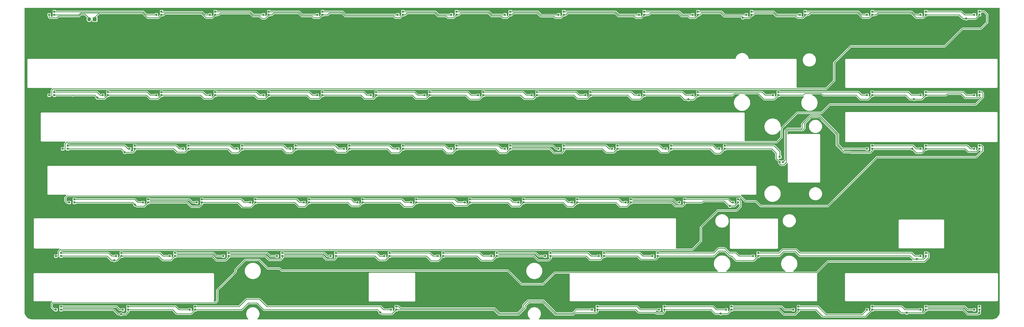
<source format=gtl>
G04 #@! TF.GenerationSoftware,KiCad,Pcbnew,(5.1.10)-1*
G04 #@! TF.CreationDate,2021-10-25T17:22:15+01:00*
G04 #@! TF.ProjectId,RGBSUB,52474253-5542-42e6-9b69-6361645f7063,Rev.1*
G04 #@! TF.SameCoordinates,Original*
G04 #@! TF.FileFunction,Copper,L1,Top*
G04 #@! TF.FilePolarity,Positive*
%FSLAX46Y46*%
G04 Gerber Fmt 4.6, Leading zero omitted, Abs format (unit mm)*
G04 Created by KiCad (PCBNEW (5.1.10)-1) date 2021-10-25 17:22:15*
%MOMM*%
%LPD*%
G01*
G04 APERTURE LIST*
G04 #@! TA.AperFunction,ComponentPad*
%ADD10O,1.350000X1.350000*%
G04 #@! TD*
G04 #@! TA.AperFunction,ComponentPad*
%ADD11R,1.350000X1.350000*%
G04 #@! TD*
G04 #@! TA.AperFunction,SMDPad,CuDef*
%ADD12R,0.700000X0.700000*%
G04 #@! TD*
G04 #@! TA.AperFunction,ViaPad*
%ADD13C,0.800000*%
G04 #@! TD*
G04 #@! TA.AperFunction,Conductor*
%ADD14C,0.250000*%
G04 #@! TD*
G04 #@! TA.AperFunction,Conductor*
%ADD15C,0.150000*%
G04 #@! TD*
G04 APERTURE END LIST*
D10*
X58050000Y-108950000D03*
X60050000Y-108950000D03*
D11*
X62050000Y-108950000D03*
D12*
X374447500Y-212090000D03*
X374447500Y-210990000D03*
X376277500Y-210990000D03*
X376277500Y-212090000D03*
X355397500Y-212090000D03*
X355397500Y-210990000D03*
X357227500Y-210990000D03*
X357227500Y-212090000D03*
X336347500Y-212090000D03*
X336347500Y-210990000D03*
X338177500Y-210990000D03*
X338177500Y-212090000D03*
X310153750Y-212090000D03*
X310153750Y-210990000D03*
X311983750Y-210990000D03*
X311983750Y-212090000D03*
X286341250Y-212090000D03*
X286341250Y-210990000D03*
X288171250Y-210990000D03*
X288171250Y-212090000D03*
X262528750Y-212090000D03*
X262528750Y-210990000D03*
X264358750Y-210990000D03*
X264358750Y-212090000D03*
X238716250Y-212090000D03*
X238716250Y-210990000D03*
X240546250Y-210990000D03*
X240546250Y-212090000D03*
X167278750Y-212090000D03*
X167278750Y-210990000D03*
X169108750Y-210990000D03*
X169108750Y-212090000D03*
X95841250Y-212090000D03*
X95841250Y-210990000D03*
X97671250Y-210990000D03*
X97671250Y-212090000D03*
X72028750Y-212090000D03*
X72028750Y-210990000D03*
X73858750Y-210990000D03*
X73858750Y-212090000D03*
X48216250Y-212090000D03*
X48216250Y-210990000D03*
X50046250Y-210990000D03*
X50046250Y-212090000D03*
X355397500Y-193040000D03*
X355397500Y-191940000D03*
X357227500Y-191940000D03*
X357227500Y-193040000D03*
X295866250Y-193040000D03*
X295866250Y-191940000D03*
X297696250Y-191940000D03*
X297696250Y-193040000D03*
X260147500Y-193040000D03*
X260147500Y-191940000D03*
X261977500Y-191940000D03*
X261977500Y-193040000D03*
X241097500Y-193040000D03*
X241097500Y-191940000D03*
X242927500Y-191940000D03*
X242927500Y-193040000D03*
X222047500Y-193040000D03*
X222047500Y-191940000D03*
X223877500Y-191940000D03*
X223877500Y-193040000D03*
X202997500Y-193040000D03*
X202997500Y-191940000D03*
X204827500Y-191940000D03*
X204827500Y-193040000D03*
X183947500Y-193040000D03*
X183947500Y-191940000D03*
X185777500Y-191940000D03*
X185777500Y-193040000D03*
X164897500Y-193040000D03*
X164897500Y-191940000D03*
X166727500Y-191940000D03*
X166727500Y-193040000D03*
X145847500Y-193040000D03*
X145847500Y-191940000D03*
X147677500Y-191940000D03*
X147677500Y-193040000D03*
X126797500Y-193040000D03*
X126797500Y-191940000D03*
X128627500Y-191940000D03*
X128627500Y-193040000D03*
X107747500Y-193040000D03*
X107747500Y-191940000D03*
X109577500Y-191940000D03*
X109577500Y-193040000D03*
X88697500Y-193040000D03*
X88697500Y-191940000D03*
X90527500Y-191940000D03*
X90527500Y-193040000D03*
X69647500Y-193040000D03*
X69647500Y-191940000D03*
X71477500Y-191940000D03*
X71477500Y-193040000D03*
X48216250Y-193040000D03*
X48216250Y-191940000D03*
X50046250Y-191940000D03*
X50046250Y-193040000D03*
X288722500Y-173990000D03*
X288722500Y-172890000D03*
X290552500Y-172890000D03*
X290552500Y-173990000D03*
X269672500Y-173990000D03*
X269672500Y-172890000D03*
X271502500Y-172890000D03*
X271502500Y-173990000D03*
X250622500Y-173990000D03*
X250622500Y-172890000D03*
X252452500Y-172890000D03*
X252452500Y-173990000D03*
X231572500Y-173990000D03*
X231572500Y-172890000D03*
X233402500Y-172890000D03*
X233402500Y-173990000D03*
X212522500Y-173990000D03*
X212522500Y-172890000D03*
X214352500Y-172890000D03*
X214352500Y-173990000D03*
X193472500Y-173990000D03*
X193472500Y-172890000D03*
X195302500Y-172890000D03*
X195302500Y-173990000D03*
X174422500Y-173990000D03*
X174422500Y-172890000D03*
X176252500Y-172890000D03*
X176252500Y-173990000D03*
X155372500Y-173990000D03*
X155372500Y-172890000D03*
X157202500Y-172890000D03*
X157202500Y-173990000D03*
X136322500Y-173990000D03*
X136322500Y-172890000D03*
X138152500Y-172890000D03*
X138152500Y-173990000D03*
X117272500Y-173990000D03*
X117272500Y-172890000D03*
X119102500Y-172890000D03*
X119102500Y-173990000D03*
X98222500Y-173990000D03*
X98222500Y-172890000D03*
X100052500Y-172890000D03*
X100052500Y-173990000D03*
X79172500Y-173990000D03*
X79172500Y-172890000D03*
X81002500Y-172890000D03*
X81002500Y-173990000D03*
X52978750Y-173990000D03*
X52978750Y-172890000D03*
X54808750Y-172890000D03*
X54808750Y-173990000D03*
X374447500Y-154940000D03*
X374447500Y-153840000D03*
X376277500Y-153840000D03*
X376277500Y-154940000D03*
X355397500Y-154940000D03*
X355397500Y-153840000D03*
X357227500Y-153840000D03*
X357227500Y-154940000D03*
X336347500Y-154940000D03*
X336347500Y-153840000D03*
X338177500Y-153840000D03*
X338177500Y-154940000D03*
X305375000Y-157815000D03*
X306475000Y-157815000D03*
X306475000Y-159645000D03*
X305375000Y-159645000D03*
X283960000Y-154940000D03*
X283960000Y-153840000D03*
X285790000Y-153840000D03*
X285790000Y-154940000D03*
X264910000Y-154940000D03*
X264910000Y-153840000D03*
X266740000Y-153840000D03*
X266740000Y-154940000D03*
X245860000Y-154940000D03*
X245860000Y-153840000D03*
X247690000Y-153840000D03*
X247690000Y-154940000D03*
X226810000Y-154940000D03*
X226810000Y-153840000D03*
X228640000Y-153840000D03*
X228640000Y-154940000D03*
X207760000Y-154940000D03*
X207760000Y-153840000D03*
X209590000Y-153840000D03*
X209590000Y-154940000D03*
X188710000Y-154940000D03*
X188710000Y-153840000D03*
X190540000Y-153840000D03*
X190540000Y-154940000D03*
X169660000Y-154940000D03*
X169660000Y-153840000D03*
X171490000Y-153840000D03*
X171490000Y-154940000D03*
X150610000Y-154940000D03*
X150610000Y-153840000D03*
X152440000Y-153840000D03*
X152440000Y-154940000D03*
X131560000Y-154940000D03*
X131560000Y-153840000D03*
X133390000Y-153840000D03*
X133390000Y-154940000D03*
X112510000Y-154940000D03*
X112510000Y-153840000D03*
X114340000Y-153840000D03*
X114340000Y-154940000D03*
X93460000Y-154940000D03*
X93460000Y-153840000D03*
X95290000Y-153840000D03*
X95290000Y-154940000D03*
X74410000Y-154940000D03*
X74410000Y-153840000D03*
X76240000Y-153840000D03*
X76240000Y-154940000D03*
X50597500Y-154940000D03*
X50597500Y-153840000D03*
X52427500Y-153840000D03*
X52427500Y-154940000D03*
X374447500Y-135890000D03*
X374447500Y-134790000D03*
X376277500Y-134790000D03*
X376277500Y-135890000D03*
X355397500Y-135890000D03*
X355397500Y-134790000D03*
X357227500Y-134790000D03*
X357227500Y-135890000D03*
X336347500Y-135890000D03*
X336347500Y-134790000D03*
X338177500Y-134790000D03*
X338177500Y-135890000D03*
X303010000Y-135890000D03*
X303010000Y-134790000D03*
X304840000Y-134790000D03*
X304840000Y-135890000D03*
X274435000Y-135890000D03*
X274435000Y-134790000D03*
X276265000Y-134790000D03*
X276265000Y-135890000D03*
X255385000Y-135890000D03*
X255385000Y-134790000D03*
X257215000Y-134790000D03*
X257215000Y-135890000D03*
X236335000Y-135890000D03*
X236335000Y-134790000D03*
X238165000Y-134790000D03*
X238165000Y-135890000D03*
X217285000Y-135890000D03*
X217285000Y-134790000D03*
X219115000Y-134790000D03*
X219115000Y-135890000D03*
X198235000Y-135890000D03*
X198235000Y-134790000D03*
X200065000Y-134790000D03*
X200065000Y-135890000D03*
X179185000Y-135890000D03*
X179185000Y-134790000D03*
X181015000Y-134790000D03*
X181015000Y-135890000D03*
X160135000Y-135890000D03*
X160135000Y-134790000D03*
X161965000Y-134790000D03*
X161965000Y-135890000D03*
X141085000Y-135890000D03*
X141085000Y-134790000D03*
X142915000Y-134790000D03*
X142915000Y-135890000D03*
X122035000Y-135890000D03*
X122035000Y-134790000D03*
X123865000Y-134790000D03*
X123865000Y-135890000D03*
X102985000Y-135890000D03*
X102985000Y-134790000D03*
X104815000Y-134790000D03*
X104815000Y-135890000D03*
X83935000Y-135890000D03*
X83935000Y-134790000D03*
X85765000Y-134790000D03*
X85765000Y-135890000D03*
X64885000Y-135890000D03*
X64885000Y-134790000D03*
X66715000Y-134790000D03*
X66715000Y-135890000D03*
X45835000Y-135890000D03*
X45835000Y-134790000D03*
X47665000Y-134790000D03*
X47665000Y-135890000D03*
X374447500Y-107315000D03*
X374447500Y-106215000D03*
X376277500Y-106215000D03*
X376277500Y-107315000D03*
X355397500Y-107315000D03*
X355397500Y-106215000D03*
X357227500Y-106215000D03*
X357227500Y-107315000D03*
X336347500Y-107315000D03*
X336347500Y-106215000D03*
X338177500Y-106215000D03*
X338177500Y-107315000D03*
X312535000Y-107315000D03*
X312535000Y-106215000D03*
X314365000Y-106215000D03*
X314365000Y-107315000D03*
X293485000Y-107315000D03*
X293485000Y-106215000D03*
X295315000Y-106215000D03*
X295315000Y-107315000D03*
X274435000Y-107315000D03*
X274435000Y-106215000D03*
X276265000Y-106215000D03*
X276265000Y-107315000D03*
X255385000Y-107315000D03*
X255385000Y-106215000D03*
X257215000Y-106215000D03*
X257215000Y-107315000D03*
X226810000Y-107315000D03*
X226810000Y-106215000D03*
X228640000Y-106215000D03*
X228640000Y-107315000D03*
X207760000Y-107315000D03*
X207760000Y-106215000D03*
X209590000Y-106215000D03*
X209590000Y-107315000D03*
X188710000Y-107315000D03*
X188710000Y-106215000D03*
X190540000Y-106215000D03*
X190540000Y-107315000D03*
X169660000Y-107315000D03*
X169660000Y-106215000D03*
X171490000Y-106215000D03*
X171490000Y-107315000D03*
X141085000Y-107315000D03*
X141085000Y-106215000D03*
X142915000Y-106215000D03*
X142915000Y-107315000D03*
X122035000Y-107315000D03*
X122035000Y-106215000D03*
X123865000Y-106215000D03*
X123865000Y-107315000D03*
X102985000Y-107315000D03*
X102985000Y-106215000D03*
X104815000Y-106215000D03*
X104815000Y-107315000D03*
X83935000Y-107315000D03*
X83935000Y-106215000D03*
X85765000Y-106215000D03*
X85765000Y-107315000D03*
X45835000Y-107315000D03*
X45835000Y-106215000D03*
X47665000Y-106215000D03*
X47665000Y-107315000D03*
D13*
X376187500Y-213217500D03*
X352405000Y-154940000D03*
X353050000Y-137280000D03*
X354040000Y-194140000D03*
X350445000Y-213210000D03*
X284350000Y-213480000D03*
X163475000Y-213055000D03*
X72710010Y-156160000D03*
X62925000Y-136805000D03*
X371575000Y-108680000D03*
X68960000Y-194570000D03*
X71415000Y-213690000D03*
X292200000Y-108380000D03*
X272901000Y-137380000D03*
X287635000Y-175270000D03*
X76340000Y-174840000D03*
D14*
X103750000Y-108380000D02*
X104815000Y-107315000D01*
X100013600Y-106830010D02*
X101563590Y-108380000D01*
X101563590Y-108380000D02*
X103750000Y-108380000D01*
X87000000Y-106830010D02*
X100013600Y-106830010D01*
X86515010Y-107315000D02*
X87000000Y-106830010D01*
X85765000Y-107315000D02*
X86515010Y-107315000D01*
X104815000Y-107315000D02*
X106065000Y-107315000D01*
X106065000Y-107315000D02*
X106600000Y-106780000D01*
X117163590Y-106780000D02*
X118148600Y-107765010D01*
X106600000Y-106780000D02*
X117163590Y-106780000D01*
X118148600Y-107765010D02*
X120585010Y-107765010D01*
X120585010Y-107765010D02*
X121400000Y-108580000D01*
X122600000Y-108580000D02*
X123865000Y-107315000D01*
X121400000Y-108580000D02*
X122600000Y-108580000D01*
X123865000Y-107315000D02*
X124950010Y-107315000D01*
X124950010Y-107315000D02*
X125600000Y-106665010D01*
X134448600Y-106665010D02*
X135548600Y-107765010D01*
X125600000Y-106665010D02*
X134448600Y-106665010D01*
X135548600Y-107765010D02*
X139185010Y-107765010D01*
X139185010Y-107765010D02*
X139800000Y-108380000D01*
X141850000Y-108380000D02*
X142915000Y-107315000D01*
X139800000Y-108380000D02*
X141850000Y-108380000D01*
X142915000Y-107315000D02*
X144750010Y-107315000D01*
X144750010Y-107315000D02*
X145400000Y-106665010D01*
X149848600Y-106665010D02*
X150948600Y-107765010D01*
X145400000Y-106665010D02*
X149848600Y-106665010D01*
X150948600Y-107765010D02*
X168185010Y-107765010D01*
X168185010Y-107765010D02*
X168800000Y-108380000D01*
X170425000Y-108380000D02*
X171490000Y-107315000D01*
X168800000Y-108380000D02*
X170425000Y-108380000D01*
X171490000Y-107315000D02*
X172350010Y-107315000D01*
X172350010Y-107315000D02*
X173000000Y-106665010D01*
X182848600Y-106665010D02*
X183963590Y-107780000D01*
X173000000Y-106665010D02*
X182848600Y-106665010D01*
X183963590Y-107780000D02*
X186800000Y-107780000D01*
X186800000Y-107780000D02*
X187400000Y-108380000D01*
X189475000Y-108380000D02*
X190540000Y-107315000D01*
X187400000Y-108380000D02*
X189475000Y-108380000D01*
X190540000Y-107315000D02*
X191350010Y-107315000D01*
X191350010Y-107315000D02*
X192000000Y-106665010D01*
X192000000Y-106665010D02*
X201848600Y-106665010D01*
X201848600Y-106665010D02*
X202948600Y-107765010D01*
X202948600Y-107765010D02*
X206385010Y-107765010D01*
X206385010Y-107765010D02*
X207000000Y-108380000D01*
X208525000Y-108380000D02*
X209590000Y-107315000D01*
X207000000Y-108380000D02*
X208525000Y-108380000D01*
X210190000Y-107315000D02*
X210839990Y-106665010D01*
X209590000Y-107315000D02*
X210190000Y-107315000D01*
X210839990Y-106665010D02*
X219248600Y-106665010D01*
X219248600Y-106665010D02*
X220413600Y-107830010D01*
X220413600Y-107830010D02*
X225050010Y-107830010D01*
X225050010Y-107830010D02*
X225600000Y-108380000D01*
X227575000Y-108380000D02*
X228640000Y-107315000D01*
X225600000Y-108380000D02*
X227575000Y-108380000D01*
X228640000Y-107315000D02*
X229350010Y-107315000D01*
X229350010Y-107315000D02*
X230000000Y-106665010D01*
X230000000Y-106665010D02*
X246848600Y-106665010D01*
X246848600Y-106665010D02*
X247948600Y-107765010D01*
X247948600Y-107765010D02*
X253585010Y-107765010D01*
X253585010Y-107765010D02*
X254200000Y-108380000D01*
X256150000Y-108380000D02*
X257215000Y-107315000D01*
X254200000Y-108380000D02*
X256150000Y-108380000D01*
X276265000Y-107515000D02*
X276265000Y-107315000D01*
X273400000Y-108380000D02*
X275400000Y-108380000D01*
X272785010Y-107765010D02*
X273400000Y-108380000D01*
X270385010Y-107765010D02*
X272785010Y-107765010D01*
X275400000Y-108380000D02*
X276265000Y-107515000D01*
X269285010Y-106665010D02*
X270385010Y-107765010D01*
X258750010Y-107315000D02*
X259400000Y-106665010D01*
X257215000Y-107315000D02*
X258750010Y-107315000D01*
X295315000Y-107665000D02*
X295315000Y-107315000D01*
X294600000Y-108380000D02*
X295315000Y-107665000D01*
X292200000Y-108380000D02*
X292200000Y-108380000D01*
X291650010Y-107830010D02*
X292200000Y-108380000D01*
X285613600Y-107830010D02*
X291650010Y-107830010D01*
X277600000Y-106665010D02*
X284448600Y-106665010D01*
X276950010Y-107315000D02*
X277600000Y-106665010D01*
X284448600Y-106665010D02*
X285613600Y-107830010D01*
X276265000Y-107315000D02*
X276950010Y-107315000D01*
X314365000Y-107615000D02*
X314365000Y-107315000D01*
X311600000Y-108380000D02*
X313600000Y-108380000D01*
X310985010Y-107765010D02*
X311600000Y-108380000D01*
X303163590Y-106780000D02*
X304148600Y-107765010D01*
X304148600Y-107765010D02*
X310985010Y-107765010D01*
X296485010Y-106780000D02*
X303163590Y-106780000D01*
X313600000Y-108380000D02*
X314365000Y-107615000D01*
X295950010Y-107315000D02*
X296485010Y-106780000D01*
X295315000Y-107315000D02*
X295950010Y-107315000D01*
X314365000Y-107315000D02*
X315550010Y-107315000D01*
X315550010Y-107315000D02*
X316200000Y-106665010D01*
X316200000Y-106665010D02*
X333048600Y-106665010D01*
X333048600Y-106665010D02*
X334763590Y-108380000D01*
X337112500Y-108380000D02*
X338177500Y-107315000D01*
X334763590Y-108380000D02*
X337112500Y-108380000D01*
X357227500Y-107552500D02*
X357227500Y-107315000D01*
X353763590Y-108380000D02*
X356400000Y-108380000D01*
X352048600Y-106665010D02*
X353763590Y-108380000D01*
X340200000Y-106665010D02*
X352048600Y-106665010D01*
X356400000Y-108380000D02*
X357227500Y-107552500D01*
X339550010Y-107315000D02*
X340200000Y-106665010D01*
X338177500Y-107315000D02*
X339550010Y-107315000D01*
X47665000Y-135890000D02*
X50890000Y-135890000D01*
X62010000Y-135890000D02*
X62925000Y-136805000D01*
X65525000Y-137080000D02*
X66715000Y-135890000D01*
X63200000Y-137080000D02*
X65525000Y-137080000D01*
X66715000Y-135890000D02*
X80410000Y-135890000D01*
X80410000Y-135890000D02*
X81700000Y-137180000D01*
X84475000Y-137180000D02*
X85765000Y-135890000D01*
X81700000Y-137180000D02*
X84475000Y-137180000D01*
X85765000Y-135890000D02*
X99610000Y-135890000D01*
X99610000Y-135890000D02*
X100800000Y-137080000D01*
X103625000Y-137080000D02*
X104815000Y-135890000D01*
X100800000Y-137080000D02*
X103625000Y-137080000D01*
X104815000Y-135890000D02*
X118710000Y-135890000D01*
X118710000Y-135890000D02*
X119900000Y-137080000D01*
X122675000Y-137080000D02*
X123865000Y-135890000D01*
X119900000Y-137080000D02*
X122675000Y-137080000D01*
X123865000Y-135890000D02*
X137410000Y-135890000D01*
X137410000Y-135890000D02*
X138600000Y-137080000D01*
X141725000Y-137080000D02*
X142915000Y-135890000D01*
X138600000Y-137080000D02*
X141725000Y-137080000D01*
X142915000Y-135890000D02*
X156610000Y-135890000D01*
X156610000Y-135890000D02*
X157800000Y-137080000D01*
X157800000Y-137080000D02*
X161100000Y-137080000D01*
X161965000Y-136215000D02*
X161965000Y-135890000D01*
X161100000Y-137080000D02*
X161965000Y-136215000D01*
X161965000Y-135890000D02*
X174810000Y-135890000D01*
X174810000Y-135890000D02*
X176000000Y-137080000D01*
X179825000Y-137080000D02*
X181015000Y-135890000D01*
X176000000Y-137080000D02*
X179825000Y-137080000D01*
X181015000Y-135890000D02*
X193810000Y-135890000D01*
X193810000Y-135890000D02*
X195200000Y-137280000D01*
X198675000Y-137280000D02*
X200065000Y-135890000D01*
X195200000Y-137280000D02*
X198675000Y-137280000D01*
X200065000Y-135890000D02*
X213310000Y-135890000D01*
X213310000Y-135890000D02*
X214600000Y-137180000D01*
X217825000Y-137180000D02*
X219115000Y-135890000D01*
X214600000Y-137180000D02*
X217825000Y-137180000D01*
X219115000Y-135890000D02*
X232210000Y-135890000D01*
X232210000Y-135890000D02*
X233400000Y-137080000D01*
X236975000Y-137080000D02*
X238165000Y-135890000D01*
X233400000Y-137080000D02*
X236975000Y-137080000D01*
X238165000Y-135890000D02*
X251410000Y-135890000D01*
X251410000Y-135890000D02*
X252800000Y-137280000D01*
X255825000Y-137280000D02*
X257215000Y-135890000D01*
X252800000Y-137280000D02*
X255825000Y-137280000D01*
X257215000Y-135890000D02*
X269910000Y-135890000D01*
X269910000Y-135890000D02*
X271400000Y-137380000D01*
X274775000Y-137380000D02*
X276265000Y-135890000D01*
X271400000Y-137380000D02*
X272901000Y-137380000D01*
X338177500Y-135890000D02*
X350110000Y-135890000D01*
X350110000Y-135890000D02*
X351500000Y-137280000D01*
X355837500Y-137280000D02*
X357227500Y-135890000D01*
X351500000Y-137280000D02*
X352875000Y-137280000D01*
X76240000Y-154940000D02*
X90120000Y-154940000D01*
X90120000Y-154940000D02*
X91280000Y-156100000D01*
X94130000Y-156100000D02*
X95290000Y-154940000D01*
X91280000Y-156100000D02*
X94130000Y-156100000D01*
X95290000Y-154940000D02*
X109350000Y-154940000D01*
X109350000Y-154940000D02*
X110750000Y-156340000D01*
X112940000Y-156340000D02*
X114340000Y-154940000D01*
X110750000Y-156340000D02*
X112940000Y-156340000D01*
X114340000Y-154940000D02*
X128600000Y-154940000D01*
X128600000Y-154940000D02*
X130000000Y-156340000D01*
X131990000Y-156340000D02*
X133390000Y-154940000D01*
X130000000Y-156340000D02*
X131990000Y-156340000D01*
X133390000Y-154940000D02*
X146860000Y-154940000D01*
X146860000Y-154940000D02*
X148150000Y-156230000D01*
X151150000Y-156230000D02*
X152440000Y-154940000D01*
X148150000Y-156230000D02*
X151150000Y-156230000D01*
X152440000Y-154940000D02*
X165990000Y-154940000D01*
X165990000Y-154940000D02*
X167430000Y-156380000D01*
X170050000Y-156380000D02*
X171490000Y-154940000D01*
X167430000Y-156380000D02*
X170050000Y-156380000D01*
X171490000Y-154940000D02*
X185590000Y-154940000D01*
X185590000Y-154940000D02*
X187090000Y-156440000D01*
X189040000Y-156440000D02*
X190540000Y-154940000D01*
X187090000Y-156440000D02*
X189040000Y-156440000D01*
X190540000Y-154940000D02*
X204430000Y-154940000D01*
X204430000Y-154940000D02*
X205890000Y-156400000D01*
X208130000Y-156400000D02*
X209590000Y-154940000D01*
X205890000Y-156400000D02*
X208130000Y-156400000D01*
X209590000Y-154940000D02*
X223700000Y-154940000D01*
X223700000Y-154940000D02*
X225170000Y-156410000D01*
X225170000Y-156410000D02*
X227900000Y-156410000D01*
X228640000Y-155670000D02*
X228640000Y-154940000D01*
X227900000Y-156410000D02*
X228640000Y-155670000D01*
X228640000Y-154940000D02*
X242390000Y-154940000D01*
X242390000Y-154940000D02*
X243630000Y-156180000D01*
X246450000Y-156180000D02*
X247690000Y-154940000D01*
X243630000Y-156180000D02*
X246450000Y-156180000D01*
X247690000Y-154940000D02*
X261890000Y-154940000D01*
X261890000Y-154940000D02*
X263190000Y-156240000D01*
X265440000Y-156240000D02*
X266740000Y-154940000D01*
X263190000Y-156240000D02*
X265440000Y-156240000D01*
X266740000Y-154940000D02*
X280700000Y-154940000D01*
X280700000Y-154940000D02*
X282320000Y-156560000D01*
X284170000Y-156560000D02*
X285790000Y-154940000D01*
X282320000Y-156560000D02*
X284170000Y-156560000D01*
X66380000Y-193040000D02*
X67910000Y-194570000D01*
X69947500Y-194570000D02*
X71477500Y-193040000D01*
X67910000Y-194570000D02*
X68960000Y-194570000D01*
X71477500Y-193040000D02*
X84690000Y-193040000D01*
X84690000Y-193040000D02*
X86150000Y-194500000D01*
X89067500Y-194500000D02*
X90527500Y-193040000D01*
X86150000Y-194500000D02*
X89067500Y-194500000D01*
X90527500Y-193040000D02*
X103710000Y-193040000D01*
X103710000Y-193040000D02*
X105220000Y-194550000D01*
X105220000Y-194550000D02*
X108500000Y-194550000D01*
X109577500Y-193472500D02*
X109577500Y-193040000D01*
X108500000Y-194550000D02*
X109577500Y-193472500D01*
X128627500Y-193752500D02*
X128627500Y-193040000D01*
X127970000Y-194410000D02*
X128627500Y-193752500D01*
X124000000Y-194410000D02*
X127970000Y-194410000D01*
X122630000Y-193040000D02*
X124000000Y-194410000D01*
X109577500Y-193040000D02*
X122630000Y-193040000D01*
X146970000Y-194340000D02*
X147677500Y-193632500D01*
X144330000Y-194340000D02*
X146970000Y-194340000D01*
X143030000Y-193040000D02*
X144330000Y-194340000D01*
X147677500Y-193632500D02*
X147677500Y-193040000D01*
X128627500Y-193040000D02*
X143030000Y-193040000D01*
X147677500Y-193040000D02*
X161610000Y-193040000D01*
X161610000Y-193040000D02*
X163010000Y-194440000D01*
X165327500Y-194440000D02*
X166727500Y-193040000D01*
X163010000Y-194440000D02*
X165327500Y-194440000D01*
X166727500Y-193040000D02*
X179860000Y-193040000D01*
X179860000Y-193040000D02*
X181550000Y-194730000D01*
X184087500Y-194730000D02*
X185777500Y-193040000D01*
X181550000Y-194730000D02*
X184087500Y-194730000D01*
X185777500Y-193040000D02*
X197820000Y-193040000D01*
X197820000Y-193040000D02*
X199310000Y-194530000D01*
X203337500Y-194530000D02*
X204827500Y-193040000D01*
X199310000Y-194530000D02*
X203337500Y-194530000D01*
X223200000Y-194590000D02*
X223877500Y-193912500D01*
X223877500Y-193912500D02*
X223877500Y-193040000D01*
X219560000Y-194590000D02*
X223200000Y-194590000D01*
X218010000Y-193040000D02*
X219560000Y-194590000D01*
X204827500Y-193040000D02*
X218010000Y-193040000D01*
X223877500Y-193040000D02*
X236620000Y-193040000D01*
X236620000Y-193040000D02*
X237910000Y-194330000D01*
X241637500Y-194330000D02*
X242927500Y-193040000D01*
X237910000Y-194330000D02*
X241637500Y-194330000D01*
X261977500Y-193522500D02*
X261977500Y-193040000D01*
X261330000Y-194170000D02*
X261977500Y-193522500D01*
X255960000Y-194170000D02*
X261330000Y-194170000D01*
X254830000Y-193040000D02*
X255960000Y-194170000D01*
X242927500Y-193040000D02*
X254830000Y-193040000D01*
X357227500Y-193040000D02*
X357227500Y-193392500D01*
X357227500Y-193392500D02*
X356480000Y-194140000D01*
X356480000Y-194140000D02*
X354040000Y-194140000D01*
X73858750Y-212921250D02*
X73858750Y-212090000D01*
X73090000Y-213690000D02*
X73858750Y-212921250D01*
X68700000Y-212090000D02*
X70300000Y-213690000D01*
X70300000Y-213690000D02*
X71415000Y-213690000D01*
X73858750Y-212090000D02*
X89730000Y-212090000D01*
X89730000Y-212090000D02*
X91120000Y-213480000D01*
X96281250Y-213480000D02*
X97671250Y-212090000D01*
X91120000Y-213480000D02*
X96281250Y-213480000D01*
X167588750Y-213610000D02*
X169108750Y-212090000D01*
X164030000Y-213610000D02*
X167588750Y-213610000D01*
X263750000Y-213460000D02*
X264358750Y-212851250D01*
X261580000Y-213460000D02*
X263750000Y-213460000D01*
X261150000Y-213030000D02*
X261580000Y-213460000D01*
X255140000Y-213030000D02*
X261150000Y-213030000D01*
X254200000Y-212090000D02*
X255140000Y-213030000D01*
X264358750Y-212851250D02*
X264358750Y-212090000D01*
X240546250Y-212090000D02*
X254200000Y-212090000D01*
X264358750Y-212090000D02*
X281050000Y-212090000D01*
X281050000Y-212090000D02*
X282440000Y-213480000D01*
X286781250Y-213480000D02*
X288171250Y-212090000D01*
X282440000Y-213480000D02*
X284350000Y-213480000D01*
X288171250Y-212090000D02*
X305160000Y-212090000D01*
X305160000Y-212090000D02*
X306860000Y-213790000D01*
X306860000Y-213790000D02*
X310790000Y-213790000D01*
X311983750Y-212596250D02*
X311983750Y-212090000D01*
X310790000Y-213790000D02*
X311983750Y-212596250D01*
X357227500Y-212352500D02*
X357227500Y-212090000D01*
X348510000Y-213210000D02*
X350445000Y-213210000D01*
X347390000Y-212090000D02*
X348510000Y-213210000D01*
X356370000Y-213210000D02*
X357227500Y-212352500D01*
X338177500Y-212090000D02*
X347390000Y-212090000D01*
X376277500Y-213127500D02*
X376277500Y-212090000D01*
X375695000Y-213710000D02*
X376187500Y-213217500D01*
X372090000Y-213710000D02*
X375695000Y-213710000D01*
X370470000Y-212090000D02*
X372090000Y-213710000D01*
X357227500Y-212090000D02*
X370470000Y-212090000D01*
X376187500Y-213217500D02*
X376277500Y-213127500D01*
X354040000Y-194140000D02*
X354040000Y-194140000D01*
X335837500Y-214430000D02*
X338177500Y-212090000D01*
X320550000Y-214430000D02*
X335837500Y-214430000D01*
X318210000Y-212090000D02*
X320550000Y-214430000D01*
X311983750Y-212090000D02*
X318210000Y-212090000D01*
X338177500Y-154940000D02*
X352405000Y-154940000D01*
X352405000Y-154940000D02*
X353845000Y-156380000D01*
X357227500Y-154940000D02*
X355787500Y-156380000D01*
X355787500Y-156380000D02*
X353845000Y-156380000D01*
X352875000Y-137280000D02*
X353050000Y-137280000D01*
X376277500Y-107315000D02*
X374912500Y-108680000D01*
X374912500Y-108680000D02*
X374150000Y-108680000D01*
X370450000Y-108680000D02*
X371575000Y-108680000D01*
X369085000Y-107315000D02*
X370450000Y-108680000D01*
X352405000Y-154940000D02*
X352405000Y-154940000D01*
X353050000Y-137280000D02*
X355837500Y-137280000D01*
X350445000Y-213210000D02*
X356370000Y-213210000D01*
X284350000Y-213480000D02*
X286781250Y-213480000D01*
X163475000Y-213055000D02*
X164030000Y-213610000D01*
X76240000Y-155540000D02*
X75620000Y-156160000D01*
X76240000Y-154940000D02*
X76240000Y-155540000D01*
X71490010Y-154940000D02*
X72710010Y-156160000D01*
X75620000Y-156160000D02*
X72710010Y-156160000D01*
X62925000Y-136805000D02*
X63200000Y-137080000D01*
X371575000Y-108680000D02*
X374150000Y-108680000D01*
X47665000Y-107315000D02*
X56335000Y-107315000D01*
X80763590Y-108380000D02*
X79048600Y-106665010D01*
X84700000Y-108380000D02*
X80763590Y-108380000D01*
X85765000Y-107315000D02*
X84700000Y-108380000D01*
X56984990Y-106665010D02*
X56335000Y-107315000D01*
X63589990Y-106665010D02*
X56984990Y-106665010D01*
X79048600Y-106665010D02*
X63589990Y-106665010D01*
X61975000Y-108280000D02*
X61975000Y-108530000D01*
X63589990Y-106665010D02*
X61975000Y-108280000D01*
X364185000Y-107315000D02*
X369085000Y-107315000D01*
X357227500Y-107315000D02*
X364185000Y-107315000D01*
X259400000Y-106665010D02*
X269285010Y-106665010D01*
X68960000Y-194570000D02*
X69947500Y-194570000D01*
X71415000Y-213690000D02*
X73090000Y-213690000D01*
X54250000Y-136030000D02*
X54110000Y-135890000D01*
X54110000Y-135890000D02*
X62010000Y-135890000D01*
X50890000Y-135890000D02*
X54110000Y-135890000D01*
X357227500Y-135890000D02*
X364410000Y-135890000D01*
X376277500Y-136352500D02*
X376277500Y-135890000D01*
X375800000Y-136830000D02*
X376277500Y-136352500D01*
X371150000Y-136830000D02*
X375800000Y-136830000D01*
X369700000Y-135380000D02*
X371150000Y-136830000D01*
X364920000Y-135380000D02*
X369700000Y-135380000D01*
X364410000Y-135890000D02*
X364920000Y-135380000D01*
X62960000Y-154940000D02*
X71490010Y-154940000D01*
X52427500Y-154940000D02*
X62960000Y-154940000D01*
X58710000Y-193040000D02*
X66380000Y-193040000D01*
X50046250Y-193040000D02*
X58710000Y-193040000D01*
X58040000Y-212090000D02*
X68700000Y-212090000D01*
X50046250Y-212090000D02*
X58040000Y-212090000D01*
X285790000Y-154940000D02*
X302560000Y-154940000D01*
X302560000Y-154940000D02*
X304100000Y-156480000D01*
X304100000Y-158370000D02*
X305375000Y-159645000D01*
X304100000Y-156480000D02*
X304100000Y-158370000D01*
X162510000Y-212090000D02*
X163475000Y-213055000D01*
X119700000Y-209710000D02*
X122080000Y-212090000D01*
X122080000Y-212090000D02*
X162510000Y-212090000D01*
X116590000Y-209710000D02*
X119700000Y-209710000D01*
X114210000Y-212090000D02*
X116590000Y-209710000D01*
X97671250Y-212090000D02*
X114210000Y-212090000D01*
X240100000Y-213180000D02*
X240546250Y-212733750D01*
X221213600Y-209330010D02*
X225663589Y-213779999D01*
X214940000Y-210650000D02*
X216259990Y-209330010D01*
X240546250Y-212733750D02*
X240546250Y-212090000D01*
X214940000Y-211406410D02*
X214940000Y-210650000D01*
X232020001Y-213779999D02*
X232620000Y-213180000D01*
X216259990Y-209330010D02*
X221213600Y-209330010D01*
X212566411Y-213779999D02*
X214940000Y-211406410D01*
X205600000Y-213780000D02*
X212566411Y-213779999D01*
X232620000Y-213180000D02*
X240100000Y-213180000D01*
X225663589Y-213779999D02*
X232020001Y-213779999D01*
X203910000Y-212090000D02*
X205600000Y-213780000D01*
X169108750Y-212090000D02*
X203910000Y-212090000D01*
X289800000Y-194600000D02*
X296136250Y-194600000D01*
X288240000Y-193040000D02*
X289800000Y-194600000D01*
X287670000Y-193040000D02*
X288240000Y-193040000D01*
X296136250Y-194600000D02*
X297696250Y-193040000D01*
X285840000Y-191210000D02*
X287670000Y-193040000D01*
X283750000Y-191210000D02*
X285840000Y-191210000D01*
X281920000Y-193040000D02*
X283750000Y-191210000D01*
X261977500Y-193040000D02*
X281920000Y-193040000D01*
X352820000Y-194140000D02*
X354040000Y-194140000D01*
X312340000Y-192930000D02*
X351610000Y-192930000D01*
X310830000Y-191420000D02*
X312340000Y-192930000D01*
X351610000Y-192930000D02*
X352820000Y-194140000D01*
X306780000Y-191420000D02*
X310830000Y-191420000D01*
X305270000Y-192930000D02*
X306780000Y-191420000D01*
X297806250Y-192930000D02*
X305270000Y-192930000D01*
X297696250Y-193040000D02*
X297806250Y-192930000D01*
X337500000Y-156280000D02*
X338177500Y-155602500D01*
X330610000Y-156280000D02*
X337500000Y-156280000D01*
X330470000Y-156140000D02*
X330610000Y-156280000D01*
X328123590Y-156140000D02*
X330470000Y-156140000D01*
X305710000Y-160580000D02*
X306900000Y-160580000D01*
X306900000Y-160580000D02*
X307750011Y-159729989D01*
X307750011Y-159729989D02*
X307750011Y-148729989D01*
X325579990Y-153596400D02*
X328123590Y-156140000D01*
X305375000Y-159645000D02*
X305375000Y-160245000D01*
X307750011Y-148729989D02*
X308210000Y-148270000D01*
X316416400Y-143620010D02*
X319333600Y-143620010D01*
X308210000Y-148270000D02*
X313516410Y-148270000D01*
X338177500Y-155602500D02*
X338177500Y-154940000D01*
X314160000Y-147626410D02*
X314160000Y-145876410D01*
X305375000Y-160245000D02*
X305710000Y-160580000D01*
X313516410Y-148270000D02*
X314160000Y-147626410D01*
X314160000Y-145876410D02*
X316416400Y-143620010D01*
X319333600Y-143620010D02*
X325579990Y-149866400D01*
X325579990Y-149866400D02*
X325579990Y-153596400D01*
X336787500Y-137280000D02*
X338177500Y-135890000D01*
X333900000Y-137280000D02*
X336787500Y-137280000D01*
X332510000Y-135890000D02*
X333900000Y-137280000D01*
X320770000Y-135890000D02*
X332510000Y-135890000D01*
X314319990Y-135240010D02*
X320120010Y-135240010D01*
X313670000Y-135890000D02*
X314319990Y-135240010D01*
X320120010Y-135240010D02*
X320770000Y-135890000D01*
X304840000Y-135890000D02*
X313670000Y-135890000D01*
X303450000Y-137280000D02*
X304840000Y-135890000D01*
X299700000Y-137280000D02*
X303450000Y-137280000D01*
X289179990Y-135240010D02*
X297660010Y-135240010D01*
X297660010Y-135240010D02*
X299700000Y-137280000D01*
X288530000Y-135890000D02*
X289179990Y-135240010D01*
X276265000Y-135890000D02*
X288530000Y-135890000D01*
X375287511Y-155929989D02*
X376277500Y-154940000D01*
X372229989Y-155929989D02*
X375287511Y-155929989D01*
X371240000Y-154940000D02*
X372229989Y-155929989D01*
X357227500Y-154940000D02*
X371240000Y-154940000D01*
X292200000Y-108380000D02*
X294600000Y-108380000D01*
X272901000Y-137380000D02*
X274775000Y-137380000D01*
X47665000Y-106215000D02*
X79235000Y-106215000D01*
X80335000Y-107315000D02*
X83935000Y-107315000D01*
X79235000Y-106215000D02*
X80335000Y-107315000D01*
X101135000Y-107315000D02*
X102985000Y-107315000D01*
X100200000Y-106380000D02*
X101135000Y-107315000D01*
X85930000Y-106380000D02*
X100200000Y-106380000D01*
X85765000Y-106215000D02*
X85930000Y-106380000D01*
X104815000Y-106215000D02*
X117235000Y-106215000D01*
X118335000Y-107315000D02*
X122035000Y-107315000D01*
X117235000Y-106215000D02*
X118335000Y-107315000D01*
X123865000Y-106215000D02*
X134635000Y-106215000D01*
X135735000Y-107315000D02*
X141085000Y-107315000D01*
X134635000Y-106215000D02*
X135735000Y-107315000D01*
X169660000Y-107315000D02*
X151135000Y-107315000D01*
X150035000Y-106215000D02*
X142915000Y-106215000D01*
X151135000Y-107315000D02*
X150035000Y-106215000D01*
X171490000Y-106215000D02*
X183035000Y-106215000D01*
X184135000Y-107315000D02*
X188710000Y-107315000D01*
X183035000Y-106215000D02*
X184135000Y-107315000D01*
X190540000Y-106215000D02*
X202035000Y-106215000D01*
X203135000Y-107315000D02*
X207760000Y-107315000D01*
X202035000Y-106215000D02*
X203135000Y-107315000D01*
X209590000Y-106215000D02*
X219435000Y-106215000D01*
X219435000Y-106215000D02*
X220600000Y-107380000D01*
X226745000Y-107380000D02*
X226810000Y-107315000D01*
X220600000Y-107380000D02*
X226745000Y-107380000D01*
X228640000Y-106215000D02*
X247035000Y-106215000D01*
X248135000Y-107315000D02*
X255385000Y-107315000D01*
X247035000Y-106215000D02*
X248135000Y-107315000D01*
X257215000Y-106215000D02*
X269635000Y-106215000D01*
X270735000Y-107315000D02*
X274435000Y-107315000D01*
X269635000Y-106215000D02*
X270735000Y-107315000D01*
X276265000Y-106215000D02*
X284635000Y-106215000D01*
X284635000Y-106215000D02*
X285800000Y-107380000D01*
X293420000Y-107380000D02*
X293485000Y-107315000D01*
X285800000Y-107380000D02*
X293420000Y-107380000D01*
X295315000Y-106215000D02*
X303235000Y-106215000D01*
X304335000Y-107315000D02*
X312535000Y-107315000D01*
X303235000Y-106215000D02*
X304335000Y-107315000D01*
X314365000Y-106215000D02*
X333235000Y-106215000D01*
X334335000Y-107315000D02*
X336347500Y-107315000D01*
X333235000Y-106215000D02*
X334335000Y-107315000D01*
X338177500Y-106215000D02*
X352235000Y-106215000D01*
X353335000Y-107315000D02*
X355397500Y-107315000D01*
X352235000Y-106215000D02*
X353335000Y-107315000D01*
X357227500Y-106215000D02*
X369835000Y-106215000D01*
X370935000Y-107315000D02*
X374447500Y-107315000D01*
X369835000Y-106215000D02*
X370935000Y-107315000D01*
X63910000Y-135890000D02*
X64885000Y-135890000D01*
X62810000Y-134790000D02*
X63910000Y-135890000D01*
X47665000Y-134790000D02*
X62810000Y-134790000D01*
X66715000Y-134790000D02*
X80610000Y-134790000D01*
X81710000Y-135890000D02*
X83935000Y-135890000D01*
X80610000Y-134790000D02*
X81710000Y-135890000D01*
X101510000Y-135890000D02*
X102985000Y-135890000D01*
X100410000Y-134790000D02*
X101510000Y-135890000D01*
X85765000Y-134790000D02*
X100410000Y-134790000D01*
X104815000Y-134790000D02*
X119410000Y-134790000D01*
X120510000Y-135890000D02*
X122035000Y-135890000D01*
X119410000Y-134790000D02*
X120510000Y-135890000D01*
X123865000Y-134790000D02*
X138210000Y-134790000D01*
X139310000Y-135890000D02*
X141085000Y-135890000D01*
X138210000Y-134790000D02*
X139310000Y-135890000D01*
X142915000Y-134790000D02*
X157610000Y-134790000D01*
X158710000Y-135890000D02*
X160135000Y-135890000D01*
X157610000Y-134790000D02*
X158710000Y-135890000D01*
X161965000Y-134790000D02*
X175610000Y-134790000D01*
X176710000Y-135890000D02*
X179185000Y-135890000D01*
X175610000Y-134790000D02*
X176710000Y-135890000D01*
X181015000Y-134790000D02*
X194610000Y-134790000D01*
X195710000Y-135890000D02*
X198235000Y-135890000D01*
X194610000Y-134790000D02*
X195710000Y-135890000D01*
X200065000Y-134790000D02*
X214210000Y-134790000D01*
X215310000Y-135890000D02*
X217285000Y-135890000D01*
X214210000Y-134790000D02*
X215310000Y-135890000D01*
X219115000Y-134790000D02*
X233010000Y-134790000D01*
X234110000Y-135890000D02*
X236335000Y-135890000D01*
X233010000Y-134790000D02*
X234110000Y-135890000D01*
X238165000Y-134790000D02*
X252610000Y-134790000D01*
X253710000Y-135890000D02*
X255385000Y-135890000D01*
X252610000Y-134790000D02*
X253710000Y-135890000D01*
X257215000Y-134790000D02*
X270810000Y-134790000D01*
X271910000Y-135890000D02*
X274435000Y-135890000D01*
X270810000Y-134790000D02*
X271910000Y-135890000D01*
X300210000Y-135890000D02*
X303010000Y-135890000D01*
X299110000Y-134790000D02*
X300210000Y-135890000D01*
X276265000Y-134790000D02*
X299110000Y-134790000D01*
X304840000Y-134790000D02*
X333310000Y-134790000D01*
X334410000Y-135890000D02*
X336347500Y-135890000D01*
X333310000Y-134790000D02*
X334410000Y-135890000D01*
X338177500Y-134790000D02*
X351010000Y-134790000D01*
X352110000Y-135890000D02*
X355397500Y-135890000D01*
X351010000Y-134790000D02*
X352110000Y-135890000D01*
X371610000Y-135890000D02*
X374447500Y-135890000D01*
X370510000Y-134790000D02*
X371610000Y-135890000D01*
X357227500Y-134790000D02*
X370510000Y-134790000D01*
X72710000Y-153840000D02*
X73810000Y-154940000D01*
X52427500Y-153840000D02*
X72710000Y-153840000D01*
X73810000Y-154940000D02*
X74410000Y-154940000D01*
X76240000Y-153840000D02*
X90960000Y-153840000D01*
X92060000Y-154940000D02*
X93460000Y-154940000D01*
X90960000Y-153840000D02*
X92060000Y-154940000D01*
X95290000Y-153840000D02*
X110160000Y-153840000D01*
X111260000Y-154940000D02*
X112510000Y-154940000D01*
X110160000Y-153840000D02*
X111260000Y-154940000D01*
X114340000Y-153840000D02*
X129110000Y-153840000D01*
X130210000Y-154940000D02*
X131560000Y-154940000D01*
X129110000Y-153840000D02*
X130210000Y-154940000D01*
X133390000Y-153840000D02*
X147490000Y-153840000D01*
X148590000Y-154940000D02*
X150610000Y-154940000D01*
X147490000Y-153840000D02*
X148590000Y-154940000D01*
X152440000Y-153840000D02*
X166780000Y-153840000D01*
X167880000Y-154940000D02*
X169660000Y-154940000D01*
X166780000Y-153840000D02*
X167880000Y-154940000D01*
X171490000Y-153840000D02*
X186480000Y-153840000D01*
X187580000Y-154940000D02*
X188710000Y-154940000D01*
X186480000Y-153840000D02*
X187580000Y-154940000D01*
X190540000Y-153840000D02*
X205420000Y-153840000D01*
X206520000Y-154940000D02*
X207760000Y-154940000D01*
X205420000Y-153840000D02*
X206520000Y-154940000D01*
X209590000Y-153840000D02*
X224820000Y-153840000D01*
X225920000Y-154940000D02*
X226810000Y-154940000D01*
X224820000Y-153840000D02*
X225920000Y-154940000D01*
X228640000Y-153840000D02*
X243640000Y-153840000D01*
X244740000Y-154940000D02*
X245860000Y-154940000D01*
X243640000Y-153840000D02*
X244740000Y-154940000D01*
X247690000Y-153840000D02*
X262670000Y-153840000D01*
X263770000Y-154940000D02*
X264910000Y-154940000D01*
X262670000Y-153840000D02*
X263770000Y-154940000D01*
X266740000Y-153840000D02*
X281690000Y-153840000D01*
X282790000Y-154940000D02*
X283960000Y-154940000D01*
X281690000Y-153840000D02*
X282790000Y-154940000D01*
X305375000Y-157815000D02*
X305375000Y-155855000D01*
X303360000Y-153840000D02*
X285790000Y-153840000D01*
X305375000Y-155855000D02*
X303360000Y-153840000D01*
X326030000Y-153410000D02*
X327560000Y-154940000D01*
X326030000Y-149680000D02*
X326030000Y-153410000D01*
X319520000Y-143170000D02*
X326030000Y-149680000D01*
X316230000Y-143170000D02*
X319520000Y-143170000D01*
X313330000Y-146070000D02*
X316230000Y-143170000D01*
X327560000Y-154940000D02*
X335747500Y-154940000D01*
X313330000Y-147820000D02*
X313330000Y-146070000D01*
X335747500Y-154940000D02*
X336347500Y-154940000D01*
X307970000Y-147820000D02*
X313330000Y-147820000D01*
X307300000Y-148490000D02*
X307970000Y-147820000D01*
X307300000Y-158820000D02*
X307300000Y-148490000D01*
X306475000Y-159645000D02*
X307300000Y-158820000D01*
X338177500Y-153840000D02*
X352720000Y-153840000D01*
X353820000Y-154940000D02*
X355397500Y-154940000D01*
X352720000Y-153840000D02*
X353820000Y-154940000D01*
X357227500Y-153840000D02*
X372000000Y-153840000D01*
X373100000Y-154940000D02*
X374447500Y-154940000D01*
X372000000Y-153840000D02*
X373100000Y-154940000D01*
X54808750Y-172890000D02*
X76210000Y-172890000D01*
X77310000Y-173990000D02*
X79172500Y-173990000D01*
X76210000Y-172890000D02*
X77310000Y-173990000D01*
X81002500Y-172890000D02*
X95560000Y-172890000D01*
X96660000Y-173990000D02*
X98222500Y-173990000D01*
X95560000Y-172890000D02*
X96660000Y-173990000D01*
X100052500Y-172890000D02*
X114010000Y-172890000D01*
X115110000Y-173990000D02*
X117272500Y-173990000D01*
X114010000Y-172890000D02*
X115110000Y-173990000D01*
X119102500Y-172890000D02*
X133680000Y-172890000D01*
X134780000Y-173990000D02*
X136322500Y-173990000D01*
X133680000Y-172890000D02*
X134780000Y-173990000D01*
X138152500Y-172890000D02*
X153110000Y-172890000D01*
X154210000Y-173990000D02*
X155372500Y-173990000D01*
X153110000Y-172890000D02*
X154210000Y-173990000D01*
X157202500Y-172890000D02*
X171080000Y-172890000D01*
X172180000Y-173990000D02*
X174422500Y-173990000D01*
X171080000Y-172890000D02*
X172180000Y-173990000D01*
X176252500Y-172890000D02*
X189880000Y-172890000D01*
X190980000Y-173990000D02*
X193472500Y-173990000D01*
X189880000Y-172890000D02*
X190980000Y-173990000D01*
X195302500Y-172890000D02*
X209550000Y-172890000D01*
X210650000Y-173990000D02*
X212522500Y-173990000D01*
X209550000Y-172890000D02*
X210650000Y-173990000D01*
X214352500Y-172890000D02*
X229030000Y-172890000D01*
X230130000Y-173990000D02*
X231572500Y-173990000D01*
X229030000Y-172890000D02*
X230130000Y-173990000D01*
X249250000Y-173990000D02*
X250622500Y-173990000D01*
X248150000Y-172890000D02*
X249250000Y-173990000D01*
X233402500Y-172890000D02*
X248150000Y-172890000D01*
X252452500Y-172890000D02*
X267420000Y-172890000D01*
X268520000Y-173990000D02*
X269672500Y-173990000D01*
X267420000Y-172890000D02*
X268520000Y-173990000D01*
X271502500Y-172890000D02*
X287022500Y-172890000D01*
X287022500Y-172890000D02*
X288122500Y-173990000D01*
X288122500Y-173990000D02*
X288722500Y-173990000D01*
X68030000Y-193040000D02*
X69647500Y-193040000D01*
X66930000Y-191940000D02*
X68030000Y-193040000D01*
X50046250Y-191940000D02*
X66930000Y-191940000D01*
X71477500Y-191940000D02*
X85160000Y-191940000D01*
X86260000Y-193040000D02*
X88697500Y-193040000D01*
X85160000Y-191940000D02*
X86260000Y-193040000D01*
X90527500Y-191940000D02*
X104180000Y-191940000D01*
X105280000Y-193040000D02*
X107747500Y-193040000D01*
X104180000Y-191940000D02*
X105280000Y-193040000D01*
X109577500Y-191940000D02*
X123320000Y-191940000D01*
X124420000Y-193040000D02*
X126797500Y-193040000D01*
X123320000Y-191940000D02*
X124420000Y-193040000D01*
X144710000Y-193040000D02*
X145847500Y-193040000D01*
X143610000Y-191940000D02*
X144710000Y-193040000D01*
X128627500Y-191940000D02*
X143610000Y-191940000D01*
X147677500Y-191940000D02*
X162150000Y-191940000D01*
X162150000Y-191940000D02*
X163320000Y-193110000D01*
X164827500Y-193110000D02*
X164897500Y-193040000D01*
X163320000Y-193110000D02*
X164827500Y-193110000D01*
X166727500Y-191940000D02*
X181040000Y-191940000D01*
X182140000Y-193040000D02*
X183947500Y-193040000D01*
X181040000Y-191940000D02*
X182140000Y-193040000D01*
X185777500Y-191940000D02*
X198740000Y-191940000D01*
X199840000Y-193040000D02*
X202997500Y-193040000D01*
X198740000Y-191940000D02*
X199840000Y-193040000D01*
X204827500Y-191940000D02*
X218730000Y-191940000D01*
X219830000Y-193040000D02*
X222047500Y-193040000D01*
X218730000Y-191940000D02*
X219830000Y-193040000D01*
X223877500Y-191940000D02*
X237220000Y-191940000D01*
X238320000Y-193040000D02*
X241097500Y-193040000D01*
X237220000Y-191940000D02*
X238320000Y-193040000D01*
X242927500Y-191940000D02*
X255630000Y-191940000D01*
X256730000Y-193040000D02*
X260147500Y-193040000D01*
X255630000Y-191940000D02*
X256730000Y-193040000D01*
X290840000Y-193040000D02*
X295866250Y-193040000D01*
X289740000Y-191940000D02*
X290840000Y-193040000D01*
X287440000Y-191940000D02*
X289740000Y-191940000D01*
X285760000Y-190260000D02*
X287440000Y-191940000D01*
X281940000Y-191940000D02*
X283620000Y-190260000D01*
X283620000Y-190260000D02*
X285760000Y-190260000D01*
X261977500Y-191940000D02*
X281940000Y-191940000D01*
X305140000Y-191940000D02*
X297696250Y-191940000D01*
X312430000Y-191910000D02*
X311280000Y-190760000D01*
X312430000Y-191940000D02*
X312430000Y-191910000D01*
X306320000Y-190760000D02*
X305140000Y-191940000D01*
X352200000Y-191940000D02*
X312430000Y-191940000D01*
X311280000Y-190760000D02*
X306320000Y-190760000D01*
X353300000Y-193040000D02*
X352200000Y-191940000D01*
X355397500Y-193040000D02*
X353300000Y-193040000D01*
X50046250Y-210990000D02*
X69760000Y-210990000D01*
X70860000Y-212090000D02*
X72028750Y-212090000D01*
X69760000Y-210990000D02*
X70860000Y-212090000D01*
X73858750Y-210990000D02*
X90800000Y-210990000D01*
X91900000Y-212090000D02*
X95841250Y-212090000D01*
X90800000Y-210990000D02*
X91900000Y-212090000D01*
X164670000Y-212090000D02*
X167278750Y-212090000D01*
X163570000Y-210990000D02*
X164670000Y-212090000D01*
X123170000Y-210990000D02*
X163570000Y-210990000D01*
X120510000Y-208330000D02*
X123170000Y-210990000D01*
X115950000Y-208330000D02*
X120510000Y-208330000D01*
X113290000Y-210990000D02*
X115950000Y-208330000D01*
X97671250Y-210990000D02*
X113290000Y-210990000D01*
X231833600Y-213329990D02*
X233073590Y-212090000D01*
X225849990Y-213329990D02*
X231833600Y-213329990D01*
X212380010Y-213329990D02*
X214280000Y-211430000D01*
X215850000Y-208880000D02*
X221400000Y-208880000D01*
X214280000Y-210450000D02*
X215850000Y-208880000D01*
X205786400Y-213329990D02*
X212380010Y-213329990D01*
X233073590Y-212090000D02*
X238716250Y-212090000D01*
X221400000Y-208880000D02*
X225849990Y-213329990D01*
X204096400Y-211639990D02*
X205786400Y-213329990D01*
X170659990Y-211639990D02*
X204096400Y-211639990D01*
X214280000Y-211430000D02*
X214280000Y-210450000D01*
X170010000Y-210990000D02*
X170659990Y-211639990D01*
X169108750Y-210990000D02*
X170010000Y-210990000D01*
X240546250Y-210990000D02*
X254700000Y-210990000D01*
X255800000Y-212090000D02*
X262528750Y-212090000D01*
X254700000Y-210990000D02*
X255800000Y-212090000D01*
X264358750Y-210990000D02*
X281700000Y-210990000D01*
X282800000Y-212090000D02*
X286341250Y-212090000D01*
X281700000Y-210990000D02*
X282800000Y-212090000D01*
X288171250Y-210990000D02*
X305980000Y-210990000D01*
X307080000Y-212090000D02*
X310153750Y-212090000D01*
X305980000Y-210990000D02*
X307080000Y-212090000D01*
X321800000Y-213830000D02*
X334607500Y-213830000D01*
X318960000Y-210990000D02*
X321800000Y-213830000D01*
X334607500Y-213830000D02*
X336347500Y-212090000D01*
X311983750Y-210990000D02*
X318960000Y-210990000D01*
X338177500Y-210990000D02*
X348710000Y-210990000D01*
X348710000Y-210990000D02*
X349810000Y-212090000D01*
X355397500Y-212090000D02*
X349810000Y-212090000D01*
X357227500Y-210990000D02*
X370990000Y-210990000D01*
X372090000Y-212090000D02*
X374447500Y-212090000D01*
X370990000Y-210990000D02*
X372090000Y-212090000D01*
X46000000Y-108380000D02*
X45835000Y-108215000D01*
X48600000Y-108380000D02*
X46000000Y-108380000D01*
X49214990Y-107765010D02*
X48600000Y-108380000D01*
X45835000Y-108215000D02*
X45835000Y-107315000D01*
X53235010Y-107765010D02*
X49214990Y-107765010D01*
X53560010Y-107765010D02*
X56521401Y-107765009D01*
X53235010Y-107765010D02*
X53560010Y-107765010D01*
X53560010Y-107765010D02*
X55185010Y-107765010D01*
X56521401Y-107765009D02*
X57171390Y-107115020D01*
X58560020Y-107115020D02*
X59975000Y-108530000D01*
X57171390Y-107115020D02*
X58560020Y-107115020D01*
X376312500Y-106180000D02*
X376277500Y-106215000D01*
X379040000Y-107220000D02*
X378000000Y-106180000D01*
X45835000Y-135890000D02*
X46380000Y-135890000D01*
X370280000Y-112240000D02*
X376790000Y-112240000D01*
X46760000Y-134120000D02*
X47320000Y-133560000D01*
X379040000Y-109990000D02*
X379040000Y-107220000D01*
X47320000Y-133560000D02*
X321820000Y-133560000D01*
X324630000Y-130750000D02*
X324630000Y-124400000D01*
X321820000Y-133560000D02*
X324630000Y-130750000D01*
X324630000Y-124400000D02*
X330520000Y-118510000D01*
X378000000Y-106180000D02*
X376312500Y-106180000D01*
X364010000Y-118510000D02*
X370280000Y-112240000D01*
X46760000Y-135510000D02*
X46760000Y-134120000D01*
X330520000Y-118510000D02*
X364010000Y-118510000D01*
X46380000Y-135890000D02*
X46760000Y-135510000D01*
X376790000Y-112240000D02*
X379040000Y-109990000D01*
X51330000Y-154940000D02*
X50597500Y-154940000D01*
X51530000Y-154740000D02*
X51330000Y-154940000D01*
X377200000Y-134790000D02*
X377460000Y-135050000D01*
X377460000Y-135050000D02*
X377460000Y-136620000D01*
X305968000Y-147626000D02*
X305968000Y-150912000D01*
X51530000Y-153140000D02*
X51530000Y-154740000D01*
X377460000Y-136620000D02*
X374898000Y-139182000D01*
X323178000Y-139182000D02*
X320240000Y-142120000D01*
X374898000Y-139182000D02*
X323178000Y-139182000D01*
X320240000Y-142120000D02*
X311474000Y-142120000D01*
X376277500Y-134790000D02*
X377200000Y-134790000D01*
X311474000Y-142120000D02*
X305968000Y-147626000D01*
X304332000Y-152548000D02*
X52122000Y-152548000D01*
X305968000Y-150912000D02*
X304332000Y-152548000D01*
X52122000Y-152548000D02*
X51530000Y-153140000D01*
X52968750Y-174000000D02*
X52978750Y-173990000D01*
X52170000Y-174000000D02*
X52968750Y-174000000D01*
X376277500Y-153840000D02*
X377060000Y-153840000D01*
X291220000Y-171650000D02*
X52250000Y-171650000D01*
X377060000Y-153840000D02*
X377410000Y-154190000D01*
X298560000Y-175270000D02*
X296870000Y-173580000D01*
X293150000Y-173580000D02*
X291220000Y-171650000D01*
X377410000Y-154190000D02*
X377410000Y-155630000D01*
X377410000Y-155630000D02*
X375184000Y-157856000D01*
X51620000Y-173450000D02*
X52170000Y-174000000D01*
X375184000Y-157856000D02*
X339864000Y-157856000D01*
X322450000Y-175270000D02*
X298560000Y-175270000D01*
X339864000Y-157856000D02*
X322450000Y-175270000D01*
X296870000Y-173580000D02*
X293150000Y-173580000D01*
X52250000Y-171650000D02*
X51620000Y-172280000D01*
X51620000Y-172280000D02*
X51620000Y-173450000D01*
X54808750Y-173990000D02*
X57165000Y-173990000D01*
X75490000Y-173990000D02*
X76340000Y-174840000D01*
X79652500Y-175340000D02*
X81002500Y-173990000D01*
X76840000Y-175340000D02*
X79652500Y-175340000D01*
X81002500Y-173990000D02*
X94850000Y-173990000D01*
X94850000Y-173990000D02*
X96340000Y-175480000D01*
X96340000Y-175480000D02*
X99190000Y-175480000D01*
X100052500Y-174617500D02*
X100052500Y-173990000D01*
X99190000Y-175480000D02*
X100052500Y-174617500D01*
X100052500Y-173990000D02*
X112840000Y-173990000D01*
X112840000Y-173990000D02*
X114480000Y-175630000D01*
X117462500Y-175630000D02*
X119102500Y-173990000D01*
X114480000Y-175630000D02*
X117462500Y-175630000D01*
X119102500Y-173990000D02*
X133050000Y-173990000D01*
X133050000Y-173990000D02*
X134490000Y-175430000D01*
X136712500Y-175430000D02*
X138152500Y-173990000D01*
X134490000Y-175430000D02*
X136712500Y-175430000D01*
X155982500Y-175210000D02*
X157202500Y-173990000D01*
X153230000Y-175210000D02*
X155982500Y-175210000D01*
X152010000Y-173990000D02*
X153230000Y-175210000D01*
X138152500Y-173990000D02*
X152010000Y-173990000D01*
X157202500Y-173990000D02*
X170490000Y-173990000D01*
X170490000Y-173990000D02*
X171970000Y-175470000D01*
X174772500Y-175470000D02*
X176252500Y-173990000D01*
X171970000Y-175470000D02*
X174772500Y-175470000D01*
X194202500Y-175090000D02*
X195302500Y-173990000D01*
X190080000Y-175090000D02*
X194202500Y-175090000D01*
X188980000Y-173990000D02*
X190080000Y-175090000D01*
X176252500Y-173990000D02*
X188980000Y-173990000D01*
X195302500Y-173990000D02*
X208770000Y-173990000D01*
X208770000Y-173990000D02*
X210120000Y-175340000D01*
X213002500Y-175340000D02*
X214352500Y-173990000D01*
X210120000Y-175340000D02*
X213002500Y-175340000D01*
X214352500Y-173990000D02*
X228430000Y-173990000D01*
X228430000Y-173990000D02*
X229870000Y-175430000D01*
X231962500Y-175430000D02*
X233402500Y-173990000D01*
X229870000Y-175430000D02*
X231962500Y-175430000D01*
X233402500Y-173990000D02*
X247180000Y-173990000D01*
X247180000Y-173990000D02*
X248570000Y-175380000D01*
X251062500Y-175380000D02*
X252452500Y-173990000D01*
X248570000Y-175380000D02*
X251062500Y-175380000D01*
X271502500Y-174627500D02*
X271502500Y-173990000D01*
X270870000Y-175260000D02*
X271502500Y-174627500D01*
X268220000Y-175260000D02*
X270870000Y-175260000D01*
X266950000Y-173990000D02*
X268220000Y-175260000D01*
X252452500Y-173990000D02*
X266950000Y-173990000D01*
X289272500Y-175270000D02*
X290552500Y-173990000D01*
X288910000Y-175270000D02*
X289272500Y-175270000D01*
X287635000Y-175270000D02*
X288910000Y-175270000D01*
X76340000Y-174840000D02*
X76840000Y-175340000D01*
X65160000Y-173990000D02*
X75490000Y-173990000D01*
X57165000Y-173990000D02*
X65160000Y-173990000D01*
X271502500Y-173990000D02*
X277660000Y-173990000D01*
X287490000Y-175270000D02*
X287635000Y-175270000D01*
X285650000Y-173430000D02*
X287490000Y-175270000D01*
X278220000Y-173430000D02*
X285650000Y-173430000D01*
X277660000Y-173990000D02*
X278220000Y-173430000D01*
X290770000Y-172890000D02*
X290552500Y-172890000D01*
X291360000Y-175550000D02*
X291360000Y-173480000D01*
X283270000Y-176820000D02*
X290090000Y-176820000D01*
X277310000Y-182780000D02*
X283270000Y-176820000D01*
X291360000Y-173480000D02*
X290770000Y-172890000D01*
X274340000Y-190710000D02*
X277310000Y-187740000D01*
X290090000Y-176820000D02*
X291360000Y-175550000D01*
X49860000Y-190710000D02*
X274340000Y-190710000D01*
X277310000Y-187740000D02*
X277310000Y-182780000D01*
X49190000Y-191380000D02*
X49860000Y-190710000D01*
X49190000Y-192666250D02*
X49190000Y-191380000D01*
X48816250Y-193040000D02*
X49190000Y-192666250D01*
X48216250Y-193040000D02*
X48816250Y-193040000D01*
X104921000Y-209579000D02*
X47150000Y-209579000D01*
X105562000Y-208938000D02*
X104921000Y-209579000D01*
X46730000Y-211225000D02*
X47595000Y-212090000D01*
X112023000Y-198660000D02*
X105562000Y-205121000D01*
X47150000Y-209579000D02*
X46730000Y-209999000D01*
X112023000Y-197851000D02*
X112023000Y-198660000D01*
X120374000Y-194366000D02*
X115508000Y-194366000D01*
X123451000Y-197443000D02*
X120374000Y-194366000D01*
X115508000Y-194366000D02*
X112023000Y-197851000D01*
X357972000Y-191940000D02*
X358207000Y-192175000D01*
X105562000Y-205121000D02*
X105562000Y-208938000D01*
X358207000Y-192175000D02*
X358207000Y-193598000D01*
X322371000Y-194985000D02*
X318456000Y-198900000D01*
X356820000Y-194985000D02*
X322371000Y-194985000D01*
X318456000Y-198900000D02*
X225452000Y-198900000D01*
X221327000Y-203025000D02*
X213587000Y-203025000D01*
X225452000Y-198900000D02*
X221327000Y-203025000D01*
X46730000Y-209999000D02*
X46730000Y-211225000D01*
X358207000Y-193598000D02*
X356820000Y-194985000D01*
X213587000Y-203025000D02*
X208758000Y-198196000D01*
X47595000Y-212090000D02*
X48216250Y-212090000D01*
X208758000Y-198196000D02*
X128443000Y-198196000D01*
X128443000Y-198196000D02*
X127690000Y-197443000D01*
X357227500Y-191940000D02*
X357972000Y-191940000D01*
X127690000Y-197443000D02*
X123451000Y-197443000D01*
X383342001Y-212764200D02*
X383290959Y-213284759D01*
X383145821Y-213765480D01*
X382910075Y-214208856D01*
X382592697Y-214597998D01*
X382205784Y-214918081D01*
X381764061Y-215156919D01*
X381284368Y-215305410D01*
X380764975Y-215360000D01*
X219829272Y-215360000D01*
X220088505Y-215100767D01*
X220358103Y-214697287D01*
X220543804Y-214248963D01*
X220638474Y-213773025D01*
X220638474Y-213287763D01*
X220543804Y-212811825D01*
X220358103Y-212363501D01*
X220088505Y-211960021D01*
X219745373Y-211616889D01*
X219341893Y-211347291D01*
X218893569Y-211161590D01*
X218417631Y-211066920D01*
X217932369Y-211066920D01*
X217456431Y-211161590D01*
X217008107Y-211347291D01*
X216604627Y-211616889D01*
X216261495Y-211960021D01*
X215991897Y-212363501D01*
X215806196Y-212811825D01*
X215711526Y-213287763D01*
X215711526Y-213773025D01*
X215806196Y-214248963D01*
X215991897Y-214697287D01*
X216261495Y-215100767D01*
X216520728Y-215360000D01*
X119877025Y-215360000D01*
X120103589Y-215133436D01*
X120375429Y-214726599D01*
X120562676Y-214274546D01*
X120658133Y-213794649D01*
X120658133Y-213305351D01*
X120562676Y-212825454D01*
X120375429Y-212373401D01*
X120103589Y-211966564D01*
X119757603Y-211620578D01*
X119350766Y-211348738D01*
X118898713Y-211161491D01*
X118418816Y-211066034D01*
X117929518Y-211066034D01*
X117449621Y-211161491D01*
X116997568Y-211348738D01*
X116590731Y-211620578D01*
X116244745Y-211966564D01*
X115972905Y-212373401D01*
X115785658Y-212825454D01*
X115690201Y-213305351D01*
X115690201Y-213794649D01*
X115785658Y-214274546D01*
X115972905Y-214726599D01*
X116244745Y-215133436D01*
X116471309Y-215360000D01*
X39787790Y-215360000D01*
X39267241Y-215308959D01*
X38786520Y-215163821D01*
X38343144Y-214928075D01*
X37954002Y-214610697D01*
X37633919Y-214223784D01*
X37395081Y-213782061D01*
X37246590Y-213302368D01*
X37192000Y-212782975D01*
X37192000Y-123250000D01*
X37947944Y-123250000D01*
X37950001Y-123270884D01*
X37950000Y-132979126D01*
X37947944Y-133000000D01*
X37956150Y-133083314D01*
X37980452Y-133163427D01*
X38019916Y-133237260D01*
X38031992Y-133251974D01*
X38073026Y-133301974D01*
X38137740Y-133355084D01*
X38211573Y-133394548D01*
X38291686Y-133418850D01*
X38375000Y-133427056D01*
X38395874Y-133425000D01*
X46747894Y-133425000D01*
X46423819Y-133749076D01*
X46404737Y-133764736D01*
X46342255Y-133840871D01*
X46312688Y-133896187D01*
X46295826Y-133927733D01*
X46267235Y-134021983D01*
X46257581Y-134120000D01*
X46260001Y-134144570D01*
X46260000Y-135170877D01*
X46258513Y-135170426D01*
X46185000Y-135163186D01*
X45485000Y-135163186D01*
X45411487Y-135170426D01*
X45340800Y-135191869D01*
X45275653Y-135226691D01*
X45218552Y-135273552D01*
X45171691Y-135330653D01*
X45136869Y-135395800D01*
X45115426Y-135466487D01*
X45108186Y-135540000D01*
X45108186Y-136240000D01*
X45115426Y-136313513D01*
X45136869Y-136384200D01*
X45171691Y-136449347D01*
X45218552Y-136506448D01*
X45275653Y-136553309D01*
X45340800Y-136588131D01*
X45411487Y-136609574D01*
X45485000Y-136616814D01*
X46185000Y-136616814D01*
X46258513Y-136609574D01*
X46329200Y-136588131D01*
X46394347Y-136553309D01*
X46451448Y-136506448D01*
X46498309Y-136449347D01*
X46533131Y-136384200D01*
X46539196Y-136364207D01*
X46572267Y-136354175D01*
X46659129Y-136307746D01*
X46735264Y-136245264D01*
X46750929Y-136226176D01*
X46938186Y-136038920D01*
X46938186Y-136240000D01*
X46945426Y-136313513D01*
X46966869Y-136384200D01*
X47001691Y-136449347D01*
X47048552Y-136506448D01*
X47105653Y-136553309D01*
X47170800Y-136588131D01*
X47241487Y-136609574D01*
X47315000Y-136616814D01*
X48015000Y-136616814D01*
X48088513Y-136609574D01*
X48159200Y-136588131D01*
X48224347Y-136553309D01*
X48281448Y-136506448D01*
X48328309Y-136449347D01*
X48360031Y-136390000D01*
X53902894Y-136390000D01*
X53913814Y-136400920D01*
X53970872Y-136447746D01*
X54057733Y-136494174D01*
X54151983Y-136522765D01*
X54250000Y-136532419D01*
X54348017Y-136522765D01*
X54442268Y-136494174D01*
X54529129Y-136447746D01*
X54599491Y-136390000D01*
X61802895Y-136390000D01*
X62150000Y-136737106D01*
X62150000Y-136881331D01*
X62179783Y-137031059D01*
X62238204Y-137172100D01*
X62323018Y-137299034D01*
X62430966Y-137406982D01*
X62557900Y-137491796D01*
X62698941Y-137550217D01*
X62848669Y-137580000D01*
X63001331Y-137580000D01*
X63076526Y-137565043D01*
X63100341Y-137572267D01*
X63101983Y-137572765D01*
X63200000Y-137582419D01*
X63224560Y-137580000D01*
X65500440Y-137580000D01*
X65525000Y-137582419D01*
X65549560Y-137580000D01*
X65623017Y-137572765D01*
X65717267Y-137544175D01*
X65804129Y-137497746D01*
X65880264Y-137435264D01*
X65895929Y-137416176D01*
X66695292Y-136616814D01*
X67065000Y-136616814D01*
X67138513Y-136609574D01*
X67209200Y-136588131D01*
X67274347Y-136553309D01*
X67331448Y-136506448D01*
X67378309Y-136449347D01*
X67410031Y-136390000D01*
X80202895Y-136390000D01*
X81329080Y-137516187D01*
X81344736Y-137535264D01*
X81420871Y-137597746D01*
X81507733Y-137644175D01*
X81601983Y-137672765D01*
X81675440Y-137680000D01*
X81675449Y-137680000D01*
X81699999Y-137682418D01*
X81724549Y-137680000D01*
X84450440Y-137680000D01*
X84475000Y-137682419D01*
X84499560Y-137680000D01*
X84573017Y-137672765D01*
X84667267Y-137644175D01*
X84754129Y-137597746D01*
X84830264Y-137535264D01*
X84845929Y-137516176D01*
X85745292Y-136616814D01*
X86115000Y-136616814D01*
X86188513Y-136609574D01*
X86259200Y-136588131D01*
X86324347Y-136553309D01*
X86381448Y-136506448D01*
X86428309Y-136449347D01*
X86460031Y-136390000D01*
X99402895Y-136390000D01*
X100429075Y-137416181D01*
X100444736Y-137435264D01*
X100520871Y-137497746D01*
X100607733Y-137544175D01*
X100701983Y-137572765D01*
X100775440Y-137580000D01*
X100775441Y-137580000D01*
X100799999Y-137582419D01*
X100824557Y-137580000D01*
X103600440Y-137580000D01*
X103625000Y-137582419D01*
X103649560Y-137580000D01*
X103723017Y-137572765D01*
X103817267Y-137544175D01*
X103904129Y-137497746D01*
X103980264Y-137435264D01*
X103995929Y-137416176D01*
X104795292Y-136616814D01*
X105165000Y-136616814D01*
X105238513Y-136609574D01*
X105309200Y-136588131D01*
X105374347Y-136553309D01*
X105431448Y-136506448D01*
X105478309Y-136449347D01*
X105510031Y-136390000D01*
X118502895Y-136390000D01*
X119529075Y-137416181D01*
X119544736Y-137435264D01*
X119620871Y-137497746D01*
X119707733Y-137544175D01*
X119801983Y-137572765D01*
X119875440Y-137580000D01*
X119875441Y-137580000D01*
X119899999Y-137582419D01*
X119924557Y-137580000D01*
X122650440Y-137580000D01*
X122675000Y-137582419D01*
X122699560Y-137580000D01*
X122773017Y-137572765D01*
X122867267Y-137544175D01*
X122954129Y-137497746D01*
X123030264Y-137435264D01*
X123045929Y-137416176D01*
X123845292Y-136616814D01*
X124215000Y-136616814D01*
X124288513Y-136609574D01*
X124359200Y-136588131D01*
X124424347Y-136553309D01*
X124481448Y-136506448D01*
X124528309Y-136449347D01*
X124560031Y-136390000D01*
X137202895Y-136390000D01*
X138229075Y-137416181D01*
X138244736Y-137435264D01*
X138320871Y-137497746D01*
X138407733Y-137544175D01*
X138501983Y-137572765D01*
X138575440Y-137580000D01*
X138575441Y-137580000D01*
X138599999Y-137582419D01*
X138624557Y-137580000D01*
X141700440Y-137580000D01*
X141725000Y-137582419D01*
X141749560Y-137580000D01*
X141823017Y-137572765D01*
X141917267Y-137544175D01*
X142004129Y-137497746D01*
X142080264Y-137435264D01*
X142095929Y-137416176D01*
X142895292Y-136616814D01*
X143265000Y-136616814D01*
X143338513Y-136609574D01*
X143409200Y-136588131D01*
X143474347Y-136553309D01*
X143531448Y-136506448D01*
X143578309Y-136449347D01*
X143610031Y-136390000D01*
X156402895Y-136390000D01*
X157429075Y-137416181D01*
X157444736Y-137435264D01*
X157520871Y-137497746D01*
X157607733Y-137544175D01*
X157701983Y-137572765D01*
X157775440Y-137580000D01*
X157775441Y-137580000D01*
X157799999Y-137582419D01*
X157824557Y-137580000D01*
X161075440Y-137580000D01*
X161100000Y-137582419D01*
X161124560Y-137580000D01*
X161198017Y-137572765D01*
X161292267Y-137544175D01*
X161379129Y-137497746D01*
X161455264Y-137435264D01*
X161470929Y-137416176D01*
X162270293Y-136616814D01*
X162315000Y-136616814D01*
X162388513Y-136609574D01*
X162459200Y-136588131D01*
X162524347Y-136553309D01*
X162581448Y-136506448D01*
X162628309Y-136449347D01*
X162660031Y-136390000D01*
X174602895Y-136390000D01*
X175629075Y-137416181D01*
X175644736Y-137435264D01*
X175720871Y-137497746D01*
X175807733Y-137544175D01*
X175901983Y-137572765D01*
X175975440Y-137580000D01*
X175975441Y-137580000D01*
X175999999Y-137582419D01*
X176024557Y-137580000D01*
X179800440Y-137580000D01*
X179825000Y-137582419D01*
X179849560Y-137580000D01*
X179923017Y-137572765D01*
X180017267Y-137544175D01*
X180104129Y-137497746D01*
X180180264Y-137435264D01*
X180195929Y-137416176D01*
X180995292Y-136616814D01*
X181365000Y-136616814D01*
X181438513Y-136609574D01*
X181509200Y-136588131D01*
X181574347Y-136553309D01*
X181631448Y-136506448D01*
X181678309Y-136449347D01*
X181710031Y-136390000D01*
X193602895Y-136390000D01*
X194829080Y-137616187D01*
X194844736Y-137635264D01*
X194920871Y-137697746D01*
X195007733Y-137744175D01*
X195101983Y-137772765D01*
X195200000Y-137782419D01*
X195224560Y-137780000D01*
X198650440Y-137780000D01*
X198675000Y-137782419D01*
X198699560Y-137780000D01*
X198773017Y-137772765D01*
X198867267Y-137744175D01*
X198954129Y-137697746D01*
X199030264Y-137635264D01*
X199045929Y-137616176D01*
X200045292Y-136616814D01*
X200415000Y-136616814D01*
X200488513Y-136609574D01*
X200559200Y-136588131D01*
X200624347Y-136553309D01*
X200681448Y-136506448D01*
X200728309Y-136449347D01*
X200760031Y-136390000D01*
X213102895Y-136390000D01*
X214229080Y-137516187D01*
X214244736Y-137535264D01*
X214320871Y-137597746D01*
X214407733Y-137644175D01*
X214501983Y-137672765D01*
X214575440Y-137680000D01*
X214575449Y-137680000D01*
X214599999Y-137682418D01*
X214624549Y-137680000D01*
X217800440Y-137680000D01*
X217825000Y-137682419D01*
X217849560Y-137680000D01*
X217923017Y-137672765D01*
X218017267Y-137644175D01*
X218104129Y-137597746D01*
X218180264Y-137535264D01*
X218195929Y-137516176D01*
X219095292Y-136616814D01*
X219465000Y-136616814D01*
X219538513Y-136609574D01*
X219609200Y-136588131D01*
X219674347Y-136553309D01*
X219731448Y-136506448D01*
X219778309Y-136449347D01*
X219810031Y-136390000D01*
X232002895Y-136390000D01*
X233029075Y-137416181D01*
X233044736Y-137435264D01*
X233120871Y-137497746D01*
X233207733Y-137544175D01*
X233301983Y-137572765D01*
X233375440Y-137580000D01*
X233375441Y-137580000D01*
X233399999Y-137582419D01*
X233424557Y-137580000D01*
X236950440Y-137580000D01*
X236975000Y-137582419D01*
X236999560Y-137580000D01*
X237073017Y-137572765D01*
X237167267Y-137544175D01*
X237254129Y-137497746D01*
X237330264Y-137435264D01*
X237345929Y-137416176D01*
X238145292Y-136616814D01*
X238515000Y-136616814D01*
X238588513Y-136609574D01*
X238659200Y-136588131D01*
X238724347Y-136553309D01*
X238781448Y-136506448D01*
X238828309Y-136449347D01*
X238860031Y-136390000D01*
X251202895Y-136390000D01*
X252429080Y-137616187D01*
X252444736Y-137635264D01*
X252520871Y-137697746D01*
X252607733Y-137744175D01*
X252701983Y-137772765D01*
X252800000Y-137782419D01*
X252824560Y-137780000D01*
X255800440Y-137780000D01*
X255825000Y-137782419D01*
X255849560Y-137780000D01*
X255923017Y-137772765D01*
X256017267Y-137744175D01*
X256104129Y-137697746D01*
X256180264Y-137635264D01*
X256195929Y-137616176D01*
X257195292Y-136616814D01*
X257565000Y-136616814D01*
X257638513Y-136609574D01*
X257709200Y-136588131D01*
X257774347Y-136553309D01*
X257831448Y-136506448D01*
X257878309Y-136449347D01*
X257910031Y-136390000D01*
X269702895Y-136390000D01*
X271029075Y-137716181D01*
X271044736Y-137735264D01*
X271120871Y-137797746D01*
X271207733Y-137844175D01*
X271301983Y-137872765D01*
X271375440Y-137880000D01*
X271375441Y-137880000D01*
X271399999Y-137882419D01*
X271424557Y-137880000D01*
X272304984Y-137880000D01*
X272406966Y-137981982D01*
X272533900Y-138066796D01*
X272674941Y-138125217D01*
X272824669Y-138155000D01*
X272977331Y-138155000D01*
X273127059Y-138125217D01*
X273268100Y-138066796D01*
X273395034Y-137981982D01*
X273497016Y-137880000D01*
X274750440Y-137880000D01*
X274775000Y-137882419D01*
X274799560Y-137880000D01*
X274873017Y-137872765D01*
X274967267Y-137844175D01*
X275054129Y-137797746D01*
X275130264Y-137735264D01*
X275145929Y-137716176D01*
X276245292Y-136616814D01*
X276615000Y-136616814D01*
X276688513Y-136609574D01*
X276759200Y-136588131D01*
X276824347Y-136553309D01*
X276881448Y-136506448D01*
X276928309Y-136449347D01*
X276960031Y-136390000D01*
X288505440Y-136390000D01*
X288530000Y-136392419D01*
X288554560Y-136390000D01*
X288628017Y-136382765D01*
X288722267Y-136354175D01*
X288809129Y-136307746D01*
X288885264Y-136245264D01*
X288900929Y-136226176D01*
X289387097Y-135740010D01*
X290889414Y-135740010D01*
X290523363Y-135891634D01*
X290032044Y-136219922D01*
X289614211Y-136637755D01*
X289285923Y-137129074D01*
X289059793Y-137674998D01*
X288944514Y-138254548D01*
X288944514Y-138845452D01*
X289059793Y-139425002D01*
X289285923Y-139970926D01*
X289614211Y-140462245D01*
X290032044Y-140880078D01*
X290523363Y-141208366D01*
X291069287Y-141434496D01*
X291648837Y-141549775D01*
X292239741Y-141549775D01*
X292819291Y-141434496D01*
X293365215Y-141208366D01*
X293856534Y-140880078D01*
X294274367Y-140462245D01*
X294602655Y-139970926D01*
X294828785Y-139425002D01*
X294944064Y-138845452D01*
X294944064Y-138254548D01*
X294828785Y-137674998D01*
X294602655Y-137129074D01*
X294274367Y-136637755D01*
X293856534Y-136219922D01*
X293365215Y-135891634D01*
X292999164Y-135740010D01*
X297452905Y-135740010D01*
X299329080Y-137616187D01*
X299344736Y-137635264D01*
X299420871Y-137697746D01*
X299507733Y-137744175D01*
X299601983Y-137772765D01*
X299700000Y-137782419D01*
X299724560Y-137780000D01*
X303425440Y-137780000D01*
X303450000Y-137782419D01*
X303474560Y-137780000D01*
X303548017Y-137772765D01*
X303642267Y-137744175D01*
X303729129Y-137697746D01*
X303805264Y-137635264D01*
X303820929Y-137616176D01*
X304820292Y-136616814D01*
X305190000Y-136616814D01*
X305263513Y-136609574D01*
X305334200Y-136588131D01*
X305399347Y-136553309D01*
X305456448Y-136506448D01*
X305503309Y-136449347D01*
X305535031Y-136390000D01*
X313645440Y-136390000D01*
X313670000Y-136392419D01*
X313694560Y-136390000D01*
X313768017Y-136382765D01*
X313849686Y-136357991D01*
X313544922Y-136662755D01*
X313216634Y-137154074D01*
X312990504Y-137699998D01*
X312875225Y-138279548D01*
X312875225Y-138870452D01*
X312990504Y-139450002D01*
X313216634Y-139995926D01*
X313544922Y-140487245D01*
X313962755Y-140905078D01*
X314454074Y-141233366D01*
X314999998Y-141459496D01*
X315579548Y-141574775D01*
X316170452Y-141574775D01*
X316750002Y-141459496D01*
X317295926Y-141233366D01*
X317787245Y-140905078D01*
X318205078Y-140487245D01*
X318533366Y-139995926D01*
X318759496Y-139450002D01*
X318874775Y-138870452D01*
X318874775Y-138279548D01*
X318759496Y-137699998D01*
X318533366Y-137154074D01*
X318205078Y-136662755D01*
X317787245Y-136244922D01*
X317295926Y-135916634D01*
X316869520Y-135740010D01*
X319912905Y-135740010D01*
X320399080Y-136226186D01*
X320414736Y-136245264D01*
X320490871Y-136307746D01*
X320577733Y-136354175D01*
X320653173Y-136377059D01*
X320671983Y-136382765D01*
X320770000Y-136392419D01*
X320794560Y-136390000D01*
X332302895Y-136390000D01*
X333529080Y-137616187D01*
X333544736Y-137635264D01*
X333620871Y-137697746D01*
X333707733Y-137744175D01*
X333801983Y-137772765D01*
X333900000Y-137782419D01*
X333924560Y-137780000D01*
X336762940Y-137780000D01*
X336787500Y-137782419D01*
X336812060Y-137780000D01*
X336885517Y-137772765D01*
X336979767Y-137744175D01*
X337066629Y-137697746D01*
X337142764Y-137635264D01*
X337158429Y-137616176D01*
X338157792Y-136616814D01*
X338527500Y-136616814D01*
X338601013Y-136609574D01*
X338671700Y-136588131D01*
X338736847Y-136553309D01*
X338793948Y-136506448D01*
X338840809Y-136449347D01*
X338872531Y-136390000D01*
X349902895Y-136390000D01*
X351129080Y-137616187D01*
X351144736Y-137635264D01*
X351220871Y-137697746D01*
X351307733Y-137744175D01*
X351401983Y-137772765D01*
X351500000Y-137782419D01*
X351524560Y-137780000D01*
X352453984Y-137780000D01*
X352555966Y-137881982D01*
X352682900Y-137966796D01*
X352823941Y-138025217D01*
X352973669Y-138055000D01*
X353126331Y-138055000D01*
X353276059Y-138025217D01*
X353417100Y-137966796D01*
X353544034Y-137881982D01*
X353646016Y-137780000D01*
X355812940Y-137780000D01*
X355837500Y-137782419D01*
X355862060Y-137780000D01*
X355935517Y-137772765D01*
X356029767Y-137744175D01*
X356116629Y-137697746D01*
X356192764Y-137635264D01*
X356208429Y-137616176D01*
X357207792Y-136616814D01*
X357577500Y-136616814D01*
X357651013Y-136609574D01*
X357721700Y-136588131D01*
X357786847Y-136553309D01*
X357843948Y-136506448D01*
X357890809Y-136449347D01*
X357922531Y-136390000D01*
X364385440Y-136390000D01*
X364410000Y-136392419D01*
X364434560Y-136390000D01*
X364508017Y-136382765D01*
X364602267Y-136354175D01*
X364689129Y-136307746D01*
X364765264Y-136245264D01*
X364780929Y-136226176D01*
X365127106Y-135880000D01*
X369492895Y-135880000D01*
X370779080Y-137166187D01*
X370794736Y-137185264D01*
X370870871Y-137247746D01*
X370957733Y-137294175D01*
X371051983Y-137322765D01*
X371150000Y-137332419D01*
X371174560Y-137330000D01*
X375775440Y-137330000D01*
X375800000Y-137332419D01*
X375824560Y-137330000D01*
X375898017Y-137322765D01*
X375992267Y-137294175D01*
X376079129Y-137247746D01*
X376155264Y-137185264D01*
X376170929Y-137166176D01*
X376613681Y-136723425D01*
X376632764Y-136707764D01*
X376695246Y-136631629D01*
X376708200Y-136607394D01*
X376771700Y-136588131D01*
X376799763Y-136573131D01*
X374690895Y-138682000D01*
X323202549Y-138682000D01*
X323177999Y-138679582D01*
X323153449Y-138682000D01*
X323153440Y-138682000D01*
X323079983Y-138689235D01*
X322985733Y-138717825D01*
X322898871Y-138764254D01*
X322822736Y-138826736D01*
X322807080Y-138845813D01*
X320032895Y-141620000D01*
X311498560Y-141620000D01*
X311474000Y-141617581D01*
X311449440Y-141620000D01*
X311375983Y-141627235D01*
X311281733Y-141655825D01*
X311194871Y-141702254D01*
X311118736Y-141764736D01*
X311103080Y-141783813D01*
X305794064Y-147092831D01*
X305794064Y-146729548D01*
X305678785Y-146149998D01*
X305452655Y-145604074D01*
X305124367Y-145112755D01*
X304706534Y-144694922D01*
X304215215Y-144366634D01*
X303669291Y-144140504D01*
X303089741Y-144025225D01*
X302498837Y-144025225D01*
X301919287Y-144140504D01*
X301373363Y-144366634D01*
X300882044Y-144694922D01*
X300464211Y-145112755D01*
X300135923Y-145604074D01*
X299909793Y-146149998D01*
X299794514Y-146729548D01*
X299794514Y-147320452D01*
X299909793Y-147900002D01*
X300135923Y-148445926D01*
X300464211Y-148937245D01*
X300882044Y-149355078D01*
X301373363Y-149683366D01*
X301919287Y-149909496D01*
X302498837Y-150024775D01*
X303089741Y-150024775D01*
X303669291Y-149909496D01*
X304215215Y-149683366D01*
X304706534Y-149355078D01*
X305124367Y-148937245D01*
X305452655Y-148445926D01*
X305468000Y-148408879D01*
X305468001Y-150704892D01*
X304124895Y-152048000D01*
X292972328Y-152048000D01*
X292977056Y-152000000D01*
X292975000Y-151979126D01*
X292975000Y-142350874D01*
X292977056Y-142330000D01*
X292968850Y-142246686D01*
X292944548Y-142166573D01*
X292905084Y-142092740D01*
X292851974Y-142028026D01*
X292787260Y-141974916D01*
X292713427Y-141935452D01*
X292633314Y-141911150D01*
X292570874Y-141905000D01*
X292550000Y-141902944D01*
X292529126Y-141905000D01*
X43140874Y-141905000D01*
X43120000Y-141902944D01*
X43099126Y-141905000D01*
X43036686Y-141911150D01*
X42956573Y-141935452D01*
X42882740Y-141974916D01*
X42818026Y-142028026D01*
X42764916Y-142092740D01*
X42725452Y-142166573D01*
X42701150Y-142246686D01*
X42692944Y-142330000D01*
X42695001Y-142350884D01*
X42695000Y-151979126D01*
X42692944Y-152000000D01*
X42701150Y-152083314D01*
X42725452Y-152163427D01*
X42764916Y-152237260D01*
X42790859Y-152268871D01*
X42818026Y-152301974D01*
X42882740Y-152355084D01*
X42956573Y-152394548D01*
X43036686Y-152418850D01*
X43120000Y-152427056D01*
X43140874Y-152425000D01*
X51537894Y-152425000D01*
X51193824Y-152769071D01*
X51174736Y-152784736D01*
X51112254Y-152860871D01*
X51065825Y-152947734D01*
X51052320Y-152992255D01*
X51037235Y-153041983D01*
X51027581Y-153140000D01*
X51030000Y-153164560D01*
X51030001Y-154223152D01*
X51021013Y-154220426D01*
X50947500Y-154213186D01*
X50247500Y-154213186D01*
X50173987Y-154220426D01*
X50103300Y-154241869D01*
X50038153Y-154276691D01*
X49981052Y-154323552D01*
X49934191Y-154380653D01*
X49899369Y-154445800D01*
X49877926Y-154516487D01*
X49870686Y-154590000D01*
X49870686Y-155290000D01*
X49877926Y-155363513D01*
X49899369Y-155434200D01*
X49934191Y-155499347D01*
X49981052Y-155556448D01*
X50038153Y-155603309D01*
X50103300Y-155638131D01*
X50173987Y-155659574D01*
X50247500Y-155666814D01*
X50947500Y-155666814D01*
X51021013Y-155659574D01*
X51091700Y-155638131D01*
X51156847Y-155603309D01*
X51213948Y-155556448D01*
X51260809Y-155499347D01*
X51292531Y-155440000D01*
X51305440Y-155440000D01*
X51330000Y-155442419D01*
X51354560Y-155440000D01*
X51428017Y-155432765D01*
X51522267Y-155404175D01*
X51609129Y-155357746D01*
X51685264Y-155295264D01*
X51700686Y-155276472D01*
X51700686Y-155290000D01*
X51707926Y-155363513D01*
X51729369Y-155434200D01*
X51764191Y-155499347D01*
X51811052Y-155556448D01*
X51868153Y-155603309D01*
X51933300Y-155638131D01*
X52003987Y-155659574D01*
X52077500Y-155666814D01*
X52777500Y-155666814D01*
X52851013Y-155659574D01*
X52921700Y-155638131D01*
X52986847Y-155603309D01*
X53043948Y-155556448D01*
X53090809Y-155499347D01*
X53122531Y-155440000D01*
X71282905Y-155440000D01*
X71935010Y-156092106D01*
X71935010Y-156236331D01*
X71964793Y-156386059D01*
X72023214Y-156527100D01*
X72108028Y-156654034D01*
X72215976Y-156761982D01*
X72342910Y-156846796D01*
X72483951Y-156905217D01*
X72633679Y-156935000D01*
X72786341Y-156935000D01*
X72936069Y-156905217D01*
X73077110Y-156846796D01*
X73204044Y-156761982D01*
X73306026Y-156660000D01*
X75595440Y-156660000D01*
X75620000Y-156662419D01*
X75644560Y-156660000D01*
X75653414Y-156659128D01*
X75718017Y-156652765D01*
X75724099Y-156650920D01*
X75812267Y-156624175D01*
X75899129Y-156577746D01*
X75975264Y-156515264D01*
X75990929Y-156496176D01*
X76576186Y-155910920D01*
X76595264Y-155895264D01*
X76657746Y-155819129D01*
X76704175Y-155732267D01*
X76732581Y-155638622D01*
X76734200Y-155638131D01*
X76799347Y-155603309D01*
X76856448Y-155556448D01*
X76903309Y-155499347D01*
X76935031Y-155440000D01*
X89912895Y-155440000D01*
X90909080Y-156436187D01*
X90924736Y-156455264D01*
X91000871Y-156517746D01*
X91087733Y-156564175D01*
X91180341Y-156592267D01*
X91181983Y-156592765D01*
X91280000Y-156602419D01*
X91304560Y-156600000D01*
X94105440Y-156600000D01*
X94130000Y-156602419D01*
X94154560Y-156600000D01*
X94228017Y-156592765D01*
X94322267Y-156564175D01*
X94409129Y-156517746D01*
X94485264Y-156455264D01*
X94500929Y-156436176D01*
X95270292Y-155666814D01*
X95640000Y-155666814D01*
X95713513Y-155659574D01*
X95784200Y-155638131D01*
X95849347Y-155603309D01*
X95906448Y-155556448D01*
X95953309Y-155499347D01*
X95985031Y-155440000D01*
X109142895Y-155440000D01*
X110379075Y-156676181D01*
X110394736Y-156695264D01*
X110470871Y-156757746D01*
X110557733Y-156804175D01*
X110623392Y-156824092D01*
X110651982Y-156832765D01*
X110750000Y-156842419D01*
X110774560Y-156840000D01*
X112915440Y-156840000D01*
X112940000Y-156842419D01*
X112964560Y-156840000D01*
X112973414Y-156839128D01*
X113038017Y-156832765D01*
X113132267Y-156804175D01*
X113219129Y-156757746D01*
X113295264Y-156695264D01*
X113310929Y-156676176D01*
X114320292Y-155666814D01*
X114690000Y-155666814D01*
X114763513Y-155659574D01*
X114834200Y-155638131D01*
X114899347Y-155603309D01*
X114956448Y-155556448D01*
X115003309Y-155499347D01*
X115035031Y-155440000D01*
X128392895Y-155440000D01*
X129629075Y-156676181D01*
X129644736Y-156695264D01*
X129720871Y-156757746D01*
X129807733Y-156804175D01*
X129873392Y-156824092D01*
X129901982Y-156832765D01*
X130000000Y-156842419D01*
X130024560Y-156840000D01*
X131965440Y-156840000D01*
X131990000Y-156842419D01*
X132014560Y-156840000D01*
X132023414Y-156839128D01*
X132088017Y-156832765D01*
X132182267Y-156804175D01*
X132269129Y-156757746D01*
X132345264Y-156695264D01*
X132360929Y-156676176D01*
X133370292Y-155666814D01*
X133740000Y-155666814D01*
X133813513Y-155659574D01*
X133884200Y-155638131D01*
X133949347Y-155603309D01*
X134006448Y-155556448D01*
X134053309Y-155499347D01*
X134085031Y-155440000D01*
X146652895Y-155440000D01*
X147779080Y-156566187D01*
X147794736Y-156585264D01*
X147870871Y-156647746D01*
X147957733Y-156694175D01*
X148051983Y-156722765D01*
X148125440Y-156730000D01*
X148125449Y-156730000D01*
X148149999Y-156732418D01*
X148174549Y-156730000D01*
X151125440Y-156730000D01*
X151150000Y-156732419D01*
X151174560Y-156730000D01*
X151248017Y-156722765D01*
X151342267Y-156694175D01*
X151429129Y-156647746D01*
X151505264Y-156585264D01*
X151520929Y-156566176D01*
X152420292Y-155666814D01*
X152790000Y-155666814D01*
X152863513Y-155659574D01*
X152934200Y-155638131D01*
X152999347Y-155603309D01*
X153056448Y-155556448D01*
X153103309Y-155499347D01*
X153135031Y-155440000D01*
X165782895Y-155440000D01*
X167059080Y-156716187D01*
X167074736Y-156735264D01*
X167150871Y-156797746D01*
X167237733Y-156844175D01*
X167331983Y-156872765D01*
X167430000Y-156882419D01*
X167454560Y-156880000D01*
X170025440Y-156880000D01*
X170050000Y-156882419D01*
X170074560Y-156880000D01*
X170148017Y-156872765D01*
X170242267Y-156844175D01*
X170329129Y-156797746D01*
X170405264Y-156735264D01*
X170420929Y-156716176D01*
X171470292Y-155666814D01*
X171840000Y-155666814D01*
X171913513Y-155659574D01*
X171984200Y-155638131D01*
X172049347Y-155603309D01*
X172106448Y-155556448D01*
X172153309Y-155499347D01*
X172185031Y-155440000D01*
X185382895Y-155440000D01*
X186719080Y-156776187D01*
X186734736Y-156795264D01*
X186810871Y-156857746D01*
X186897733Y-156904175D01*
X186991983Y-156932765D01*
X187065440Y-156940000D01*
X187065449Y-156940000D01*
X187089999Y-156942418D01*
X187114549Y-156940000D01*
X189015440Y-156940000D01*
X189040000Y-156942419D01*
X189064560Y-156940000D01*
X189138017Y-156932765D01*
X189232267Y-156904175D01*
X189319129Y-156857746D01*
X189395264Y-156795264D01*
X189410929Y-156776176D01*
X190520292Y-155666814D01*
X190890000Y-155666814D01*
X190963513Y-155659574D01*
X191034200Y-155638131D01*
X191099347Y-155603309D01*
X191156448Y-155556448D01*
X191203309Y-155499347D01*
X191235031Y-155440000D01*
X204222895Y-155440000D01*
X205519080Y-156736187D01*
X205534736Y-156755264D01*
X205610871Y-156817746D01*
X205697733Y-156864175D01*
X205791983Y-156892765D01*
X205890000Y-156902419D01*
X205914560Y-156900000D01*
X208105440Y-156900000D01*
X208130000Y-156902419D01*
X208154560Y-156900000D01*
X208228017Y-156892765D01*
X208322267Y-156864175D01*
X208409129Y-156817746D01*
X208485264Y-156755264D01*
X208500929Y-156736176D01*
X209570292Y-155666814D01*
X209940000Y-155666814D01*
X210013513Y-155659574D01*
X210084200Y-155638131D01*
X210149347Y-155603309D01*
X210206448Y-155556448D01*
X210253309Y-155499347D01*
X210285031Y-155440000D01*
X223492895Y-155440000D01*
X224799075Y-156746181D01*
X224814736Y-156765264D01*
X224890871Y-156827746D01*
X224977733Y-156874175D01*
X225062868Y-156900000D01*
X225071983Y-156902765D01*
X225170000Y-156912419D01*
X225194560Y-156910000D01*
X227875440Y-156910000D01*
X227900000Y-156912419D01*
X227924560Y-156910000D01*
X227998017Y-156902765D01*
X228092267Y-156874175D01*
X228179129Y-156827746D01*
X228255264Y-156765264D01*
X228270929Y-156746176D01*
X228976181Y-156040925D01*
X228995264Y-156025264D01*
X229057746Y-155949129D01*
X229104175Y-155862267D01*
X229125217Y-155792900D01*
X229132765Y-155768018D01*
X229142419Y-155670001D01*
X229140000Y-155645441D01*
X229140000Y-155635031D01*
X229199347Y-155603309D01*
X229256448Y-155556448D01*
X229303309Y-155499347D01*
X229335031Y-155440000D01*
X242182895Y-155440000D01*
X243259080Y-156516187D01*
X243274736Y-156535264D01*
X243350871Y-156597746D01*
X243437733Y-156644175D01*
X243530345Y-156672268D01*
X243531983Y-156672765D01*
X243630000Y-156682419D01*
X243654560Y-156680000D01*
X246425440Y-156680000D01*
X246450000Y-156682419D01*
X246474560Y-156680000D01*
X246483414Y-156679128D01*
X246548017Y-156672765D01*
X246549655Y-156672268D01*
X246642267Y-156644175D01*
X246729129Y-156597746D01*
X246805264Y-156535264D01*
X246820929Y-156516176D01*
X247670292Y-155666814D01*
X248040000Y-155666814D01*
X248113513Y-155659574D01*
X248184200Y-155638131D01*
X248249347Y-155603309D01*
X248306448Y-155556448D01*
X248353309Y-155499347D01*
X248385031Y-155440000D01*
X261682895Y-155440000D01*
X262819080Y-156576187D01*
X262834736Y-156595264D01*
X262910871Y-156657746D01*
X262997733Y-156704175D01*
X263082868Y-156730000D01*
X263091983Y-156732765D01*
X263190000Y-156742419D01*
X263214560Y-156740000D01*
X265415440Y-156740000D01*
X265440000Y-156742419D01*
X265464560Y-156740000D01*
X265538017Y-156732765D01*
X265632267Y-156704175D01*
X265719129Y-156657746D01*
X265795264Y-156595264D01*
X265810929Y-156576176D01*
X266720292Y-155666814D01*
X267090000Y-155666814D01*
X267163513Y-155659574D01*
X267234200Y-155638131D01*
X267299347Y-155603309D01*
X267356448Y-155556448D01*
X267403309Y-155499347D01*
X267435031Y-155440000D01*
X280492895Y-155440000D01*
X281949075Y-156896181D01*
X281964736Y-156915264D01*
X282040871Y-156977746D01*
X282127733Y-157024175D01*
X282193392Y-157044092D01*
X282221982Y-157052765D01*
X282320000Y-157062419D01*
X282344560Y-157060000D01*
X284145440Y-157060000D01*
X284170000Y-157062419D01*
X284194560Y-157060000D01*
X284268017Y-157052765D01*
X284362267Y-157024175D01*
X284449129Y-156977746D01*
X284525264Y-156915264D01*
X284540929Y-156896176D01*
X285770292Y-155666814D01*
X286140000Y-155666814D01*
X286213513Y-155659574D01*
X286284200Y-155638131D01*
X286349347Y-155603309D01*
X286406448Y-155556448D01*
X286453309Y-155499347D01*
X286485031Y-155440000D01*
X302352895Y-155440000D01*
X303600000Y-156687107D01*
X303600001Y-158345430D01*
X303597581Y-158370000D01*
X303607235Y-158468017D01*
X303629336Y-158540872D01*
X303635826Y-158562267D01*
X303682255Y-158649129D01*
X303744737Y-158725264D01*
X303763819Y-158740924D01*
X304648186Y-159625292D01*
X304648186Y-159995000D01*
X304655426Y-160068513D01*
X304676869Y-160139200D01*
X304711691Y-160204347D01*
X304758552Y-160261448D01*
X304815653Y-160308309D01*
X304880800Y-160343131D01*
X304882419Y-160343622D01*
X304895800Y-160387733D01*
X304910826Y-160437267D01*
X304957255Y-160524129D01*
X305019737Y-160600264D01*
X305038819Y-160615924D01*
X305339075Y-160916181D01*
X305354736Y-160935264D01*
X305430871Y-160997746D01*
X305517733Y-161044175D01*
X305611983Y-161072765D01*
X305710000Y-161082419D01*
X305734560Y-161080000D01*
X306875440Y-161080000D01*
X306900000Y-161082419D01*
X306924560Y-161080000D01*
X306998017Y-161072765D01*
X307092267Y-161044175D01*
X307179129Y-160997746D01*
X307255264Y-160935264D01*
X307270929Y-160916176D01*
X308085000Y-160102106D01*
X308085000Y-166609126D01*
X308082944Y-166630000D01*
X308091150Y-166713314D01*
X308115452Y-166793427D01*
X308154916Y-166867260D01*
X308208026Y-166931974D01*
X308272740Y-166985084D01*
X308346573Y-167024548D01*
X308426686Y-167048850D01*
X308510000Y-167057056D01*
X308530874Y-167055000D01*
X319359126Y-167055000D01*
X319380000Y-167057056D01*
X319400874Y-167055000D01*
X319463314Y-167048850D01*
X319543427Y-167024548D01*
X319617260Y-166985084D01*
X319681974Y-166931974D01*
X319735084Y-166867260D01*
X319774548Y-166793427D01*
X319798850Y-166713314D01*
X319807056Y-166630000D01*
X319805000Y-166609126D01*
X319805000Y-149990874D01*
X319807056Y-149970000D01*
X319798850Y-149886686D01*
X319774548Y-149806573D01*
X319735084Y-149732740D01*
X319681974Y-149668026D01*
X319617260Y-149614916D01*
X319543427Y-149575452D01*
X319463314Y-149551150D01*
X319400874Y-149545000D01*
X319380000Y-149542944D01*
X319359126Y-149545000D01*
X308530874Y-149545000D01*
X308510000Y-149542944D01*
X308489126Y-149545000D01*
X308426686Y-149551150D01*
X308346573Y-149575452D01*
X308272740Y-149614916D01*
X308250011Y-149633569D01*
X308250011Y-148937095D01*
X308417106Y-148770000D01*
X313491850Y-148770000D01*
X313516410Y-148772419D01*
X313540970Y-148770000D01*
X313549824Y-148769128D01*
X313614427Y-148762765D01*
X313708677Y-148734175D01*
X313795539Y-148687746D01*
X313871674Y-148625264D01*
X313887339Y-148606176D01*
X314496186Y-147997330D01*
X314515264Y-147981674D01*
X314577746Y-147905539D01*
X314624175Y-147818677D01*
X314652765Y-147724427D01*
X314660000Y-147650970D01*
X314660000Y-147650969D01*
X314662419Y-147626410D01*
X314660000Y-147601850D01*
X314660000Y-146725456D01*
X315575104Y-146725456D01*
X315575104Y-147208044D01*
X315669252Y-147681358D01*
X315853930Y-148127211D01*
X316122042Y-148528468D01*
X316463282Y-148869708D01*
X316864539Y-149137820D01*
X317310392Y-149322498D01*
X317783706Y-149416646D01*
X318266294Y-149416646D01*
X318739608Y-149322498D01*
X319185461Y-149137820D01*
X319586718Y-148869708D01*
X319927958Y-148528468D01*
X320196070Y-148127211D01*
X320380748Y-147681358D01*
X320474896Y-147208044D01*
X320474896Y-146725456D01*
X320380748Y-146252142D01*
X320196070Y-145806289D01*
X319927958Y-145405032D01*
X319586718Y-145063792D01*
X319185461Y-144795680D01*
X318739608Y-144611002D01*
X318266294Y-144516854D01*
X317783706Y-144516854D01*
X317310392Y-144611002D01*
X316864539Y-144795680D01*
X316463282Y-145063792D01*
X316122042Y-145405032D01*
X315853930Y-145806289D01*
X315669252Y-146252142D01*
X315575104Y-146725456D01*
X314660000Y-146725456D01*
X314660000Y-146083515D01*
X316623507Y-144120010D01*
X319126495Y-144120010D01*
X325079990Y-150073507D01*
X325079991Y-153571830D01*
X325077571Y-153596400D01*
X325087225Y-153694417D01*
X325108717Y-153765264D01*
X325115816Y-153788667D01*
X325162245Y-153875529D01*
X325224727Y-153951664D01*
X325243809Y-153967324D01*
X327752669Y-156476186D01*
X327768326Y-156495264D01*
X327844461Y-156557746D01*
X327931323Y-156604175D01*
X328023931Y-156632267D01*
X328025573Y-156632765D01*
X328123590Y-156642419D01*
X328148150Y-156640000D01*
X330260507Y-156640000D01*
X330330871Y-156697746D01*
X330417733Y-156744175D01*
X330505901Y-156770920D01*
X330511983Y-156772765D01*
X330610000Y-156782419D01*
X330634560Y-156780000D01*
X337475440Y-156780000D01*
X337500000Y-156782419D01*
X337524560Y-156780000D01*
X337598017Y-156772765D01*
X337692267Y-156744175D01*
X337779129Y-156697746D01*
X337855264Y-156635264D01*
X337870929Y-156616176D01*
X338513686Y-155973420D01*
X338532764Y-155957764D01*
X338595246Y-155881629D01*
X338641675Y-155794767D01*
X338670265Y-155700517D01*
X338676671Y-155635474D01*
X338736847Y-155603309D01*
X338793948Y-155556448D01*
X338840809Y-155499347D01*
X338872531Y-155440000D01*
X351808984Y-155440000D01*
X351910966Y-155541982D01*
X352037900Y-155626796D01*
X352178941Y-155685217D01*
X352328669Y-155715000D01*
X352472894Y-155715000D01*
X353474080Y-156716187D01*
X353489736Y-156735264D01*
X353565871Y-156797746D01*
X353652733Y-156844175D01*
X353746983Y-156872765D01*
X353845000Y-156882419D01*
X353869560Y-156880000D01*
X355762940Y-156880000D01*
X355787500Y-156882419D01*
X355812060Y-156880000D01*
X355885517Y-156872765D01*
X355979767Y-156844175D01*
X356066629Y-156797746D01*
X356142764Y-156735264D01*
X356158429Y-156716176D01*
X357207792Y-155666814D01*
X357577500Y-155666814D01*
X357651013Y-155659574D01*
X357721700Y-155638131D01*
X357786847Y-155603309D01*
X357843948Y-155556448D01*
X357890809Y-155499347D01*
X357922531Y-155440000D01*
X371032895Y-155440000D01*
X371859069Y-156266176D01*
X371874725Y-156285253D01*
X371950860Y-156347735D01*
X372037722Y-156394164D01*
X372120019Y-156419128D01*
X372131972Y-156422754D01*
X372229989Y-156432408D01*
X372254549Y-156429989D01*
X375262951Y-156429989D01*
X375287511Y-156432408D01*
X375312071Y-156429989D01*
X375385528Y-156422754D01*
X375479778Y-156394164D01*
X375566640Y-156347735D01*
X375642775Y-156285253D01*
X375658440Y-156266165D01*
X376257792Y-155666814D01*
X376627500Y-155666814D01*
X376670294Y-155662599D01*
X374976895Y-157356000D01*
X339888560Y-157356000D01*
X339864000Y-157353581D01*
X339765982Y-157363235D01*
X339737392Y-157371908D01*
X339671733Y-157391825D01*
X339584871Y-157438254D01*
X339508736Y-157500736D01*
X339493075Y-157519819D01*
X322242895Y-174770000D01*
X298767106Y-174770000D01*
X297240929Y-173243824D01*
X297225264Y-173224736D01*
X297149129Y-173162254D01*
X297062267Y-173115825D01*
X296968017Y-173087235D01*
X296894560Y-173080000D01*
X296870000Y-173077581D01*
X296845440Y-173080000D01*
X293357106Y-173080000D01*
X291642105Y-171365000D01*
X296729126Y-171365000D01*
X296750000Y-171367056D01*
X296770874Y-171365000D01*
X296833314Y-171358850D01*
X296913427Y-171334548D01*
X296987260Y-171295084D01*
X297051974Y-171241974D01*
X297105084Y-171177260D01*
X297144548Y-171103427D01*
X297168850Y-171023314D01*
X297177056Y-170940000D01*
X297175000Y-170919126D01*
X297175000Y-170579548D01*
X299769514Y-170579548D01*
X299769514Y-171170452D01*
X299884793Y-171750002D01*
X300110923Y-172295926D01*
X300439211Y-172787245D01*
X300857044Y-173205078D01*
X301348363Y-173533366D01*
X301894287Y-173759496D01*
X302473837Y-173874775D01*
X303064741Y-173874775D01*
X303644291Y-173759496D01*
X304190215Y-173533366D01*
X304681534Y-173205078D01*
X305099367Y-172787245D01*
X305427655Y-172295926D01*
X305653785Y-171750002D01*
X305769064Y-171170452D01*
X305769064Y-170633706D01*
X315575104Y-170633706D01*
X315575104Y-171116294D01*
X315669252Y-171589608D01*
X315853930Y-172035461D01*
X316122042Y-172436718D01*
X316463282Y-172777958D01*
X316864539Y-173046070D01*
X317310392Y-173230748D01*
X317783706Y-173324896D01*
X318266294Y-173324896D01*
X318739608Y-173230748D01*
X319185461Y-173046070D01*
X319586718Y-172777958D01*
X319927958Y-172436718D01*
X320196070Y-172035461D01*
X320380748Y-171589608D01*
X320474896Y-171116294D01*
X320474896Y-170633706D01*
X320380748Y-170160392D01*
X320196070Y-169714539D01*
X319927958Y-169313282D01*
X319586718Y-168972042D01*
X319185461Y-168703930D01*
X318739608Y-168519252D01*
X318266294Y-168425104D01*
X317783706Y-168425104D01*
X317310392Y-168519252D01*
X316864539Y-168703930D01*
X316463282Y-168972042D01*
X316122042Y-169313282D01*
X315853930Y-169714539D01*
X315669252Y-170160392D01*
X315575104Y-170633706D01*
X305769064Y-170633706D01*
X305769064Y-170579548D01*
X305653785Y-169999998D01*
X305427655Y-169454074D01*
X305099367Y-168962755D01*
X304681534Y-168544922D01*
X304190215Y-168216634D01*
X303644291Y-167990504D01*
X303064741Y-167875225D01*
X302473837Y-167875225D01*
X301894287Y-167990504D01*
X301348363Y-168216634D01*
X300857044Y-168544922D01*
X300439211Y-168962755D01*
X300110923Y-169454074D01*
X299884793Y-169999998D01*
X299769514Y-170579548D01*
X297175000Y-170579548D01*
X297175000Y-161300874D01*
X297177056Y-161280000D01*
X297168850Y-161196686D01*
X297144548Y-161116573D01*
X297105084Y-161042740D01*
X297051974Y-160978026D01*
X296987260Y-160924916D01*
X296913427Y-160885452D01*
X296833314Y-160861150D01*
X296770874Y-160855000D01*
X296750000Y-160852944D01*
X296729126Y-160855000D01*
X45510874Y-160855000D01*
X45490000Y-160852944D01*
X45469126Y-160855000D01*
X45406686Y-160861150D01*
X45326573Y-160885452D01*
X45252740Y-160924916D01*
X45188026Y-160978026D01*
X45134916Y-161042740D01*
X45095452Y-161116573D01*
X45071150Y-161196686D01*
X45062944Y-161280000D01*
X45065001Y-161300884D01*
X45065000Y-170919126D01*
X45062944Y-170940000D01*
X45071150Y-171023314D01*
X45095452Y-171103427D01*
X45134916Y-171177260D01*
X45180049Y-171232254D01*
X45188026Y-171241974D01*
X45252740Y-171295084D01*
X45326573Y-171334548D01*
X45406686Y-171358850D01*
X45490000Y-171367056D01*
X45510874Y-171365000D01*
X51827893Y-171365000D01*
X51283824Y-171909071D01*
X51264736Y-171924736D01*
X51202254Y-172000871D01*
X51155825Y-172087734D01*
X51139132Y-172142765D01*
X51127235Y-172181983D01*
X51117581Y-172280000D01*
X51120000Y-172304561D01*
X51120001Y-173425430D01*
X51117581Y-173450000D01*
X51127235Y-173548017D01*
X51153542Y-173634737D01*
X51155826Y-173642267D01*
X51202255Y-173729129D01*
X51264737Y-173805264D01*
X51283819Y-173820924D01*
X51799079Y-174336186D01*
X51814736Y-174355264D01*
X51890871Y-174417746D01*
X51977733Y-174464175D01*
X52071983Y-174492765D01*
X52145440Y-174500000D01*
X52145449Y-174500000D01*
X52169999Y-174502418D01*
X52194549Y-174500000D01*
X52289064Y-174500000D01*
X52315441Y-174549347D01*
X52362302Y-174606448D01*
X52419403Y-174653309D01*
X52484550Y-174688131D01*
X52555237Y-174709574D01*
X52628750Y-174716814D01*
X53328750Y-174716814D01*
X53402263Y-174709574D01*
X53472950Y-174688131D01*
X53538097Y-174653309D01*
X53595198Y-174606448D01*
X53642059Y-174549347D01*
X53676881Y-174484200D01*
X53698324Y-174413513D01*
X53705564Y-174340000D01*
X53705564Y-173640000D01*
X53698324Y-173566487D01*
X53676881Y-173495800D01*
X53642059Y-173430653D01*
X53595198Y-173373552D01*
X53538097Y-173326691D01*
X53472950Y-173291869D01*
X53402263Y-173270426D01*
X53328750Y-173263186D01*
X52628750Y-173263186D01*
X52555237Y-173270426D01*
X52484550Y-173291869D01*
X52419403Y-173326691D01*
X52362302Y-173373552D01*
X52315441Y-173430653D01*
X52312765Y-173435659D01*
X52120000Y-173242894D01*
X52120000Y-172487105D01*
X52457107Y-172150000D01*
X291012895Y-172150000D01*
X291064024Y-172201129D01*
X291046700Y-172191869D01*
X290976013Y-172170426D01*
X290902500Y-172163186D01*
X290202500Y-172163186D01*
X290128987Y-172170426D01*
X290058300Y-172191869D01*
X289993153Y-172226691D01*
X289936052Y-172273552D01*
X289889191Y-172330653D01*
X289854369Y-172395800D01*
X289832926Y-172466487D01*
X289825686Y-172540000D01*
X289825686Y-173240000D01*
X289832926Y-173313513D01*
X289854369Y-173384200D01*
X289884195Y-173440000D01*
X289854369Y-173495800D01*
X289832926Y-173566487D01*
X289825686Y-173640000D01*
X289825686Y-174009708D01*
X289444280Y-174391114D01*
X289449314Y-174340000D01*
X289449314Y-173640000D01*
X289442074Y-173566487D01*
X289420631Y-173495800D01*
X289385809Y-173430653D01*
X289338948Y-173373552D01*
X289281847Y-173326691D01*
X289216700Y-173291869D01*
X289146013Y-173270426D01*
X289072500Y-173263186D01*
X288372500Y-173263186D01*
X288298987Y-173270426D01*
X288228300Y-173291869D01*
X288165202Y-173325596D01*
X287393429Y-172553824D01*
X287377764Y-172534736D01*
X287301629Y-172472254D01*
X287214767Y-172425825D01*
X287120517Y-172397235D01*
X287047060Y-172390000D01*
X287022500Y-172387581D01*
X286997940Y-172390000D01*
X272197531Y-172390000D01*
X272165809Y-172330653D01*
X272118948Y-172273552D01*
X272061847Y-172226691D01*
X271996700Y-172191869D01*
X271926013Y-172170426D01*
X271852500Y-172163186D01*
X271152500Y-172163186D01*
X271078987Y-172170426D01*
X271008300Y-172191869D01*
X270943153Y-172226691D01*
X270886052Y-172273552D01*
X270839191Y-172330653D01*
X270804369Y-172395800D01*
X270782926Y-172466487D01*
X270775686Y-172540000D01*
X270775686Y-173240000D01*
X270782926Y-173313513D01*
X270804369Y-173384200D01*
X270834195Y-173440000D01*
X270804369Y-173495800D01*
X270782926Y-173566487D01*
X270775686Y-173640000D01*
X270775686Y-174340000D01*
X270782926Y-174413513D01*
X270804369Y-174484200D01*
X270839191Y-174549347D01*
X270854677Y-174568217D01*
X270662895Y-174760000D01*
X268427107Y-174760000D01*
X267320929Y-173653824D01*
X267305264Y-173634736D01*
X267229129Y-173572254D01*
X267142267Y-173525825D01*
X267048017Y-173497235D01*
X266974560Y-173490000D01*
X266950000Y-173487581D01*
X266925440Y-173490000D01*
X253147531Y-173490000D01*
X253120805Y-173440000D01*
X253147531Y-173390000D01*
X267212895Y-173390000D01*
X268149075Y-174326181D01*
X268164736Y-174345264D01*
X268240871Y-174407746D01*
X268327733Y-174454175D01*
X268421983Y-174482765D01*
X268520000Y-174492419D01*
X268544560Y-174490000D01*
X268977469Y-174490000D01*
X269009191Y-174549347D01*
X269056052Y-174606448D01*
X269113153Y-174653309D01*
X269178300Y-174688131D01*
X269248987Y-174709574D01*
X269322500Y-174716814D01*
X270022500Y-174716814D01*
X270096013Y-174709574D01*
X270166700Y-174688131D01*
X270231847Y-174653309D01*
X270288948Y-174606448D01*
X270335809Y-174549347D01*
X270370631Y-174484200D01*
X270392074Y-174413513D01*
X270399314Y-174340000D01*
X270399314Y-173640000D01*
X270392074Y-173566487D01*
X270370631Y-173495800D01*
X270335809Y-173430653D01*
X270288948Y-173373552D01*
X270231847Y-173326691D01*
X270166700Y-173291869D01*
X270096013Y-173270426D01*
X270022500Y-173263186D01*
X269322500Y-173263186D01*
X269248987Y-173270426D01*
X269178300Y-173291869D01*
X269113153Y-173326691D01*
X269056052Y-173373552D01*
X269009191Y-173430653D01*
X268977469Y-173490000D01*
X268727106Y-173490000D01*
X267790929Y-172553824D01*
X267775264Y-172534736D01*
X267699129Y-172472254D01*
X267612267Y-172425825D01*
X267518017Y-172397235D01*
X267444560Y-172390000D01*
X267420000Y-172387581D01*
X267395440Y-172390000D01*
X253147531Y-172390000D01*
X253115809Y-172330653D01*
X253068948Y-172273552D01*
X253011847Y-172226691D01*
X252946700Y-172191869D01*
X252876013Y-172170426D01*
X252802500Y-172163186D01*
X252102500Y-172163186D01*
X252028987Y-172170426D01*
X251958300Y-172191869D01*
X251893153Y-172226691D01*
X251836052Y-172273552D01*
X251789191Y-172330653D01*
X251754369Y-172395800D01*
X251732926Y-172466487D01*
X251725686Y-172540000D01*
X251725686Y-173240000D01*
X251732926Y-173313513D01*
X251754369Y-173384200D01*
X251784195Y-173440000D01*
X251754369Y-173495800D01*
X251732926Y-173566487D01*
X251725686Y-173640000D01*
X251725686Y-174009708D01*
X251344280Y-174391114D01*
X251349314Y-174340000D01*
X251349314Y-173640000D01*
X251342074Y-173566487D01*
X251320631Y-173495800D01*
X251285809Y-173430653D01*
X251238948Y-173373552D01*
X251181847Y-173326691D01*
X251116700Y-173291869D01*
X251046013Y-173270426D01*
X250972500Y-173263186D01*
X250272500Y-173263186D01*
X250198987Y-173270426D01*
X250128300Y-173291869D01*
X250063153Y-173326691D01*
X250006052Y-173373552D01*
X249959191Y-173430653D01*
X249927469Y-173490000D01*
X249457106Y-173490000D01*
X248520929Y-172553824D01*
X248505264Y-172534736D01*
X248429129Y-172472254D01*
X248342267Y-172425825D01*
X248248017Y-172397235D01*
X248174560Y-172390000D01*
X248150000Y-172387581D01*
X248125440Y-172390000D01*
X234097531Y-172390000D01*
X234065809Y-172330653D01*
X234018948Y-172273552D01*
X233961847Y-172226691D01*
X233896700Y-172191869D01*
X233826013Y-172170426D01*
X233752500Y-172163186D01*
X233052500Y-172163186D01*
X232978987Y-172170426D01*
X232908300Y-172191869D01*
X232843153Y-172226691D01*
X232786052Y-172273552D01*
X232739191Y-172330653D01*
X232704369Y-172395800D01*
X232682926Y-172466487D01*
X232675686Y-172540000D01*
X232675686Y-173240000D01*
X232682926Y-173313513D01*
X232704369Y-173384200D01*
X232734195Y-173440000D01*
X232704369Y-173495800D01*
X232682926Y-173566487D01*
X232675686Y-173640000D01*
X232675686Y-174009708D01*
X232294280Y-174391114D01*
X232299314Y-174340000D01*
X232299314Y-173640000D01*
X232292074Y-173566487D01*
X232270631Y-173495800D01*
X232235809Y-173430653D01*
X232188948Y-173373552D01*
X232131847Y-173326691D01*
X232066700Y-173291869D01*
X231996013Y-173270426D01*
X231922500Y-173263186D01*
X231222500Y-173263186D01*
X231148987Y-173270426D01*
X231078300Y-173291869D01*
X231013153Y-173326691D01*
X230956052Y-173373552D01*
X230909191Y-173430653D01*
X230877469Y-173490000D01*
X230337106Y-173490000D01*
X229400929Y-172553824D01*
X229385264Y-172534736D01*
X229309129Y-172472254D01*
X229222267Y-172425825D01*
X229128017Y-172397235D01*
X229054560Y-172390000D01*
X229030000Y-172387581D01*
X229005440Y-172390000D01*
X215047531Y-172390000D01*
X215015809Y-172330653D01*
X214968948Y-172273552D01*
X214911847Y-172226691D01*
X214846700Y-172191869D01*
X214776013Y-172170426D01*
X214702500Y-172163186D01*
X214002500Y-172163186D01*
X213928987Y-172170426D01*
X213858300Y-172191869D01*
X213793153Y-172226691D01*
X213736052Y-172273552D01*
X213689191Y-172330653D01*
X213654369Y-172395800D01*
X213632926Y-172466487D01*
X213625686Y-172540000D01*
X213625686Y-173240000D01*
X213632926Y-173313513D01*
X213654369Y-173384200D01*
X213684195Y-173440000D01*
X213654369Y-173495800D01*
X213632926Y-173566487D01*
X213625686Y-173640000D01*
X213625686Y-174009708D01*
X213244280Y-174391114D01*
X213249314Y-174340000D01*
X213249314Y-173640000D01*
X213242074Y-173566487D01*
X213220631Y-173495800D01*
X213185809Y-173430653D01*
X213138948Y-173373552D01*
X213081847Y-173326691D01*
X213016700Y-173291869D01*
X212946013Y-173270426D01*
X212872500Y-173263186D01*
X212172500Y-173263186D01*
X212098987Y-173270426D01*
X212028300Y-173291869D01*
X211963153Y-173326691D01*
X211906052Y-173373552D01*
X211859191Y-173430653D01*
X211827469Y-173490000D01*
X210857106Y-173490000D01*
X209920929Y-172553824D01*
X209905264Y-172534736D01*
X209829129Y-172472254D01*
X209742267Y-172425825D01*
X209648017Y-172397235D01*
X209574560Y-172390000D01*
X209550000Y-172387581D01*
X209525440Y-172390000D01*
X195997531Y-172390000D01*
X195965809Y-172330653D01*
X195918948Y-172273552D01*
X195861847Y-172226691D01*
X195796700Y-172191869D01*
X195726013Y-172170426D01*
X195652500Y-172163186D01*
X194952500Y-172163186D01*
X194878987Y-172170426D01*
X194808300Y-172191869D01*
X194743153Y-172226691D01*
X194686052Y-172273552D01*
X194639191Y-172330653D01*
X194604369Y-172395800D01*
X194582926Y-172466487D01*
X194575686Y-172540000D01*
X194575686Y-173240000D01*
X194582926Y-173313513D01*
X194604369Y-173384200D01*
X194634195Y-173440000D01*
X194604369Y-173495800D01*
X194582926Y-173566487D01*
X194575686Y-173640000D01*
X194575686Y-174009708D01*
X194194280Y-174391115D01*
X194199314Y-174340000D01*
X194199314Y-173640000D01*
X194192074Y-173566487D01*
X194170631Y-173495800D01*
X194135809Y-173430653D01*
X194088948Y-173373552D01*
X194031847Y-173326691D01*
X193966700Y-173291869D01*
X193896013Y-173270426D01*
X193822500Y-173263186D01*
X193122500Y-173263186D01*
X193048987Y-173270426D01*
X192978300Y-173291869D01*
X192913153Y-173326691D01*
X192856052Y-173373552D01*
X192809191Y-173430653D01*
X192777469Y-173490000D01*
X191187106Y-173490000D01*
X190250929Y-172553824D01*
X190235264Y-172534736D01*
X190159129Y-172472254D01*
X190072267Y-172425825D01*
X189978017Y-172397235D01*
X189904560Y-172390000D01*
X189880000Y-172387581D01*
X189855440Y-172390000D01*
X176947531Y-172390000D01*
X176915809Y-172330653D01*
X176868948Y-172273552D01*
X176811847Y-172226691D01*
X176746700Y-172191869D01*
X176676013Y-172170426D01*
X176602500Y-172163186D01*
X175902500Y-172163186D01*
X175828987Y-172170426D01*
X175758300Y-172191869D01*
X175693153Y-172226691D01*
X175636052Y-172273552D01*
X175589191Y-172330653D01*
X175554369Y-172395800D01*
X175532926Y-172466487D01*
X175525686Y-172540000D01*
X175525686Y-173240000D01*
X175532926Y-173313513D01*
X175554369Y-173384200D01*
X175584195Y-173440000D01*
X175554369Y-173495800D01*
X175532926Y-173566487D01*
X175525686Y-173640000D01*
X175525686Y-174009708D01*
X175144280Y-174391115D01*
X175149314Y-174340000D01*
X175149314Y-173640000D01*
X175142074Y-173566487D01*
X175120631Y-173495800D01*
X175085809Y-173430653D01*
X175038948Y-173373552D01*
X174981847Y-173326691D01*
X174916700Y-173291869D01*
X174846013Y-173270426D01*
X174772500Y-173263186D01*
X174072500Y-173263186D01*
X173998987Y-173270426D01*
X173928300Y-173291869D01*
X173863153Y-173326691D01*
X173806052Y-173373552D01*
X173759191Y-173430653D01*
X173727469Y-173490000D01*
X172387106Y-173490000D01*
X171450929Y-172553824D01*
X171435264Y-172534736D01*
X171359129Y-172472254D01*
X171272267Y-172425825D01*
X171178017Y-172397235D01*
X171104560Y-172390000D01*
X171080000Y-172387581D01*
X171055440Y-172390000D01*
X157897531Y-172390000D01*
X157865809Y-172330653D01*
X157818948Y-172273552D01*
X157761847Y-172226691D01*
X157696700Y-172191869D01*
X157626013Y-172170426D01*
X157552500Y-172163186D01*
X156852500Y-172163186D01*
X156778987Y-172170426D01*
X156708300Y-172191869D01*
X156643153Y-172226691D01*
X156586052Y-172273552D01*
X156539191Y-172330653D01*
X156504369Y-172395800D01*
X156482926Y-172466487D01*
X156475686Y-172540000D01*
X156475686Y-173240000D01*
X156482926Y-173313513D01*
X156504369Y-173384200D01*
X156534195Y-173440000D01*
X156504369Y-173495800D01*
X156482926Y-173566487D01*
X156475686Y-173640000D01*
X156475686Y-174009708D01*
X156094280Y-174391114D01*
X156099314Y-174340000D01*
X156099314Y-173640000D01*
X156092074Y-173566487D01*
X156070631Y-173495800D01*
X156035809Y-173430653D01*
X155988948Y-173373552D01*
X155931847Y-173326691D01*
X155866700Y-173291869D01*
X155796013Y-173270426D01*
X155722500Y-173263186D01*
X155022500Y-173263186D01*
X154948987Y-173270426D01*
X154878300Y-173291869D01*
X154813153Y-173326691D01*
X154756052Y-173373552D01*
X154709191Y-173430653D01*
X154677469Y-173490000D01*
X154417106Y-173490000D01*
X153480929Y-172553824D01*
X153465264Y-172534736D01*
X153389129Y-172472254D01*
X153302267Y-172425825D01*
X153208017Y-172397235D01*
X153134560Y-172390000D01*
X153110000Y-172387581D01*
X153085440Y-172390000D01*
X138847531Y-172390000D01*
X138815809Y-172330653D01*
X138768948Y-172273552D01*
X138711847Y-172226691D01*
X138646700Y-172191869D01*
X138576013Y-172170426D01*
X138502500Y-172163186D01*
X137802500Y-172163186D01*
X137728987Y-172170426D01*
X137658300Y-172191869D01*
X137593153Y-172226691D01*
X137536052Y-172273552D01*
X137489191Y-172330653D01*
X137454369Y-172395800D01*
X137432926Y-172466487D01*
X137425686Y-172540000D01*
X137425686Y-173240000D01*
X137432926Y-173313513D01*
X137454369Y-173384200D01*
X137484195Y-173440000D01*
X137454369Y-173495800D01*
X137432926Y-173566487D01*
X137425686Y-173640000D01*
X137425686Y-174009708D01*
X137044280Y-174391114D01*
X137049314Y-174340000D01*
X137049314Y-173640000D01*
X137042074Y-173566487D01*
X137020631Y-173495800D01*
X136985809Y-173430653D01*
X136938948Y-173373552D01*
X136881847Y-173326691D01*
X136816700Y-173291869D01*
X136746013Y-173270426D01*
X136672500Y-173263186D01*
X135972500Y-173263186D01*
X135898987Y-173270426D01*
X135828300Y-173291869D01*
X135763153Y-173326691D01*
X135706052Y-173373552D01*
X135659191Y-173430653D01*
X135627469Y-173490000D01*
X134987106Y-173490000D01*
X134050929Y-172553824D01*
X134035264Y-172534736D01*
X133959129Y-172472254D01*
X133872267Y-172425825D01*
X133778017Y-172397235D01*
X133704560Y-172390000D01*
X133680000Y-172387581D01*
X133655440Y-172390000D01*
X119797531Y-172390000D01*
X119765809Y-172330653D01*
X119718948Y-172273552D01*
X119661847Y-172226691D01*
X119596700Y-172191869D01*
X119526013Y-172170426D01*
X119452500Y-172163186D01*
X118752500Y-172163186D01*
X118678987Y-172170426D01*
X118608300Y-172191869D01*
X118543153Y-172226691D01*
X118486052Y-172273552D01*
X118439191Y-172330653D01*
X118404369Y-172395800D01*
X118382926Y-172466487D01*
X118375686Y-172540000D01*
X118375686Y-173240000D01*
X118382926Y-173313513D01*
X118404369Y-173384200D01*
X118434195Y-173440000D01*
X118404369Y-173495800D01*
X118382926Y-173566487D01*
X118375686Y-173640000D01*
X118375686Y-174009707D01*
X117994280Y-174391114D01*
X117999314Y-174340000D01*
X117999314Y-173640000D01*
X117992074Y-173566487D01*
X117970631Y-173495800D01*
X117935809Y-173430653D01*
X117888948Y-173373552D01*
X117831847Y-173326691D01*
X117766700Y-173291869D01*
X117696013Y-173270426D01*
X117622500Y-173263186D01*
X116922500Y-173263186D01*
X116848987Y-173270426D01*
X116778300Y-173291869D01*
X116713153Y-173326691D01*
X116656052Y-173373552D01*
X116609191Y-173430653D01*
X116577469Y-173490000D01*
X115317106Y-173490000D01*
X114380929Y-172553824D01*
X114365264Y-172534736D01*
X114289129Y-172472254D01*
X114202267Y-172425825D01*
X114108017Y-172397235D01*
X114034560Y-172390000D01*
X114010000Y-172387581D01*
X113985440Y-172390000D01*
X100747531Y-172390000D01*
X100715809Y-172330653D01*
X100668948Y-172273552D01*
X100611847Y-172226691D01*
X100546700Y-172191869D01*
X100476013Y-172170426D01*
X100402500Y-172163186D01*
X99702500Y-172163186D01*
X99628987Y-172170426D01*
X99558300Y-172191869D01*
X99493153Y-172226691D01*
X99436052Y-172273552D01*
X99389191Y-172330653D01*
X99354369Y-172395800D01*
X99332926Y-172466487D01*
X99325686Y-172540000D01*
X99325686Y-173240000D01*
X99332926Y-173313513D01*
X99354369Y-173384200D01*
X99384195Y-173440000D01*
X99354369Y-173495800D01*
X99332926Y-173566487D01*
X99325686Y-173640000D01*
X99325686Y-174340000D01*
X99332926Y-174413513D01*
X99354369Y-174484200D01*
X99389191Y-174549347D01*
X99400170Y-174562725D01*
X98982895Y-174980000D01*
X96547106Y-174980000D01*
X95220929Y-173653824D01*
X95205264Y-173634736D01*
X95129129Y-173572254D01*
X95042267Y-173525825D01*
X94948017Y-173497235D01*
X94874560Y-173490000D01*
X94850000Y-173487581D01*
X94825440Y-173490000D01*
X81697531Y-173490000D01*
X81670805Y-173440000D01*
X81697531Y-173390000D01*
X95352895Y-173390000D01*
X96289075Y-174326181D01*
X96304736Y-174345264D01*
X96380871Y-174407746D01*
X96467733Y-174454175D01*
X96561983Y-174482765D01*
X96660000Y-174492419D01*
X96684560Y-174490000D01*
X97527469Y-174490000D01*
X97559191Y-174549347D01*
X97606052Y-174606448D01*
X97663153Y-174653309D01*
X97728300Y-174688131D01*
X97798987Y-174709574D01*
X97872500Y-174716814D01*
X98572500Y-174716814D01*
X98646013Y-174709574D01*
X98716700Y-174688131D01*
X98781847Y-174653309D01*
X98838948Y-174606448D01*
X98885809Y-174549347D01*
X98920631Y-174484200D01*
X98942074Y-174413513D01*
X98949314Y-174340000D01*
X98949314Y-173640000D01*
X98942074Y-173566487D01*
X98920631Y-173495800D01*
X98885809Y-173430653D01*
X98838948Y-173373552D01*
X98781847Y-173326691D01*
X98716700Y-173291869D01*
X98646013Y-173270426D01*
X98572500Y-173263186D01*
X97872500Y-173263186D01*
X97798987Y-173270426D01*
X97728300Y-173291869D01*
X97663153Y-173326691D01*
X97606052Y-173373552D01*
X97559191Y-173430653D01*
X97527469Y-173490000D01*
X96867106Y-173490000D01*
X95930929Y-172553824D01*
X95915264Y-172534736D01*
X95839129Y-172472254D01*
X95752267Y-172425825D01*
X95658017Y-172397235D01*
X95584560Y-172390000D01*
X95560000Y-172387581D01*
X95535440Y-172390000D01*
X81697531Y-172390000D01*
X81665809Y-172330653D01*
X81618948Y-172273552D01*
X81561847Y-172226691D01*
X81496700Y-172191869D01*
X81426013Y-172170426D01*
X81352500Y-172163186D01*
X80652500Y-172163186D01*
X80578987Y-172170426D01*
X80508300Y-172191869D01*
X80443153Y-172226691D01*
X80386052Y-172273552D01*
X80339191Y-172330653D01*
X80304369Y-172395800D01*
X80282926Y-172466487D01*
X80275686Y-172540000D01*
X80275686Y-173240000D01*
X80282926Y-173313513D01*
X80304369Y-173384200D01*
X80334195Y-173440000D01*
X80304369Y-173495800D01*
X80282926Y-173566487D01*
X80275686Y-173640000D01*
X80275686Y-174009708D01*
X79894280Y-174391114D01*
X79899314Y-174340000D01*
X79899314Y-173640000D01*
X79892074Y-173566487D01*
X79870631Y-173495800D01*
X79835809Y-173430653D01*
X79788948Y-173373552D01*
X79731847Y-173326691D01*
X79666700Y-173291869D01*
X79596013Y-173270426D01*
X79522500Y-173263186D01*
X78822500Y-173263186D01*
X78748987Y-173270426D01*
X78678300Y-173291869D01*
X78613153Y-173326691D01*
X78556052Y-173373552D01*
X78509191Y-173430653D01*
X78477469Y-173490000D01*
X77517106Y-173490000D01*
X76580929Y-172553824D01*
X76565264Y-172534736D01*
X76489129Y-172472254D01*
X76402267Y-172425825D01*
X76308017Y-172397235D01*
X76234560Y-172390000D01*
X76210000Y-172387581D01*
X76185440Y-172390000D01*
X55503781Y-172390000D01*
X55472059Y-172330653D01*
X55425198Y-172273552D01*
X55368097Y-172226691D01*
X55302950Y-172191869D01*
X55232263Y-172170426D01*
X55158750Y-172163186D01*
X54458750Y-172163186D01*
X54385237Y-172170426D01*
X54314550Y-172191869D01*
X54249403Y-172226691D01*
X54192302Y-172273552D01*
X54145441Y-172330653D01*
X54110619Y-172395800D01*
X54089176Y-172466487D01*
X54081936Y-172540000D01*
X54081936Y-173240000D01*
X54089176Y-173313513D01*
X54110619Y-173384200D01*
X54140445Y-173440000D01*
X54110619Y-173495800D01*
X54089176Y-173566487D01*
X54081936Y-173640000D01*
X54081936Y-174340000D01*
X54089176Y-174413513D01*
X54110619Y-174484200D01*
X54145441Y-174549347D01*
X54192302Y-174606448D01*
X54249403Y-174653309D01*
X54314550Y-174688131D01*
X54385237Y-174709574D01*
X54458750Y-174716814D01*
X55158750Y-174716814D01*
X55232263Y-174709574D01*
X55302950Y-174688131D01*
X55368097Y-174653309D01*
X55425198Y-174606448D01*
X55472059Y-174549347D01*
X55503781Y-174490000D01*
X75282895Y-174490000D01*
X75565000Y-174772106D01*
X75565000Y-174916331D01*
X75594783Y-175066059D01*
X75653204Y-175207100D01*
X75738018Y-175334034D01*
X75845966Y-175441982D01*
X75972900Y-175526796D01*
X76113941Y-175585217D01*
X76263669Y-175615000D01*
X76407893Y-175615000D01*
X76469079Y-175676186D01*
X76484736Y-175695264D01*
X76560871Y-175757746D01*
X76647733Y-175804175D01*
X76729997Y-175829129D01*
X76741983Y-175832765D01*
X76840000Y-175842419D01*
X76864560Y-175840000D01*
X79627940Y-175840000D01*
X79652500Y-175842419D01*
X79677060Y-175840000D01*
X79750517Y-175832765D01*
X79844767Y-175804175D01*
X79931629Y-175757746D01*
X80007764Y-175695264D01*
X80023429Y-175676176D01*
X80982792Y-174716814D01*
X81352500Y-174716814D01*
X81426013Y-174709574D01*
X81496700Y-174688131D01*
X81561847Y-174653309D01*
X81618948Y-174606448D01*
X81665809Y-174549347D01*
X81697531Y-174490000D01*
X94642895Y-174490000D01*
X95969075Y-175816181D01*
X95984736Y-175835264D01*
X96060871Y-175897746D01*
X96147733Y-175944175D01*
X96241983Y-175972765D01*
X96315440Y-175980000D01*
X96315441Y-175980000D01*
X96339999Y-175982419D01*
X96364557Y-175980000D01*
X99165440Y-175980000D01*
X99190000Y-175982419D01*
X99214560Y-175980000D01*
X99288017Y-175972765D01*
X99382267Y-175944175D01*
X99469129Y-175897746D01*
X99545264Y-175835264D01*
X99560929Y-175816176D01*
X100388681Y-174988425D01*
X100407764Y-174972764D01*
X100470246Y-174896629D01*
X100516675Y-174809767D01*
X100545265Y-174715517D01*
X100548032Y-174687419D01*
X100611847Y-174653309D01*
X100668948Y-174606448D01*
X100715809Y-174549347D01*
X100747531Y-174490000D01*
X112632895Y-174490000D01*
X114109080Y-175966187D01*
X114124736Y-175985264D01*
X114200871Y-176047746D01*
X114287733Y-176094175D01*
X114381983Y-176122765D01*
X114455440Y-176130000D01*
X114455449Y-176130000D01*
X114479999Y-176132418D01*
X114504549Y-176130000D01*
X117437940Y-176130000D01*
X117462500Y-176132419D01*
X117487060Y-176130000D01*
X117560517Y-176122765D01*
X117654767Y-176094175D01*
X117741629Y-176047746D01*
X117817764Y-175985264D01*
X117833429Y-175966176D01*
X119082793Y-174716814D01*
X119452500Y-174716814D01*
X119526013Y-174709574D01*
X119596700Y-174688131D01*
X119661847Y-174653309D01*
X119718948Y-174606448D01*
X119765809Y-174549347D01*
X119797531Y-174490000D01*
X132842895Y-174490000D01*
X134119080Y-175766187D01*
X134134736Y-175785264D01*
X134210871Y-175847746D01*
X134297733Y-175894175D01*
X134391983Y-175922765D01*
X134490000Y-175932419D01*
X134514560Y-175930000D01*
X136687940Y-175930000D01*
X136712500Y-175932419D01*
X136737060Y-175930000D01*
X136810517Y-175922765D01*
X136904767Y-175894175D01*
X136991629Y-175847746D01*
X137067764Y-175785264D01*
X137083429Y-175766176D01*
X138132792Y-174716814D01*
X138502500Y-174716814D01*
X138576013Y-174709574D01*
X138646700Y-174688131D01*
X138711847Y-174653309D01*
X138768948Y-174606448D01*
X138815809Y-174549347D01*
X138847531Y-174490000D01*
X151802895Y-174490000D01*
X152859080Y-175546187D01*
X152874736Y-175565264D01*
X152950871Y-175627746D01*
X153037733Y-175674175D01*
X153131983Y-175702765D01*
X153230000Y-175712419D01*
X153254560Y-175710000D01*
X155957940Y-175710000D01*
X155982500Y-175712419D01*
X156007060Y-175710000D01*
X156015914Y-175709128D01*
X156080517Y-175702765D01*
X156174767Y-175674175D01*
X156261629Y-175627746D01*
X156337764Y-175565264D01*
X156353429Y-175546176D01*
X157182792Y-174716814D01*
X157552500Y-174716814D01*
X157626013Y-174709574D01*
X157696700Y-174688131D01*
X157761847Y-174653309D01*
X157818948Y-174606448D01*
X157865809Y-174549347D01*
X157897531Y-174490000D01*
X170282895Y-174490000D01*
X171599075Y-175806181D01*
X171614736Y-175825264D01*
X171690871Y-175887746D01*
X171777733Y-175934175D01*
X171871983Y-175962765D01*
X171945440Y-175970000D01*
X171945441Y-175970000D01*
X171969999Y-175972419D01*
X171994557Y-175970000D01*
X174747940Y-175970000D01*
X174772500Y-175972419D01*
X174797060Y-175970000D01*
X174870517Y-175962765D01*
X174964767Y-175934175D01*
X175051629Y-175887746D01*
X175127764Y-175825264D01*
X175143429Y-175806176D01*
X176232792Y-174716814D01*
X176602500Y-174716814D01*
X176676013Y-174709574D01*
X176746700Y-174688131D01*
X176811847Y-174653309D01*
X176868948Y-174606448D01*
X176915809Y-174549347D01*
X176947531Y-174490000D01*
X188772895Y-174490000D01*
X189709075Y-175426181D01*
X189724736Y-175445264D01*
X189800871Y-175507746D01*
X189887733Y-175554175D01*
X189975901Y-175580920D01*
X189981983Y-175582765D01*
X190080000Y-175592419D01*
X190104560Y-175590000D01*
X194177940Y-175590000D01*
X194202500Y-175592419D01*
X194227060Y-175590000D01*
X194300517Y-175582765D01*
X194394767Y-175554175D01*
X194481629Y-175507746D01*
X194557764Y-175445264D01*
X194573429Y-175426176D01*
X195282792Y-174716814D01*
X195652500Y-174716814D01*
X195726013Y-174709574D01*
X195796700Y-174688131D01*
X195861847Y-174653309D01*
X195918948Y-174606448D01*
X195965809Y-174549347D01*
X195997531Y-174490000D01*
X208562895Y-174490000D01*
X209749080Y-175676187D01*
X209764736Y-175695264D01*
X209840871Y-175757746D01*
X209927733Y-175804175D01*
X210021983Y-175832765D01*
X210095440Y-175840000D01*
X210095449Y-175840000D01*
X210119999Y-175842418D01*
X210144549Y-175840000D01*
X212977940Y-175840000D01*
X213002500Y-175842419D01*
X213027060Y-175840000D01*
X213100517Y-175832765D01*
X213194767Y-175804175D01*
X213281629Y-175757746D01*
X213357764Y-175695264D01*
X213373429Y-175676176D01*
X214332792Y-174716814D01*
X214702500Y-174716814D01*
X214776013Y-174709574D01*
X214846700Y-174688131D01*
X214911847Y-174653309D01*
X214968948Y-174606448D01*
X215015809Y-174549347D01*
X215047531Y-174490000D01*
X228222895Y-174490000D01*
X229499080Y-175766187D01*
X229514736Y-175785264D01*
X229590871Y-175847746D01*
X229677733Y-175894175D01*
X229771983Y-175922765D01*
X229870000Y-175932419D01*
X229894560Y-175930000D01*
X231937940Y-175930000D01*
X231962500Y-175932419D01*
X231987060Y-175930000D01*
X232060517Y-175922765D01*
X232154767Y-175894175D01*
X232241629Y-175847746D01*
X232317764Y-175785264D01*
X232333429Y-175766176D01*
X233382792Y-174716814D01*
X233752500Y-174716814D01*
X233826013Y-174709574D01*
X233896700Y-174688131D01*
X233961847Y-174653309D01*
X234018948Y-174606448D01*
X234065809Y-174549347D01*
X234097531Y-174490000D01*
X246972895Y-174490000D01*
X248199080Y-175716187D01*
X248214736Y-175735264D01*
X248290871Y-175797746D01*
X248377733Y-175844175D01*
X248469402Y-175871982D01*
X248471983Y-175872765D01*
X248570000Y-175882419D01*
X248594560Y-175880000D01*
X251037940Y-175880000D01*
X251062500Y-175882419D01*
X251087060Y-175880000D01*
X251160517Y-175872765D01*
X251254767Y-175844175D01*
X251341629Y-175797746D01*
X251417764Y-175735264D01*
X251433429Y-175716176D01*
X252432792Y-174716814D01*
X252802500Y-174716814D01*
X252876013Y-174709574D01*
X252946700Y-174688131D01*
X253011847Y-174653309D01*
X253068948Y-174606448D01*
X253115809Y-174549347D01*
X253147531Y-174490000D01*
X266742895Y-174490000D01*
X267849080Y-175596187D01*
X267864736Y-175615264D01*
X267940871Y-175677746D01*
X268027733Y-175724175D01*
X268121983Y-175752765D01*
X268195440Y-175760000D01*
X268195441Y-175760000D01*
X268219999Y-175762419D01*
X268244557Y-175760000D01*
X270845440Y-175760000D01*
X270870000Y-175762419D01*
X270894560Y-175760000D01*
X270903414Y-175759128D01*
X270968017Y-175752765D01*
X270974099Y-175750920D01*
X271062267Y-175724175D01*
X271149129Y-175677746D01*
X271225264Y-175615264D01*
X271240929Y-175596176D01*
X271838681Y-174998425D01*
X271857764Y-174982764D01*
X271920246Y-174906629D01*
X271966675Y-174819767D01*
X271995265Y-174725517D01*
X271999072Y-174686863D01*
X272061847Y-174653309D01*
X272118948Y-174606448D01*
X272165809Y-174549347D01*
X272197531Y-174490000D01*
X277635440Y-174490000D01*
X277660000Y-174492419D01*
X277684560Y-174490000D01*
X277758017Y-174482765D01*
X277852267Y-174454175D01*
X277939129Y-174407746D01*
X278015264Y-174345264D01*
X278030929Y-174326177D01*
X278427106Y-173930000D01*
X285442895Y-173930000D01*
X286860192Y-175347298D01*
X286889783Y-175496059D01*
X286948204Y-175637100D01*
X287033018Y-175764034D01*
X287140966Y-175871982D01*
X287267900Y-175956796D01*
X287408941Y-176015217D01*
X287558669Y-176045000D01*
X287711331Y-176045000D01*
X287861059Y-176015217D01*
X288002100Y-175956796D01*
X288129034Y-175871982D01*
X288231016Y-175770000D01*
X289247940Y-175770000D01*
X289272500Y-175772419D01*
X289297060Y-175770000D01*
X289370517Y-175762765D01*
X289464767Y-175734175D01*
X289551629Y-175687746D01*
X289627764Y-175625264D01*
X289643429Y-175606176D01*
X290532792Y-174716814D01*
X290860000Y-174716814D01*
X290860000Y-175342893D01*
X289882895Y-176320000D01*
X283294560Y-176320000D01*
X283270000Y-176317581D01*
X283245440Y-176320000D01*
X283171983Y-176327235D01*
X283077733Y-176355825D01*
X282990871Y-176402254D01*
X282914736Y-176464736D01*
X282899080Y-176483813D01*
X276973819Y-182409076D01*
X276954737Y-182424736D01*
X276892255Y-182500871D01*
X276891746Y-182501824D01*
X276845826Y-182587733D01*
X276817235Y-182681983D01*
X276807581Y-182780000D01*
X276810001Y-182804570D01*
X276810000Y-187532893D01*
X274132895Y-190210000D01*
X268520345Y-190210000D01*
X268534548Y-190183427D01*
X268558850Y-190103314D01*
X268567056Y-190020000D01*
X268565000Y-189999126D01*
X268565000Y-179890874D01*
X268567056Y-179870000D01*
X268558850Y-179786686D01*
X268534548Y-179706573D01*
X268495084Y-179632740D01*
X268441974Y-179568026D01*
X268377260Y-179514916D01*
X268303427Y-179475452D01*
X268223314Y-179451150D01*
X268160874Y-179445000D01*
X268140000Y-179442944D01*
X268119126Y-179445000D01*
X40670874Y-179445000D01*
X40650000Y-179442944D01*
X40629126Y-179445000D01*
X40566686Y-179451150D01*
X40486573Y-179475452D01*
X40412740Y-179514916D01*
X40348026Y-179568026D01*
X40294916Y-179632740D01*
X40255452Y-179706573D01*
X40231150Y-179786686D01*
X40222944Y-179870000D01*
X40225001Y-179890884D01*
X40225000Y-189999126D01*
X40222944Y-190020000D01*
X40231150Y-190103314D01*
X40255452Y-190183427D01*
X40294916Y-190257260D01*
X40323636Y-190292255D01*
X40348026Y-190321974D01*
X40412740Y-190375084D01*
X40486573Y-190414548D01*
X40566686Y-190438850D01*
X40650000Y-190447056D01*
X40670874Y-190445000D01*
X49417894Y-190445000D01*
X48853819Y-191009076D01*
X48834737Y-191024736D01*
X48772255Y-191100871D01*
X48733073Y-191174175D01*
X48725826Y-191187733D01*
X48697235Y-191281983D01*
X48687581Y-191380000D01*
X48690001Y-191404570D01*
X48690000Y-192335666D01*
X48639763Y-192320426D01*
X48566250Y-192313186D01*
X47866250Y-192313186D01*
X47792737Y-192320426D01*
X47722050Y-192341869D01*
X47656903Y-192376691D01*
X47599802Y-192423552D01*
X47552941Y-192480653D01*
X47518119Y-192545800D01*
X47496676Y-192616487D01*
X47489436Y-192690000D01*
X47489436Y-193390000D01*
X47496676Y-193463513D01*
X47518119Y-193534200D01*
X47552941Y-193599347D01*
X47599802Y-193656448D01*
X47656903Y-193703309D01*
X47722050Y-193738131D01*
X47792737Y-193759574D01*
X47866250Y-193766814D01*
X48566250Y-193766814D01*
X48639763Y-193759574D01*
X48710450Y-193738131D01*
X48775597Y-193703309D01*
X48832698Y-193656448D01*
X48879559Y-193599347D01*
X48914381Y-193534200D01*
X48914872Y-193532581D01*
X49008517Y-193504175D01*
X49095379Y-193457746D01*
X49171514Y-193395264D01*
X49187178Y-193376177D01*
X49319436Y-193243920D01*
X49319436Y-193390000D01*
X49326676Y-193463513D01*
X49348119Y-193534200D01*
X49382941Y-193599347D01*
X49429802Y-193656448D01*
X49486903Y-193703309D01*
X49552050Y-193738131D01*
X49622737Y-193759574D01*
X49696250Y-193766814D01*
X50396250Y-193766814D01*
X50469763Y-193759574D01*
X50540450Y-193738131D01*
X50605597Y-193703309D01*
X50662698Y-193656448D01*
X50709559Y-193599347D01*
X50741281Y-193540000D01*
X66172895Y-193540000D01*
X67539080Y-194906187D01*
X67554736Y-194925264D01*
X67630871Y-194987746D01*
X67717733Y-195034175D01*
X67811983Y-195062765D01*
X67910000Y-195072419D01*
X67934560Y-195070000D01*
X68363984Y-195070000D01*
X68465966Y-195171982D01*
X68592900Y-195256796D01*
X68733941Y-195315217D01*
X68883669Y-195345000D01*
X69036331Y-195345000D01*
X69186059Y-195315217D01*
X69327100Y-195256796D01*
X69454034Y-195171982D01*
X69556016Y-195070000D01*
X69922940Y-195070000D01*
X69947500Y-195072419D01*
X69972060Y-195070000D01*
X70045517Y-195062765D01*
X70139767Y-195034175D01*
X70226629Y-194987746D01*
X70302764Y-194925264D01*
X70318429Y-194906176D01*
X71457793Y-193766814D01*
X71827500Y-193766814D01*
X71901013Y-193759574D01*
X71971700Y-193738131D01*
X72036847Y-193703309D01*
X72093948Y-193656448D01*
X72140809Y-193599347D01*
X72172531Y-193540000D01*
X84482895Y-193540000D01*
X85779080Y-194836187D01*
X85794736Y-194855264D01*
X85870871Y-194917746D01*
X85957733Y-194964175D01*
X86051983Y-194992765D01*
X86150000Y-195002419D01*
X86174560Y-195000000D01*
X89042940Y-195000000D01*
X89067500Y-195002419D01*
X89092060Y-195000000D01*
X89165517Y-194992765D01*
X89259767Y-194964175D01*
X89346629Y-194917746D01*
X89422764Y-194855264D01*
X89438429Y-194836176D01*
X90507792Y-193766814D01*
X90877500Y-193766814D01*
X90951013Y-193759574D01*
X91021700Y-193738131D01*
X91086847Y-193703309D01*
X91143948Y-193656448D01*
X91190809Y-193599347D01*
X91222531Y-193540000D01*
X103502895Y-193540000D01*
X104849080Y-194886187D01*
X104864736Y-194905264D01*
X104940871Y-194967746D01*
X105027733Y-195014175D01*
X105121983Y-195042765D01*
X105195440Y-195050000D01*
X105195449Y-195050000D01*
X105219999Y-195052418D01*
X105244549Y-195050000D01*
X108475440Y-195050000D01*
X108500000Y-195052419D01*
X108524560Y-195050000D01*
X108598017Y-195042765D01*
X108692267Y-195014175D01*
X108779129Y-194967746D01*
X108855264Y-194905264D01*
X108870929Y-194886176D01*
X109913681Y-193843425D01*
X109932764Y-193827764D01*
X109987645Y-193760891D01*
X110001013Y-193759574D01*
X110071700Y-193738131D01*
X110136847Y-193703309D01*
X110193948Y-193656448D01*
X110240809Y-193599347D01*
X110272531Y-193540000D01*
X122422895Y-193540000D01*
X123629080Y-194746187D01*
X123644736Y-194765264D01*
X123720871Y-194827746D01*
X123807733Y-194874175D01*
X123901983Y-194902765D01*
X124000000Y-194912419D01*
X124024560Y-194910000D01*
X127945440Y-194910000D01*
X127970000Y-194912419D01*
X127994560Y-194910000D01*
X128068017Y-194902765D01*
X128162267Y-194874175D01*
X128249129Y-194827746D01*
X128325264Y-194765264D01*
X128340929Y-194746176D01*
X128963686Y-194123420D01*
X128982764Y-194107764D01*
X129045246Y-194031629D01*
X129090356Y-193947235D01*
X129091674Y-193944769D01*
X129093121Y-193940000D01*
X129120265Y-193850517D01*
X129127500Y-193777060D01*
X129127500Y-193777051D01*
X129129918Y-193752501D01*
X129128162Y-193734677D01*
X129186847Y-193703309D01*
X129243948Y-193656448D01*
X129290809Y-193599347D01*
X129322531Y-193540000D01*
X142822895Y-193540000D01*
X143959080Y-194676187D01*
X143974736Y-194695264D01*
X144050871Y-194757746D01*
X144137733Y-194804175D01*
X144219997Y-194829129D01*
X144231983Y-194832765D01*
X144330000Y-194842419D01*
X144354560Y-194840000D01*
X146945440Y-194840000D01*
X146970000Y-194842419D01*
X146994560Y-194840000D01*
X147068017Y-194832765D01*
X147162267Y-194804175D01*
X147249129Y-194757746D01*
X147325264Y-194695264D01*
X147340929Y-194676176D01*
X148013681Y-194003425D01*
X148032764Y-193987764D01*
X148095246Y-193911629D01*
X148140073Y-193827764D01*
X148141674Y-193824769D01*
X148141675Y-193824766D01*
X148167576Y-193739382D01*
X148171700Y-193738131D01*
X148236847Y-193703309D01*
X148293948Y-193656448D01*
X148340809Y-193599347D01*
X148372531Y-193540000D01*
X161402895Y-193540000D01*
X162639075Y-194776181D01*
X162654736Y-194795264D01*
X162730871Y-194857746D01*
X162817733Y-194904175D01*
X162877375Y-194922267D01*
X162911982Y-194932765D01*
X163010000Y-194942419D01*
X163034560Y-194940000D01*
X165302940Y-194940000D01*
X165327500Y-194942419D01*
X165352060Y-194940000D01*
X165425517Y-194932765D01*
X165519767Y-194904175D01*
X165606629Y-194857746D01*
X165682764Y-194795264D01*
X165698429Y-194776176D01*
X166707792Y-193766814D01*
X167077500Y-193766814D01*
X167151013Y-193759574D01*
X167221700Y-193738131D01*
X167286847Y-193703309D01*
X167343948Y-193656448D01*
X167390809Y-193599347D01*
X167422531Y-193540000D01*
X179652895Y-193540000D01*
X181179075Y-195066181D01*
X181194736Y-195085264D01*
X181270871Y-195147746D01*
X181357733Y-195194175D01*
X181451983Y-195222765D01*
X181550000Y-195232419D01*
X181574560Y-195230000D01*
X184062940Y-195230000D01*
X184087500Y-195232419D01*
X184112060Y-195230000D01*
X184185517Y-195222765D01*
X184279767Y-195194175D01*
X184366629Y-195147746D01*
X184442764Y-195085264D01*
X184458429Y-195066176D01*
X185757792Y-193766814D01*
X186127500Y-193766814D01*
X186201013Y-193759574D01*
X186271700Y-193738131D01*
X186336847Y-193703309D01*
X186393948Y-193656448D01*
X186440809Y-193599347D01*
X186472531Y-193540000D01*
X197612895Y-193540000D01*
X198939075Y-194866181D01*
X198954736Y-194885264D01*
X199030871Y-194947746D01*
X199117733Y-194994175D01*
X199211983Y-195022765D01*
X199285440Y-195030000D01*
X199285441Y-195030000D01*
X199309999Y-195032419D01*
X199334557Y-195030000D01*
X203312940Y-195030000D01*
X203337500Y-195032419D01*
X203362060Y-195030000D01*
X203435517Y-195022765D01*
X203529767Y-194994175D01*
X203616629Y-194947746D01*
X203692764Y-194885264D01*
X203708429Y-194866176D01*
X204807792Y-193766814D01*
X205177500Y-193766814D01*
X205251013Y-193759574D01*
X205321700Y-193738131D01*
X205386847Y-193703309D01*
X205443948Y-193656448D01*
X205490809Y-193599347D01*
X205522531Y-193540000D01*
X217802895Y-193540000D01*
X219189075Y-194926181D01*
X219204736Y-194945264D01*
X219280871Y-195007746D01*
X219367733Y-195054175D01*
X219419902Y-195070000D01*
X219461982Y-195082765D01*
X219559999Y-195092419D01*
X219584559Y-195090000D01*
X223175440Y-195090000D01*
X223200000Y-195092419D01*
X223224560Y-195090000D01*
X223298017Y-195082765D01*
X223392267Y-195054175D01*
X223479129Y-195007746D01*
X223555264Y-194945264D01*
X223570929Y-194926176D01*
X224213686Y-194283420D01*
X224232764Y-194267764D01*
X224295246Y-194191629D01*
X224341675Y-194104767D01*
X224370265Y-194010517D01*
X224377500Y-193937060D01*
X224377500Y-193937059D01*
X224379919Y-193912500D01*
X224377500Y-193887940D01*
X224377500Y-193735031D01*
X224436847Y-193703309D01*
X224493948Y-193656448D01*
X224540809Y-193599347D01*
X224572531Y-193540000D01*
X236412895Y-193540000D01*
X237539080Y-194666187D01*
X237554736Y-194685264D01*
X237630871Y-194747746D01*
X237717733Y-194794175D01*
X237811983Y-194822765D01*
X237885440Y-194830000D01*
X237885449Y-194830000D01*
X237909999Y-194832418D01*
X237934549Y-194830000D01*
X241612940Y-194830000D01*
X241637500Y-194832419D01*
X241662060Y-194830000D01*
X241670914Y-194829128D01*
X241735517Y-194822765D01*
X241735520Y-194822764D01*
X241829767Y-194794175D01*
X241916629Y-194747746D01*
X241992764Y-194685264D01*
X242008429Y-194666176D01*
X242907792Y-193766814D01*
X243277500Y-193766814D01*
X243351013Y-193759574D01*
X243421700Y-193738131D01*
X243486847Y-193703309D01*
X243543948Y-193656448D01*
X243590809Y-193599347D01*
X243622531Y-193540000D01*
X254622895Y-193540000D01*
X255589080Y-194506187D01*
X255604736Y-194525264D01*
X255680871Y-194587746D01*
X255767733Y-194634175D01*
X255861983Y-194662765D01*
X255935440Y-194670000D01*
X255935449Y-194670000D01*
X255959999Y-194672418D01*
X255984549Y-194670000D01*
X261305440Y-194670000D01*
X261330000Y-194672419D01*
X261354560Y-194670000D01*
X261428017Y-194662765D01*
X261522267Y-194634175D01*
X261609129Y-194587746D01*
X261685264Y-194525264D01*
X261700929Y-194506176D01*
X262313686Y-193893420D01*
X262332764Y-193877764D01*
X262395246Y-193801629D01*
X262420959Y-193753523D01*
X262471700Y-193738131D01*
X262536847Y-193703309D01*
X262593948Y-193656448D01*
X262640809Y-193599347D01*
X262672531Y-193540000D01*
X281895440Y-193540000D01*
X281920000Y-193542419D01*
X281944560Y-193540000D01*
X282018017Y-193532765D01*
X282112267Y-193504175D01*
X282199129Y-193457746D01*
X282275264Y-193395264D01*
X282290929Y-193376176D01*
X283957107Y-191710000D01*
X285632895Y-191710000D01*
X287299079Y-193376186D01*
X287314736Y-193395264D01*
X287390871Y-193457746D01*
X287477733Y-193504175D01*
X287571983Y-193532765D01*
X287670000Y-193542419D01*
X287694560Y-193540000D01*
X288032895Y-193540000D01*
X289429075Y-194936181D01*
X289444736Y-194955264D01*
X289520871Y-195017746D01*
X289607733Y-195064175D01*
X289701983Y-195092765D01*
X289775440Y-195100000D01*
X289775441Y-195100000D01*
X289799999Y-195102419D01*
X289824557Y-195100000D01*
X296111690Y-195100000D01*
X296136250Y-195102419D01*
X296160810Y-195100000D01*
X296234267Y-195092765D01*
X296328517Y-195064175D01*
X296415379Y-195017746D01*
X296491514Y-194955264D01*
X296507179Y-194936176D01*
X297676542Y-193766814D01*
X298046250Y-193766814D01*
X298119763Y-193759574D01*
X298190450Y-193738131D01*
X298255597Y-193703309D01*
X298312698Y-193656448D01*
X298359559Y-193599347D01*
X298394381Y-193534200D01*
X298415824Y-193463513D01*
X298419125Y-193430000D01*
X305245440Y-193430000D01*
X305270000Y-193432419D01*
X305294560Y-193430000D01*
X305368017Y-193422765D01*
X305462267Y-193394175D01*
X305549129Y-193347746D01*
X305625264Y-193285264D01*
X305640929Y-193266176D01*
X306987107Y-191920000D01*
X310622895Y-191920000D01*
X311969079Y-193266186D01*
X311984736Y-193285264D01*
X312060871Y-193347746D01*
X312147733Y-193394175D01*
X312241983Y-193422765D01*
X312315440Y-193430000D01*
X312315449Y-193430000D01*
X312339999Y-193432418D01*
X312364549Y-193430000D01*
X351402895Y-193430000D01*
X352449080Y-194476187D01*
X352456313Y-194485000D01*
X322395557Y-194485000D01*
X322370999Y-194482581D01*
X322346441Y-194485000D01*
X322346440Y-194485000D01*
X322272983Y-194492235D01*
X322178733Y-194520825D01*
X322091871Y-194567254D01*
X322015736Y-194629736D01*
X322000075Y-194648819D01*
X318248895Y-198400000D01*
X310139158Y-198400000D01*
X310617956Y-198080078D01*
X311035789Y-197662245D01*
X311364077Y-197170926D01*
X311590207Y-196625002D01*
X311705486Y-196045452D01*
X311705486Y-195454548D01*
X311590207Y-194874998D01*
X311364077Y-194329074D01*
X311035789Y-193837755D01*
X310617956Y-193419922D01*
X310126637Y-193091634D01*
X309580713Y-192865504D01*
X309001163Y-192750225D01*
X308410259Y-192750225D01*
X307830709Y-192865504D01*
X307284785Y-193091634D01*
X306793466Y-193419922D01*
X306375633Y-193837755D01*
X306047345Y-194329074D01*
X305821215Y-194874998D01*
X305705936Y-195454548D01*
X305705936Y-196045452D01*
X305821215Y-196625002D01*
X306047345Y-197170926D01*
X306375633Y-197662245D01*
X306793466Y-198080078D01*
X307272264Y-198400000D01*
X286385595Y-198400000D01*
X286796501Y-198125442D01*
X287222468Y-197699475D01*
X287557148Y-197198590D01*
X287787680Y-196642038D01*
X287905204Y-196051204D01*
X287905204Y-195448796D01*
X287787680Y-194857962D01*
X287557148Y-194301410D01*
X287222468Y-193800525D01*
X286796501Y-193374558D01*
X286295616Y-193039878D01*
X285739064Y-192809346D01*
X285148230Y-192691822D01*
X284545822Y-192691822D01*
X283954988Y-192809346D01*
X283398436Y-193039878D01*
X282897551Y-193374558D01*
X282471584Y-193800525D01*
X282136904Y-194301410D01*
X281906372Y-194857962D01*
X281788848Y-195448796D01*
X281788848Y-196051204D01*
X281906372Y-196642038D01*
X282136904Y-197198590D01*
X282471584Y-197699475D01*
X282897551Y-198125442D01*
X283308457Y-198400000D01*
X225476560Y-198400000D01*
X225452000Y-198397581D01*
X225427440Y-198400000D01*
X225353983Y-198407235D01*
X225259733Y-198435825D01*
X225172871Y-198482254D01*
X225096736Y-198544736D01*
X225081075Y-198563819D01*
X221119895Y-202525000D01*
X213794107Y-202525000D01*
X209275486Y-198006380D01*
X215168221Y-198006380D01*
X215168221Y-198593620D01*
X215282786Y-199169577D01*
X215507513Y-199712117D01*
X215833766Y-200200390D01*
X216249008Y-200615632D01*
X216737281Y-200941885D01*
X217279821Y-201166612D01*
X217855778Y-201281177D01*
X218443018Y-201281177D01*
X219018975Y-201166612D01*
X219561515Y-200941885D01*
X220049788Y-200615632D01*
X220465030Y-200200390D01*
X220791283Y-199712117D01*
X221016010Y-199169577D01*
X221130575Y-198593620D01*
X221130575Y-198006380D01*
X221016010Y-197430423D01*
X220791283Y-196887883D01*
X220465030Y-196399610D01*
X220049788Y-195984368D01*
X219561515Y-195658115D01*
X219018975Y-195433388D01*
X218443018Y-195318823D01*
X217855778Y-195318823D01*
X217279821Y-195433388D01*
X216737281Y-195658115D01*
X216249008Y-195984368D01*
X215833766Y-196399610D01*
X215507513Y-196887883D01*
X215282786Y-197430423D01*
X215168221Y-198006380D01*
X209275486Y-198006380D01*
X209128929Y-197859824D01*
X209113264Y-197840736D01*
X209037129Y-197778254D01*
X208950267Y-197731825D01*
X208856017Y-197703235D01*
X208782560Y-197696000D01*
X208758000Y-197693581D01*
X208733440Y-197696000D01*
X128650107Y-197696000D01*
X128060929Y-197106824D01*
X128045264Y-197087736D01*
X127969129Y-197025254D01*
X127882267Y-196978825D01*
X127788017Y-196950235D01*
X127714560Y-196943000D01*
X127690000Y-196940581D01*
X127665440Y-196943000D01*
X123658106Y-196943000D01*
X120744929Y-194029824D01*
X120729264Y-194010736D01*
X120653129Y-193948254D01*
X120566267Y-193901825D01*
X120472017Y-193873235D01*
X120398560Y-193866000D01*
X120374000Y-193863581D01*
X120349440Y-193866000D01*
X115532549Y-193866000D01*
X115507999Y-193863582D01*
X115483449Y-193866000D01*
X115483440Y-193866000D01*
X115409983Y-193873235D01*
X115315733Y-193901825D01*
X115228871Y-193948254D01*
X115152736Y-194010736D01*
X115137080Y-194029813D01*
X111686824Y-197480071D01*
X111667736Y-197495736D01*
X111605254Y-197571871D01*
X111558825Y-197658734D01*
X111547521Y-197696000D01*
X111530235Y-197752983D01*
X111520581Y-197851000D01*
X111523000Y-197875561D01*
X111523001Y-198452892D01*
X105225824Y-204750071D01*
X105206736Y-204765736D01*
X105144254Y-204841871D01*
X105097825Y-204928734D01*
X105077908Y-204994393D01*
X105069235Y-205022983D01*
X105059581Y-205121000D01*
X105062000Y-205145560D01*
X105062001Y-208730893D01*
X104713895Y-209079000D01*
X104364415Y-209079000D01*
X104415084Y-209017260D01*
X104454548Y-208943427D01*
X104478850Y-208863314D01*
X104487056Y-208780000D01*
X104485000Y-208759126D01*
X104485000Y-199390874D01*
X104487056Y-199370000D01*
X104478850Y-199286686D01*
X104454548Y-199206573D01*
X104415084Y-199132740D01*
X104361974Y-199068026D01*
X104297260Y-199014916D01*
X104223427Y-198975452D01*
X104143314Y-198951150D01*
X104080874Y-198945000D01*
X104060000Y-198942944D01*
X104039126Y-198945000D01*
X40640874Y-198945000D01*
X40620000Y-198942944D01*
X40599126Y-198945000D01*
X40536686Y-198951150D01*
X40456573Y-198975452D01*
X40382740Y-199014916D01*
X40318026Y-199068026D01*
X40264916Y-199132740D01*
X40225452Y-199206573D01*
X40201150Y-199286686D01*
X40192944Y-199370000D01*
X40195001Y-199390884D01*
X40195000Y-208759126D01*
X40192944Y-208780000D01*
X40201150Y-208863314D01*
X40225452Y-208943427D01*
X40264916Y-209017260D01*
X40309819Y-209071974D01*
X40318026Y-209081974D01*
X40382740Y-209135084D01*
X40456573Y-209174548D01*
X40536686Y-209198850D01*
X40620000Y-209207056D01*
X40640874Y-209205000D01*
X46817566Y-209205000D01*
X46794736Y-209223736D01*
X46779079Y-209242814D01*
X46393823Y-209628072D01*
X46374736Y-209643736D01*
X46312254Y-209719871D01*
X46265825Y-209806734D01*
X46250235Y-209858128D01*
X46237235Y-209900983D01*
X46227581Y-209999000D01*
X46230000Y-210023560D01*
X46230001Y-211200430D01*
X46227581Y-211225000D01*
X46237235Y-211323017D01*
X46262938Y-211407746D01*
X46265826Y-211417267D01*
X46312255Y-211504129D01*
X46374737Y-211580264D01*
X46393819Y-211595924D01*
X47224079Y-212426186D01*
X47239736Y-212445264D01*
X47315871Y-212507746D01*
X47402733Y-212554175D01*
X47488709Y-212580255D01*
X47496983Y-212582765D01*
X47518484Y-212584883D01*
X47552941Y-212649347D01*
X47599802Y-212706448D01*
X47656903Y-212753309D01*
X47722050Y-212788131D01*
X47792737Y-212809574D01*
X47866250Y-212816814D01*
X48566250Y-212816814D01*
X48639763Y-212809574D01*
X48710450Y-212788131D01*
X48775597Y-212753309D01*
X48832698Y-212706448D01*
X48879559Y-212649347D01*
X48914381Y-212584200D01*
X48935824Y-212513513D01*
X48943064Y-212440000D01*
X48943064Y-211740000D01*
X48935824Y-211666487D01*
X48914381Y-211595800D01*
X48879559Y-211530653D01*
X48832698Y-211473552D01*
X48775597Y-211426691D01*
X48710450Y-211391869D01*
X48639763Y-211370426D01*
X48566250Y-211363186D01*
X47866250Y-211363186D01*
X47792737Y-211370426D01*
X47722050Y-211391869D01*
X47656903Y-211426691D01*
X47646958Y-211434852D01*
X47230000Y-211017895D01*
X47230000Y-210640000D01*
X49319436Y-210640000D01*
X49319436Y-211340000D01*
X49326676Y-211413513D01*
X49348119Y-211484200D01*
X49377945Y-211540000D01*
X49348119Y-211595800D01*
X49326676Y-211666487D01*
X49319436Y-211740000D01*
X49319436Y-212440000D01*
X49326676Y-212513513D01*
X49348119Y-212584200D01*
X49382941Y-212649347D01*
X49429802Y-212706448D01*
X49486903Y-212753309D01*
X49552050Y-212788131D01*
X49622737Y-212809574D01*
X49696250Y-212816814D01*
X50396250Y-212816814D01*
X50469763Y-212809574D01*
X50540450Y-212788131D01*
X50605597Y-212753309D01*
X50662698Y-212706448D01*
X50709559Y-212649347D01*
X50741281Y-212590000D01*
X68492895Y-212590000D01*
X69929080Y-214026187D01*
X69944736Y-214045264D01*
X70020871Y-214107746D01*
X70107733Y-214154175D01*
X70201983Y-214182765D01*
X70300000Y-214192419D01*
X70324560Y-214190000D01*
X70818984Y-214190000D01*
X70920966Y-214291982D01*
X71047900Y-214376796D01*
X71188941Y-214435217D01*
X71338669Y-214465000D01*
X71491331Y-214465000D01*
X71641059Y-214435217D01*
X71782100Y-214376796D01*
X71909034Y-214291982D01*
X72011016Y-214190000D01*
X73065440Y-214190000D01*
X73090000Y-214192419D01*
X73114560Y-214190000D01*
X73188017Y-214182765D01*
X73282267Y-214154175D01*
X73369129Y-214107746D01*
X73445264Y-214045264D01*
X73460929Y-214026176D01*
X74194937Y-213292170D01*
X74214014Y-213276514D01*
X74276496Y-213200379D01*
X74322925Y-213113517D01*
X74351515Y-213019267D01*
X74358750Y-212945810D01*
X74358750Y-212945809D01*
X74361169Y-212921250D01*
X74358750Y-212896690D01*
X74358750Y-212785031D01*
X74418097Y-212753309D01*
X74475198Y-212706448D01*
X74522059Y-212649347D01*
X74553781Y-212590000D01*
X89522895Y-212590000D01*
X90749080Y-213816187D01*
X90764736Y-213835264D01*
X90840871Y-213897746D01*
X90927733Y-213944175D01*
X91009997Y-213969129D01*
X91021983Y-213972765D01*
X91120000Y-213982419D01*
X91144560Y-213980000D01*
X96256690Y-213980000D01*
X96281250Y-213982419D01*
X96305810Y-213980000D01*
X96379267Y-213972765D01*
X96473517Y-213944175D01*
X96560379Y-213897746D01*
X96636514Y-213835264D01*
X96652179Y-213816176D01*
X97651542Y-212816814D01*
X98021250Y-212816814D01*
X98094763Y-212809574D01*
X98165450Y-212788131D01*
X98230597Y-212753309D01*
X98287698Y-212706448D01*
X98334559Y-212649347D01*
X98366281Y-212590000D01*
X114185440Y-212590000D01*
X114210000Y-212592419D01*
X114234560Y-212590000D01*
X114308017Y-212582765D01*
X114402267Y-212554175D01*
X114489129Y-212507746D01*
X114565264Y-212445264D01*
X114580929Y-212426176D01*
X116797107Y-210210000D01*
X119492895Y-210210000D01*
X121709079Y-212426186D01*
X121724736Y-212445264D01*
X121800871Y-212507746D01*
X121887733Y-212554175D01*
X121981983Y-212582765D01*
X122055440Y-212590000D01*
X122055449Y-212590000D01*
X122079999Y-212592418D01*
X122104549Y-212590000D01*
X162302895Y-212590000D01*
X162700000Y-212987106D01*
X162700000Y-213131331D01*
X162729783Y-213281059D01*
X162788204Y-213422100D01*
X162873018Y-213549034D01*
X162980966Y-213656982D01*
X163107900Y-213741796D01*
X163248941Y-213800217D01*
X163398669Y-213830000D01*
X163542894Y-213830000D01*
X163659079Y-213946186D01*
X163674736Y-213965264D01*
X163750871Y-214027746D01*
X163837733Y-214074175D01*
X163931983Y-214102765D01*
X164030000Y-214112419D01*
X164054560Y-214110000D01*
X167564190Y-214110000D01*
X167588750Y-214112419D01*
X167613310Y-214110000D01*
X167622164Y-214109128D01*
X167686767Y-214102765D01*
X167781017Y-214074175D01*
X167867879Y-214027746D01*
X167944014Y-213965264D01*
X167959679Y-213946176D01*
X169089042Y-212816814D01*
X169458750Y-212816814D01*
X169532263Y-212809574D01*
X169602950Y-212788131D01*
X169668097Y-212753309D01*
X169725198Y-212706448D01*
X169772059Y-212649347D01*
X169803781Y-212590000D01*
X203702895Y-212590000D01*
X205229081Y-214116187D01*
X205244737Y-214135264D01*
X205263812Y-214150918D01*
X205263813Y-214150919D01*
X205320871Y-214197746D01*
X205372266Y-214225217D01*
X205407734Y-214244175D01*
X205460944Y-214260316D01*
X205501983Y-214272765D01*
X205600000Y-214282419D01*
X205624560Y-214280000D01*
X212541841Y-214279998D01*
X212566411Y-214282418D01*
X212664428Y-214272764D01*
X212758678Y-214244173D01*
X212806798Y-214218452D01*
X212845540Y-214197744D01*
X212921675Y-214135262D01*
X212937335Y-214116180D01*
X215276187Y-211777330D01*
X215295264Y-211761674D01*
X215357746Y-211685539D01*
X215404175Y-211598677D01*
X215432765Y-211504427D01*
X215440000Y-211430970D01*
X215440000Y-211430969D01*
X215442419Y-211406410D01*
X215440000Y-211381850D01*
X215440000Y-210857105D01*
X216467097Y-209830010D01*
X221006495Y-209830010D01*
X225292669Y-214116186D01*
X225308325Y-214135263D01*
X225327401Y-214150918D01*
X225327402Y-214150919D01*
X225366207Y-214182765D01*
X225384460Y-214197745D01*
X225471322Y-214244174D01*
X225565569Y-214272763D01*
X225565572Y-214272764D01*
X225663589Y-214282418D01*
X225688149Y-214279999D01*
X231995441Y-214279999D01*
X232020001Y-214282418D01*
X232044561Y-214279999D01*
X232076046Y-214276898D01*
X232118018Y-214272764D01*
X232118021Y-214272763D01*
X232212268Y-214244174D01*
X232299130Y-214197745D01*
X232375265Y-214135263D01*
X232390930Y-214116175D01*
X232827106Y-213680000D01*
X240075440Y-213680000D01*
X240100000Y-213682419D01*
X240124560Y-213680000D01*
X240198017Y-213672765D01*
X240292267Y-213644175D01*
X240379129Y-213597746D01*
X240455264Y-213535264D01*
X240470928Y-213516177D01*
X240882436Y-213104671D01*
X240901514Y-213089014D01*
X240963996Y-213012879D01*
X241010425Y-212926017D01*
X241039015Y-212831767D01*
X241043472Y-212786516D01*
X241105597Y-212753309D01*
X241162698Y-212706448D01*
X241209559Y-212649347D01*
X241241281Y-212590000D01*
X253992895Y-212590000D01*
X254769079Y-213366186D01*
X254784736Y-213385264D01*
X254860871Y-213447746D01*
X254947733Y-213494175D01*
X255040308Y-213522257D01*
X255041983Y-213522765D01*
X255140000Y-213532419D01*
X255164560Y-213530000D01*
X260942894Y-213530000D01*
X261209079Y-213796186D01*
X261224736Y-213815264D01*
X261300871Y-213877746D01*
X261387733Y-213924175D01*
X261481983Y-213952765D01*
X261580000Y-213962419D01*
X261604560Y-213960000D01*
X263725440Y-213960000D01*
X263750000Y-213962419D01*
X263774560Y-213960000D01*
X263848017Y-213952765D01*
X263942267Y-213924175D01*
X264029129Y-213877746D01*
X264105264Y-213815264D01*
X264120929Y-213796176D01*
X264694936Y-213222170D01*
X264714014Y-213206514D01*
X264776496Y-213130379D01*
X264822925Y-213043517D01*
X264851515Y-212949267D01*
X264858750Y-212875810D01*
X264858750Y-212875809D01*
X264861169Y-212851250D01*
X264858750Y-212826690D01*
X264858750Y-212785031D01*
X264918097Y-212753309D01*
X264975198Y-212706448D01*
X265022059Y-212649347D01*
X265053781Y-212590000D01*
X280842895Y-212590000D01*
X282069080Y-213816187D01*
X282084736Y-213835264D01*
X282160871Y-213897746D01*
X282247733Y-213944175D01*
X282329997Y-213969129D01*
X282341983Y-213972765D01*
X282440000Y-213982419D01*
X282464560Y-213980000D01*
X283753984Y-213980000D01*
X283855966Y-214081982D01*
X283982900Y-214166796D01*
X284123941Y-214225217D01*
X284273669Y-214255000D01*
X284426331Y-214255000D01*
X284576059Y-214225217D01*
X284717100Y-214166796D01*
X284844034Y-214081982D01*
X284946016Y-213980000D01*
X286756690Y-213980000D01*
X286781250Y-213982419D01*
X286805810Y-213980000D01*
X286879267Y-213972765D01*
X286973517Y-213944175D01*
X287060379Y-213897746D01*
X287136514Y-213835264D01*
X287152179Y-213816176D01*
X288151542Y-212816814D01*
X288521250Y-212816814D01*
X288594763Y-212809574D01*
X288665450Y-212788131D01*
X288730597Y-212753309D01*
X288787698Y-212706448D01*
X288834559Y-212649347D01*
X288866281Y-212590000D01*
X304952895Y-212590000D01*
X306489075Y-214126181D01*
X306504736Y-214145264D01*
X306580871Y-214207746D01*
X306667733Y-214254175D01*
X306761983Y-214282765D01*
X306835440Y-214290000D01*
X306835441Y-214290000D01*
X306859999Y-214292419D01*
X306884557Y-214290000D01*
X310765440Y-214290000D01*
X310790000Y-214292419D01*
X310814560Y-214290000D01*
X310888017Y-214282765D01*
X310982267Y-214254175D01*
X311069129Y-214207746D01*
X311145264Y-214145264D01*
X311160929Y-214126176D01*
X312319937Y-212967170D01*
X312339014Y-212951514D01*
X312401496Y-212875379D01*
X312442361Y-212798927D01*
X312477950Y-212788131D01*
X312543097Y-212753309D01*
X312600198Y-212706448D01*
X312647059Y-212649347D01*
X312678781Y-212590000D01*
X318002895Y-212590000D01*
X320179080Y-214766187D01*
X320194736Y-214785264D01*
X320270871Y-214847746D01*
X320357733Y-214894175D01*
X320451983Y-214922765D01*
X320550000Y-214932419D01*
X320574560Y-214930000D01*
X335812940Y-214930000D01*
X335837500Y-214932419D01*
X335862060Y-214930000D01*
X335935517Y-214922765D01*
X336029767Y-214894175D01*
X336116629Y-214847746D01*
X336192764Y-214785264D01*
X336208429Y-214766176D01*
X338157793Y-212816814D01*
X338527500Y-212816814D01*
X338601013Y-212809574D01*
X338671700Y-212788131D01*
X338736847Y-212753309D01*
X338793948Y-212706448D01*
X338840809Y-212649347D01*
X338872531Y-212590000D01*
X347182895Y-212590000D01*
X348139075Y-213546181D01*
X348154736Y-213565264D01*
X348230871Y-213627746D01*
X348317733Y-213674175D01*
X348411983Y-213702765D01*
X348485440Y-213710000D01*
X348485441Y-213710000D01*
X348509999Y-213712419D01*
X348534557Y-213710000D01*
X349848984Y-213710000D01*
X349950966Y-213811982D01*
X350077900Y-213896796D01*
X350218941Y-213955217D01*
X350368669Y-213985000D01*
X350521331Y-213985000D01*
X350671059Y-213955217D01*
X350812100Y-213896796D01*
X350939034Y-213811982D01*
X351041016Y-213710000D01*
X356345440Y-213710000D01*
X356370000Y-213712419D01*
X356394560Y-213710000D01*
X356468017Y-213702765D01*
X356562267Y-213674175D01*
X356649129Y-213627746D01*
X356725264Y-213565264D01*
X356740929Y-213546176D01*
X357470292Y-212816814D01*
X357577500Y-212816814D01*
X357651013Y-212809574D01*
X357721700Y-212788131D01*
X357786847Y-212753309D01*
X357843948Y-212706448D01*
X357890809Y-212649347D01*
X357922531Y-212590000D01*
X370262895Y-212590000D01*
X371719075Y-214046181D01*
X371734736Y-214065264D01*
X371810871Y-214127746D01*
X371897733Y-214174175D01*
X371957876Y-214192419D01*
X371991982Y-214202765D01*
X372090000Y-214212419D01*
X372114560Y-214210000D01*
X375670440Y-214210000D01*
X375695000Y-214212419D01*
X375719560Y-214210000D01*
X375793017Y-214202765D01*
X375887267Y-214174175D01*
X375974129Y-214127746D01*
X376050264Y-214065264D01*
X376065929Y-214046176D01*
X376119605Y-213992500D01*
X376263831Y-213992500D01*
X376413559Y-213962717D01*
X376554600Y-213904296D01*
X376681534Y-213819482D01*
X376789482Y-213711534D01*
X376874296Y-213584600D01*
X376932717Y-213443559D01*
X376962500Y-213293831D01*
X376962500Y-213141169D01*
X376932717Y-212991441D01*
X376874296Y-212850400D01*
X376816639Y-212764110D01*
X376836847Y-212753309D01*
X376893948Y-212706448D01*
X376940809Y-212649347D01*
X376975631Y-212584200D01*
X376997074Y-212513513D01*
X377004314Y-212440000D01*
X377004314Y-211740000D01*
X376997074Y-211666487D01*
X376975631Y-211595800D01*
X376945805Y-211540000D01*
X376975631Y-211484200D01*
X376997074Y-211413513D01*
X377004314Y-211340000D01*
X377004314Y-210640000D01*
X376997074Y-210566487D01*
X376975631Y-210495800D01*
X376940809Y-210430653D01*
X376893948Y-210373552D01*
X376836847Y-210326691D01*
X376771700Y-210291869D01*
X376701013Y-210270426D01*
X376627500Y-210263186D01*
X375927500Y-210263186D01*
X375853987Y-210270426D01*
X375783300Y-210291869D01*
X375718153Y-210326691D01*
X375661052Y-210373552D01*
X375614191Y-210430653D01*
X375579369Y-210495800D01*
X375557926Y-210566487D01*
X375550686Y-210640000D01*
X375550686Y-211340000D01*
X375557926Y-211413513D01*
X375579369Y-211484200D01*
X375609195Y-211540000D01*
X375579369Y-211595800D01*
X375557926Y-211666487D01*
X375550686Y-211740000D01*
X375550686Y-212440000D01*
X375557926Y-212513513D01*
X375579369Y-212584200D01*
X375614191Y-212649347D01*
X375634676Y-212674308D01*
X375585518Y-212723466D01*
X375500704Y-212850400D01*
X375442283Y-212991441D01*
X375412500Y-213141169D01*
X375412500Y-213210000D01*
X372297106Y-213210000D01*
X370840929Y-211753824D01*
X370825264Y-211734736D01*
X370749129Y-211672254D01*
X370662267Y-211625825D01*
X370568017Y-211597235D01*
X370494560Y-211590000D01*
X370470000Y-211587581D01*
X370445440Y-211590000D01*
X357922531Y-211590000D01*
X357895805Y-211540000D01*
X357922531Y-211490000D01*
X370782895Y-211490000D01*
X371719075Y-212426181D01*
X371734736Y-212445264D01*
X371810871Y-212507746D01*
X371897733Y-212554175D01*
X371983709Y-212580255D01*
X371991983Y-212582765D01*
X372090000Y-212592419D01*
X372114560Y-212590000D01*
X373752469Y-212590000D01*
X373784191Y-212649347D01*
X373831052Y-212706448D01*
X373888153Y-212753309D01*
X373953300Y-212788131D01*
X374023987Y-212809574D01*
X374097500Y-212816814D01*
X374797500Y-212816814D01*
X374871013Y-212809574D01*
X374941700Y-212788131D01*
X375006847Y-212753309D01*
X375063948Y-212706448D01*
X375110809Y-212649347D01*
X375145631Y-212584200D01*
X375167074Y-212513513D01*
X375174314Y-212440000D01*
X375174314Y-211740000D01*
X375167074Y-211666487D01*
X375145631Y-211595800D01*
X375110809Y-211530653D01*
X375063948Y-211473552D01*
X375006847Y-211426691D01*
X374941700Y-211391869D01*
X374871013Y-211370426D01*
X374797500Y-211363186D01*
X374097500Y-211363186D01*
X374023987Y-211370426D01*
X373953300Y-211391869D01*
X373888153Y-211426691D01*
X373831052Y-211473552D01*
X373784191Y-211530653D01*
X373752469Y-211590000D01*
X372297106Y-211590000D01*
X371360929Y-210653824D01*
X371345264Y-210634736D01*
X371269129Y-210572254D01*
X371182267Y-210525825D01*
X371088017Y-210497235D01*
X371014560Y-210490000D01*
X370990000Y-210487581D01*
X370965440Y-210490000D01*
X357922531Y-210490000D01*
X357890809Y-210430653D01*
X357843948Y-210373552D01*
X357786847Y-210326691D01*
X357721700Y-210291869D01*
X357651013Y-210270426D01*
X357577500Y-210263186D01*
X356877500Y-210263186D01*
X356803987Y-210270426D01*
X356733300Y-210291869D01*
X356668153Y-210326691D01*
X356611052Y-210373552D01*
X356564191Y-210430653D01*
X356529369Y-210495800D01*
X356507926Y-210566487D01*
X356500686Y-210640000D01*
X356500686Y-211340000D01*
X356507926Y-211413513D01*
X356529369Y-211484200D01*
X356559195Y-211540000D01*
X356529369Y-211595800D01*
X356507926Y-211666487D01*
X356500686Y-211740000D01*
X356500686Y-212372208D01*
X356162895Y-212710000D01*
X356009620Y-212710000D01*
X356013948Y-212706448D01*
X356060809Y-212649347D01*
X356095631Y-212584200D01*
X356117074Y-212513513D01*
X356124314Y-212440000D01*
X356124314Y-211740000D01*
X356117074Y-211666487D01*
X356095631Y-211595800D01*
X356060809Y-211530653D01*
X356013948Y-211473552D01*
X355956847Y-211426691D01*
X355891700Y-211391869D01*
X355821013Y-211370426D01*
X355747500Y-211363186D01*
X355047500Y-211363186D01*
X354973987Y-211370426D01*
X354903300Y-211391869D01*
X354838153Y-211426691D01*
X354781052Y-211473552D01*
X354734191Y-211530653D01*
X354702469Y-211590000D01*
X350017106Y-211590000D01*
X349080929Y-210653824D01*
X349065264Y-210634736D01*
X348989129Y-210572254D01*
X348902267Y-210525825D01*
X348808017Y-210497235D01*
X348734560Y-210490000D01*
X348710000Y-210487581D01*
X348685440Y-210490000D01*
X338872531Y-210490000D01*
X338840809Y-210430653D01*
X338793948Y-210373552D01*
X338736847Y-210326691D01*
X338671700Y-210291869D01*
X338601013Y-210270426D01*
X338527500Y-210263186D01*
X337827500Y-210263186D01*
X337753987Y-210270426D01*
X337683300Y-210291869D01*
X337618153Y-210326691D01*
X337561052Y-210373552D01*
X337514191Y-210430653D01*
X337479369Y-210495800D01*
X337457926Y-210566487D01*
X337450686Y-210640000D01*
X337450686Y-211340000D01*
X337457926Y-211413513D01*
X337479369Y-211484200D01*
X337509195Y-211540000D01*
X337479369Y-211595800D01*
X337457926Y-211666487D01*
X337450686Y-211740000D01*
X337450686Y-212109707D01*
X337069280Y-212491114D01*
X337074314Y-212440000D01*
X337074314Y-211740000D01*
X337067074Y-211666487D01*
X337045631Y-211595800D01*
X337010809Y-211530653D01*
X336963948Y-211473552D01*
X336906847Y-211426691D01*
X336841700Y-211391869D01*
X336771013Y-211370426D01*
X336697500Y-211363186D01*
X335997500Y-211363186D01*
X335923987Y-211370426D01*
X335853300Y-211391869D01*
X335788153Y-211426691D01*
X335731052Y-211473552D01*
X335684191Y-211530653D01*
X335649369Y-211595800D01*
X335627926Y-211666487D01*
X335620686Y-211740000D01*
X335620686Y-212109707D01*
X334400395Y-213330000D01*
X322007107Y-213330000D01*
X319330929Y-210653824D01*
X319315264Y-210634736D01*
X319239129Y-210572254D01*
X319152267Y-210525825D01*
X319058017Y-210497235D01*
X318984560Y-210490000D01*
X318960000Y-210487581D01*
X318935440Y-210490000D01*
X312678781Y-210490000D01*
X312647059Y-210430653D01*
X312600198Y-210373552D01*
X312543097Y-210326691D01*
X312477950Y-210291869D01*
X312407263Y-210270426D01*
X312333750Y-210263186D01*
X311633750Y-210263186D01*
X311560237Y-210270426D01*
X311489550Y-210291869D01*
X311424403Y-210326691D01*
X311367302Y-210373552D01*
X311320441Y-210430653D01*
X311285619Y-210495800D01*
X311264176Y-210566487D01*
X311256936Y-210640000D01*
X311256936Y-211340000D01*
X311264176Y-211413513D01*
X311285619Y-211484200D01*
X311315445Y-211540000D01*
X311285619Y-211595800D01*
X311264176Y-211666487D01*
X311256936Y-211740000D01*
X311256936Y-212440000D01*
X311264176Y-212513513D01*
X311285619Y-212584200D01*
X311286690Y-212586204D01*
X310582895Y-213290000D01*
X307067106Y-213290000D01*
X305530929Y-211753824D01*
X305515264Y-211734736D01*
X305439129Y-211672254D01*
X305352267Y-211625825D01*
X305258017Y-211597235D01*
X305184560Y-211590000D01*
X305160000Y-211587581D01*
X305135440Y-211590000D01*
X288866281Y-211590000D01*
X288839555Y-211540000D01*
X288866281Y-211490000D01*
X305772895Y-211490000D01*
X306709075Y-212426181D01*
X306724736Y-212445264D01*
X306800871Y-212507746D01*
X306887733Y-212554175D01*
X306973709Y-212580255D01*
X306981983Y-212582765D01*
X307080000Y-212592419D01*
X307104560Y-212590000D01*
X309458719Y-212590000D01*
X309490441Y-212649347D01*
X309537302Y-212706448D01*
X309594403Y-212753309D01*
X309659550Y-212788131D01*
X309730237Y-212809574D01*
X309803750Y-212816814D01*
X310503750Y-212816814D01*
X310577263Y-212809574D01*
X310647950Y-212788131D01*
X310713097Y-212753309D01*
X310770198Y-212706448D01*
X310817059Y-212649347D01*
X310851881Y-212584200D01*
X310873324Y-212513513D01*
X310880564Y-212440000D01*
X310880564Y-211740000D01*
X310873324Y-211666487D01*
X310851881Y-211595800D01*
X310817059Y-211530653D01*
X310770198Y-211473552D01*
X310713097Y-211426691D01*
X310647950Y-211391869D01*
X310577263Y-211370426D01*
X310503750Y-211363186D01*
X309803750Y-211363186D01*
X309730237Y-211370426D01*
X309659550Y-211391869D01*
X309594403Y-211426691D01*
X309537302Y-211473552D01*
X309490441Y-211530653D01*
X309458719Y-211590000D01*
X307287106Y-211590000D01*
X306350929Y-210653824D01*
X306335264Y-210634736D01*
X306259129Y-210572254D01*
X306172267Y-210525825D01*
X306078017Y-210497235D01*
X306004560Y-210490000D01*
X305980000Y-210487581D01*
X305955440Y-210490000D01*
X288866281Y-210490000D01*
X288834559Y-210430653D01*
X288787698Y-210373552D01*
X288730597Y-210326691D01*
X288665450Y-210291869D01*
X288594763Y-210270426D01*
X288521250Y-210263186D01*
X287821250Y-210263186D01*
X287747737Y-210270426D01*
X287677050Y-210291869D01*
X287611903Y-210326691D01*
X287554802Y-210373552D01*
X287507941Y-210430653D01*
X287473119Y-210495800D01*
X287451676Y-210566487D01*
X287444436Y-210640000D01*
X287444436Y-211340000D01*
X287451676Y-211413513D01*
X287473119Y-211484200D01*
X287502945Y-211540000D01*
X287473119Y-211595800D01*
X287451676Y-211666487D01*
X287444436Y-211740000D01*
X287444436Y-212109708D01*
X287063030Y-212491114D01*
X287068064Y-212440000D01*
X287068064Y-211740000D01*
X287060824Y-211666487D01*
X287039381Y-211595800D01*
X287004559Y-211530653D01*
X286957698Y-211473552D01*
X286900597Y-211426691D01*
X286835450Y-211391869D01*
X286764763Y-211370426D01*
X286691250Y-211363186D01*
X285991250Y-211363186D01*
X285917737Y-211370426D01*
X285847050Y-211391869D01*
X285781903Y-211426691D01*
X285724802Y-211473552D01*
X285677941Y-211530653D01*
X285646219Y-211590000D01*
X283007106Y-211590000D01*
X282070929Y-210653824D01*
X282055264Y-210634736D01*
X281979129Y-210572254D01*
X281892267Y-210525825D01*
X281798017Y-210497235D01*
X281724560Y-210490000D01*
X281700000Y-210487581D01*
X281675440Y-210490000D01*
X265053781Y-210490000D01*
X265022059Y-210430653D01*
X264975198Y-210373552D01*
X264918097Y-210326691D01*
X264852950Y-210291869D01*
X264782263Y-210270426D01*
X264708750Y-210263186D01*
X264008750Y-210263186D01*
X263935237Y-210270426D01*
X263864550Y-210291869D01*
X263799403Y-210326691D01*
X263742302Y-210373552D01*
X263695441Y-210430653D01*
X263660619Y-210495800D01*
X263639176Y-210566487D01*
X263631936Y-210640000D01*
X263631936Y-211340000D01*
X263639176Y-211413513D01*
X263660619Y-211484200D01*
X263690445Y-211540000D01*
X263660619Y-211595800D01*
X263639176Y-211666487D01*
X263631936Y-211740000D01*
X263631936Y-212440000D01*
X263639176Y-212513513D01*
X263660619Y-212584200D01*
X263695441Y-212649347D01*
X263742302Y-212706448D01*
X263772040Y-212730853D01*
X263542894Y-212960000D01*
X261787106Y-212960000D01*
X261520928Y-212693823D01*
X261505264Y-212674736D01*
X261429129Y-212612254D01*
X261387495Y-212590000D01*
X261833719Y-212590000D01*
X261865441Y-212649347D01*
X261912302Y-212706448D01*
X261969403Y-212753309D01*
X262034550Y-212788131D01*
X262105237Y-212809574D01*
X262178750Y-212816814D01*
X262878750Y-212816814D01*
X262952263Y-212809574D01*
X263022950Y-212788131D01*
X263088097Y-212753309D01*
X263145198Y-212706448D01*
X263192059Y-212649347D01*
X263226881Y-212584200D01*
X263248324Y-212513513D01*
X263255564Y-212440000D01*
X263255564Y-211740000D01*
X263248324Y-211666487D01*
X263226881Y-211595800D01*
X263192059Y-211530653D01*
X263145198Y-211473552D01*
X263088097Y-211426691D01*
X263022950Y-211391869D01*
X262952263Y-211370426D01*
X262878750Y-211363186D01*
X262178750Y-211363186D01*
X262105237Y-211370426D01*
X262034550Y-211391869D01*
X261969403Y-211426691D01*
X261912302Y-211473552D01*
X261865441Y-211530653D01*
X261833719Y-211590000D01*
X256007106Y-211590000D01*
X255070929Y-210653824D01*
X255055264Y-210634736D01*
X254979129Y-210572254D01*
X254892267Y-210525825D01*
X254798017Y-210497235D01*
X254724560Y-210490000D01*
X254700000Y-210487581D01*
X254675440Y-210490000D01*
X241241281Y-210490000D01*
X241209559Y-210430653D01*
X241162698Y-210373552D01*
X241105597Y-210326691D01*
X241040450Y-210291869D01*
X240969763Y-210270426D01*
X240896250Y-210263186D01*
X240196250Y-210263186D01*
X240122737Y-210270426D01*
X240052050Y-210291869D01*
X239986903Y-210326691D01*
X239929802Y-210373552D01*
X239882941Y-210430653D01*
X239848119Y-210495800D01*
X239826676Y-210566487D01*
X239819436Y-210640000D01*
X239819436Y-211340000D01*
X239826676Y-211413513D01*
X239848119Y-211484200D01*
X239877945Y-211540000D01*
X239848119Y-211595800D01*
X239826676Y-211666487D01*
X239819436Y-211740000D01*
X239819436Y-212440000D01*
X239826676Y-212513513D01*
X239848119Y-212584200D01*
X239882941Y-212649347D01*
X239901244Y-212671650D01*
X239892894Y-212680000D01*
X239354403Y-212680000D01*
X239379559Y-212649347D01*
X239414381Y-212584200D01*
X239435824Y-212513513D01*
X239443064Y-212440000D01*
X239443064Y-211740000D01*
X239435824Y-211666487D01*
X239414381Y-211595800D01*
X239379559Y-211530653D01*
X239332698Y-211473552D01*
X239275597Y-211426691D01*
X239210450Y-211391869D01*
X239139763Y-211370426D01*
X239066250Y-211363186D01*
X238366250Y-211363186D01*
X238292737Y-211370426D01*
X238222050Y-211391869D01*
X238156903Y-211426691D01*
X238099802Y-211473552D01*
X238052941Y-211530653D01*
X238021219Y-211590000D01*
X233098150Y-211590000D01*
X233073590Y-211587581D01*
X233049030Y-211590000D01*
X232975573Y-211597235D01*
X232881323Y-211625825D01*
X232794461Y-211672254D01*
X232718326Y-211734736D01*
X232702671Y-211753812D01*
X231626495Y-212829990D01*
X226057096Y-212829990D01*
X221770929Y-208543824D01*
X221755264Y-208524736D01*
X221679129Y-208462254D01*
X221592267Y-208415825D01*
X221498017Y-208387235D01*
X221424560Y-208380000D01*
X221400000Y-208377581D01*
X221375440Y-208380000D01*
X215874549Y-208380000D01*
X215849999Y-208377582D01*
X215825449Y-208380000D01*
X215825440Y-208380000D01*
X215751983Y-208387235D01*
X215657733Y-208415825D01*
X215570871Y-208462254D01*
X215494736Y-208524736D01*
X215479080Y-208543813D01*
X213943819Y-210079076D01*
X213924737Y-210094736D01*
X213862255Y-210170871D01*
X213841340Y-210210000D01*
X213815826Y-210257733D01*
X213787235Y-210351983D01*
X213777581Y-210450000D01*
X213780001Y-210474570D01*
X213780000Y-211222893D01*
X212172905Y-212829990D01*
X205993506Y-212829990D01*
X204467329Y-211303814D01*
X204451664Y-211284726D01*
X204375529Y-211222244D01*
X204288667Y-211175815D01*
X204194417Y-211147225D01*
X204120960Y-211139990D01*
X204096400Y-211137571D01*
X204071840Y-211139990D01*
X170867097Y-211139990D01*
X170380929Y-210653824D01*
X170365264Y-210634736D01*
X170289129Y-210572254D01*
X170202267Y-210525825D01*
X170108017Y-210497235D01*
X170034560Y-210490000D01*
X170010000Y-210487581D01*
X169985440Y-210490000D01*
X169803781Y-210490000D01*
X169772059Y-210430653D01*
X169725198Y-210373552D01*
X169668097Y-210326691D01*
X169602950Y-210291869D01*
X169532263Y-210270426D01*
X169458750Y-210263186D01*
X168758750Y-210263186D01*
X168685237Y-210270426D01*
X168614550Y-210291869D01*
X168549403Y-210326691D01*
X168492302Y-210373552D01*
X168445441Y-210430653D01*
X168410619Y-210495800D01*
X168389176Y-210566487D01*
X168381936Y-210640000D01*
X168381936Y-211340000D01*
X168389176Y-211413513D01*
X168410619Y-211484200D01*
X168440445Y-211540000D01*
X168410619Y-211595800D01*
X168389176Y-211666487D01*
X168381936Y-211740000D01*
X168381936Y-212109708D01*
X168000530Y-212491114D01*
X168005564Y-212440000D01*
X168005564Y-211740000D01*
X167998324Y-211666487D01*
X167976881Y-211595800D01*
X167942059Y-211530653D01*
X167895198Y-211473552D01*
X167838097Y-211426691D01*
X167772950Y-211391869D01*
X167702263Y-211370426D01*
X167628750Y-211363186D01*
X166928750Y-211363186D01*
X166855237Y-211370426D01*
X166784550Y-211391869D01*
X166719403Y-211426691D01*
X166662302Y-211473552D01*
X166615441Y-211530653D01*
X166583719Y-211590000D01*
X164877106Y-211590000D01*
X163940929Y-210653824D01*
X163925264Y-210634736D01*
X163849129Y-210572254D01*
X163762267Y-210525825D01*
X163668017Y-210497235D01*
X163594560Y-210490000D01*
X163570000Y-210487581D01*
X163545440Y-210490000D01*
X123377106Y-210490000D01*
X120880929Y-207993824D01*
X120865264Y-207974736D01*
X120789129Y-207912254D01*
X120702267Y-207865825D01*
X120608017Y-207837235D01*
X120534560Y-207830000D01*
X120510000Y-207827581D01*
X120485440Y-207830000D01*
X115974557Y-207830000D01*
X115949999Y-207827581D01*
X115925441Y-207830000D01*
X115925440Y-207830000D01*
X115851983Y-207837235D01*
X115757733Y-207865825D01*
X115670871Y-207912254D01*
X115594736Y-207974736D01*
X115579075Y-207993819D01*
X113082895Y-210490000D01*
X98366281Y-210490000D01*
X98334559Y-210430653D01*
X98287698Y-210373552D01*
X98230597Y-210326691D01*
X98165450Y-210291869D01*
X98094763Y-210270426D01*
X98021250Y-210263186D01*
X97321250Y-210263186D01*
X97247737Y-210270426D01*
X97177050Y-210291869D01*
X97111903Y-210326691D01*
X97054802Y-210373552D01*
X97007941Y-210430653D01*
X96973119Y-210495800D01*
X96951676Y-210566487D01*
X96944436Y-210640000D01*
X96944436Y-211340000D01*
X96951676Y-211413513D01*
X96973119Y-211484200D01*
X97002945Y-211540000D01*
X96973119Y-211595800D01*
X96951676Y-211666487D01*
X96944436Y-211740000D01*
X96944436Y-212109708D01*
X96563030Y-212491114D01*
X96568064Y-212440000D01*
X96568064Y-211740000D01*
X96560824Y-211666487D01*
X96539381Y-211595800D01*
X96504559Y-211530653D01*
X96457698Y-211473552D01*
X96400597Y-211426691D01*
X96335450Y-211391869D01*
X96264763Y-211370426D01*
X96191250Y-211363186D01*
X95491250Y-211363186D01*
X95417737Y-211370426D01*
X95347050Y-211391869D01*
X95281903Y-211426691D01*
X95224802Y-211473552D01*
X95177941Y-211530653D01*
X95146219Y-211590000D01*
X92107106Y-211590000D01*
X91170929Y-210653824D01*
X91155264Y-210634736D01*
X91079129Y-210572254D01*
X90992267Y-210525825D01*
X90898017Y-210497235D01*
X90824560Y-210490000D01*
X90800000Y-210487581D01*
X90775440Y-210490000D01*
X74553781Y-210490000D01*
X74522059Y-210430653D01*
X74475198Y-210373552D01*
X74418097Y-210326691D01*
X74352950Y-210291869D01*
X74282263Y-210270426D01*
X74208750Y-210263186D01*
X73508750Y-210263186D01*
X73435237Y-210270426D01*
X73364550Y-210291869D01*
X73299403Y-210326691D01*
X73242302Y-210373552D01*
X73195441Y-210430653D01*
X73160619Y-210495800D01*
X73139176Y-210566487D01*
X73131936Y-210640000D01*
X73131936Y-211340000D01*
X73139176Y-211413513D01*
X73160619Y-211484200D01*
X73190445Y-211540000D01*
X73160619Y-211595800D01*
X73139176Y-211666487D01*
X73131936Y-211740000D01*
X73131936Y-212440000D01*
X73139176Y-212513513D01*
X73160619Y-212584200D01*
X73195441Y-212649347D01*
X73242302Y-212706448D01*
X73299403Y-212753309D01*
X73312555Y-212760339D01*
X72882895Y-213190000D01*
X72011016Y-213190000D01*
X71909034Y-213088018D01*
X71782100Y-213003204D01*
X71641059Y-212944783D01*
X71491331Y-212915000D01*
X71338669Y-212915000D01*
X71188941Y-212944783D01*
X71047900Y-213003204D01*
X70920966Y-213088018D01*
X70818984Y-213190000D01*
X70507107Y-213190000D01*
X69070929Y-211753824D01*
X69055264Y-211734736D01*
X68979129Y-211672254D01*
X68892267Y-211625825D01*
X68798017Y-211597235D01*
X68724560Y-211590000D01*
X68700000Y-211587581D01*
X68675440Y-211590000D01*
X50741281Y-211590000D01*
X50714555Y-211540000D01*
X50741281Y-211490000D01*
X69552895Y-211490000D01*
X70489075Y-212426181D01*
X70504736Y-212445264D01*
X70580871Y-212507746D01*
X70667733Y-212554175D01*
X70753709Y-212580255D01*
X70761983Y-212582765D01*
X70860000Y-212592419D01*
X70884560Y-212590000D01*
X71333719Y-212590000D01*
X71365441Y-212649347D01*
X71412302Y-212706448D01*
X71469403Y-212753309D01*
X71534550Y-212788131D01*
X71605237Y-212809574D01*
X71678750Y-212816814D01*
X72378750Y-212816814D01*
X72452263Y-212809574D01*
X72522950Y-212788131D01*
X72588097Y-212753309D01*
X72645198Y-212706448D01*
X72692059Y-212649347D01*
X72726881Y-212584200D01*
X72748324Y-212513513D01*
X72755564Y-212440000D01*
X72755564Y-211740000D01*
X72748324Y-211666487D01*
X72726881Y-211595800D01*
X72692059Y-211530653D01*
X72645198Y-211473552D01*
X72588097Y-211426691D01*
X72522950Y-211391869D01*
X72452263Y-211370426D01*
X72378750Y-211363186D01*
X71678750Y-211363186D01*
X71605237Y-211370426D01*
X71534550Y-211391869D01*
X71469403Y-211426691D01*
X71412302Y-211473552D01*
X71365441Y-211530653D01*
X71333719Y-211590000D01*
X71067106Y-211590000D01*
X70130929Y-210653824D01*
X70115264Y-210634736D01*
X70039129Y-210572254D01*
X69952267Y-210525825D01*
X69858017Y-210497235D01*
X69784560Y-210490000D01*
X69760000Y-210487581D01*
X69735440Y-210490000D01*
X50741281Y-210490000D01*
X50709559Y-210430653D01*
X50662698Y-210373552D01*
X50605597Y-210326691D01*
X50540450Y-210291869D01*
X50469763Y-210270426D01*
X50396250Y-210263186D01*
X49696250Y-210263186D01*
X49622737Y-210270426D01*
X49552050Y-210291869D01*
X49486903Y-210326691D01*
X49429802Y-210373552D01*
X49382941Y-210430653D01*
X49348119Y-210495800D01*
X49326676Y-210566487D01*
X49319436Y-210640000D01*
X47230000Y-210640000D01*
X47230000Y-210206106D01*
X47357106Y-210079000D01*
X104896440Y-210079000D01*
X104921000Y-210081419D01*
X104945560Y-210079000D01*
X105019017Y-210071765D01*
X105113267Y-210043175D01*
X105200129Y-209996746D01*
X105276264Y-209934264D01*
X105291929Y-209915176D01*
X105898186Y-209308920D01*
X105917264Y-209293264D01*
X105979746Y-209217129D01*
X106026175Y-209130267D01*
X106054765Y-209036017D01*
X106059567Y-208987259D01*
X106064419Y-208938000D01*
X106062000Y-208913440D01*
X106062000Y-205328105D01*
X112359187Y-199030920D01*
X112378264Y-199015264D01*
X112440746Y-198939129D01*
X112487175Y-198852267D01*
X112515765Y-198758017D01*
X112523000Y-198684560D01*
X112525419Y-198660000D01*
X112523000Y-198635440D01*
X112523000Y-198058105D01*
X112574834Y-198006271D01*
X115192110Y-198006271D01*
X115192110Y-198593729D01*
X115306717Y-199169899D01*
X115531528Y-199712640D01*
X115857902Y-200201093D01*
X116273298Y-200616489D01*
X116761751Y-200942863D01*
X117304492Y-201167674D01*
X117880662Y-201282281D01*
X118468120Y-201282281D01*
X119044290Y-201167674D01*
X119587031Y-200942863D01*
X120075484Y-200616489D01*
X120490880Y-200201093D01*
X120817254Y-199712640D01*
X121021312Y-199220000D01*
X159172944Y-199220000D01*
X159175001Y-199240884D01*
X159175000Y-208839126D01*
X159172944Y-208860000D01*
X159181150Y-208943314D01*
X159205452Y-209023427D01*
X159244916Y-209097260D01*
X159275958Y-209135084D01*
X159298026Y-209161974D01*
X159362740Y-209215084D01*
X159436573Y-209254548D01*
X159516686Y-209278850D01*
X159600000Y-209287056D01*
X159620874Y-209285000D01*
X175509126Y-209285000D01*
X175530000Y-209287056D01*
X175550874Y-209285000D01*
X175613314Y-209278850D01*
X175693427Y-209254548D01*
X175767260Y-209215084D01*
X175831974Y-209161974D01*
X175885084Y-209097260D01*
X175924548Y-209023427D01*
X175948850Y-208943314D01*
X175957056Y-208860000D01*
X175955000Y-208839126D01*
X175955000Y-199240874D01*
X175957056Y-199220000D01*
X175948850Y-199136686D01*
X175924548Y-199056573D01*
X175885084Y-198982740D01*
X175831974Y-198918026D01*
X175767260Y-198864916D01*
X175693427Y-198825452D01*
X175613314Y-198801150D01*
X175550874Y-198795000D01*
X175530000Y-198792944D01*
X175509126Y-198795000D01*
X159620874Y-198795000D01*
X159600000Y-198792944D01*
X159579126Y-198795000D01*
X159516686Y-198801150D01*
X159436573Y-198825452D01*
X159362740Y-198864916D01*
X159298026Y-198918026D01*
X159244916Y-198982740D01*
X159205452Y-199056573D01*
X159181150Y-199136686D01*
X159172944Y-199220000D01*
X121021312Y-199220000D01*
X121042065Y-199169899D01*
X121156672Y-198593729D01*
X121156672Y-198006271D01*
X121042065Y-197430101D01*
X120817254Y-196887360D01*
X120490880Y-196398907D01*
X120075484Y-195983511D01*
X119587031Y-195657137D01*
X119044290Y-195432326D01*
X118468120Y-195317719D01*
X117880662Y-195317719D01*
X117304492Y-195432326D01*
X116761751Y-195657137D01*
X116273298Y-195983511D01*
X115857902Y-196398907D01*
X115531528Y-196887360D01*
X115306717Y-197430101D01*
X115192110Y-198006271D01*
X112574834Y-198006271D01*
X115715107Y-194866000D01*
X120166895Y-194866000D01*
X123080075Y-197779181D01*
X123095736Y-197798264D01*
X123171871Y-197860746D01*
X123258733Y-197907175D01*
X123352983Y-197935765D01*
X123426440Y-197943000D01*
X123426441Y-197943000D01*
X123450999Y-197945419D01*
X123475557Y-197943000D01*
X127482895Y-197943000D01*
X128072079Y-198532186D01*
X128087736Y-198551264D01*
X128163871Y-198613746D01*
X128250733Y-198660175D01*
X128331121Y-198684560D01*
X128344983Y-198688765D01*
X128443000Y-198698419D01*
X128467560Y-198696000D01*
X208550895Y-198696000D01*
X213216080Y-203361187D01*
X213231736Y-203380264D01*
X213307871Y-203442746D01*
X213394733Y-203489175D01*
X213488983Y-203517765D01*
X213562440Y-203525000D01*
X213562449Y-203525000D01*
X213586999Y-203527418D01*
X213611549Y-203525000D01*
X221302440Y-203525000D01*
X221327000Y-203527419D01*
X221351560Y-203525000D01*
X221425017Y-203517765D01*
X221519267Y-203489175D01*
X221606129Y-203442746D01*
X221682264Y-203380264D01*
X221697929Y-203361176D01*
X225659106Y-199400000D01*
X230618854Y-199400000D01*
X230612944Y-199460000D01*
X230615001Y-199480884D01*
X230615000Y-208749126D01*
X230612944Y-208770000D01*
X230621150Y-208853314D01*
X230645452Y-208933427D01*
X230684916Y-209007260D01*
X230708517Y-209036017D01*
X230738026Y-209071974D01*
X230802740Y-209125084D01*
X230876573Y-209164548D01*
X230956686Y-209188850D01*
X231040000Y-209197056D01*
X231060874Y-209195000D01*
X318299126Y-209195000D01*
X318320000Y-209197056D01*
X318340874Y-209195000D01*
X318403314Y-209188850D01*
X318483427Y-209164548D01*
X318557260Y-209125084D01*
X318621974Y-209071974D01*
X318675084Y-209007260D01*
X318714548Y-208933427D01*
X318738850Y-208853314D01*
X318747056Y-208770000D01*
X318745000Y-208749126D01*
X318745000Y-199480874D01*
X318747056Y-199460000D01*
X318738850Y-199376686D01*
X318733789Y-199360000D01*
X328352944Y-199360000D01*
X328355001Y-199380884D01*
X328355000Y-208729126D01*
X328352944Y-208750000D01*
X328361150Y-208833314D01*
X328385452Y-208913427D01*
X328424916Y-208987260D01*
X328441330Y-209007260D01*
X328478026Y-209051974D01*
X328542740Y-209105084D01*
X328616573Y-209144548D01*
X328696686Y-209168850D01*
X328780000Y-209177056D01*
X328800874Y-209175000D01*
X382519126Y-209175000D01*
X382540000Y-209177056D01*
X382560874Y-209175000D01*
X382623314Y-209168850D01*
X382703427Y-209144548D01*
X382777260Y-209105084D01*
X382841974Y-209051974D01*
X382895084Y-208987260D01*
X382934548Y-208913427D01*
X382958850Y-208833314D01*
X382967056Y-208750000D01*
X382965000Y-208729126D01*
X382965000Y-199380874D01*
X382967056Y-199360000D01*
X382958850Y-199276686D01*
X382934548Y-199196573D01*
X382895084Y-199122740D01*
X382841974Y-199058026D01*
X382777260Y-199004916D01*
X382703427Y-198965452D01*
X382623314Y-198941150D01*
X382560874Y-198935000D01*
X382540000Y-198932944D01*
X382519126Y-198935000D01*
X328800874Y-198935000D01*
X328780000Y-198932944D01*
X328759126Y-198935000D01*
X328696686Y-198941150D01*
X328616573Y-198965452D01*
X328542740Y-199004916D01*
X328478026Y-199058026D01*
X328424916Y-199122740D01*
X328385452Y-199196573D01*
X328361150Y-199276686D01*
X328352944Y-199360000D01*
X318733789Y-199360000D01*
X318722946Y-199324258D01*
X318735129Y-199317746D01*
X318811264Y-199255264D01*
X318826929Y-199236176D01*
X322578106Y-195485000D01*
X356795440Y-195485000D01*
X356820000Y-195487419D01*
X356844560Y-195485000D01*
X356918017Y-195477765D01*
X357012267Y-195449175D01*
X357099129Y-195402746D01*
X357175264Y-195340264D01*
X357190929Y-195321176D01*
X358543181Y-193968925D01*
X358562264Y-193953264D01*
X358624746Y-193877129D01*
X358671175Y-193790267D01*
X358699765Y-193696017D01*
X358707000Y-193622560D01*
X358707000Y-193622559D01*
X358709419Y-193598001D01*
X358707000Y-193573443D01*
X358707000Y-192199557D01*
X358709419Y-192174999D01*
X358702255Y-192102268D01*
X358699765Y-192076983D01*
X358671175Y-191982733D01*
X358624746Y-191895871D01*
X358562264Y-191819736D01*
X358543176Y-191804071D01*
X358342929Y-191603824D01*
X358327264Y-191584736D01*
X358251129Y-191522254D01*
X358164267Y-191475825D01*
X358070017Y-191447235D01*
X357996560Y-191440000D01*
X357972000Y-191437581D01*
X357947440Y-191440000D01*
X357922531Y-191440000D01*
X357890809Y-191380653D01*
X357843948Y-191323552D01*
X357786847Y-191276691D01*
X357721700Y-191241869D01*
X357651013Y-191220426D01*
X357577500Y-191213186D01*
X356877500Y-191213186D01*
X356803987Y-191220426D01*
X356733300Y-191241869D01*
X356668153Y-191276691D01*
X356611052Y-191323552D01*
X356564191Y-191380653D01*
X356529369Y-191445800D01*
X356507926Y-191516487D01*
X356500686Y-191590000D01*
X356500686Y-192290000D01*
X356507926Y-192363513D01*
X356529369Y-192434200D01*
X356559195Y-192490000D01*
X356529369Y-192545800D01*
X356507926Y-192616487D01*
X356500686Y-192690000D01*
X356500686Y-193390000D01*
X356502677Y-193410217D01*
X356272895Y-193640000D01*
X356027446Y-193640000D01*
X356060809Y-193599347D01*
X356095631Y-193534200D01*
X356117074Y-193463513D01*
X356124314Y-193390000D01*
X356124314Y-192690000D01*
X356117074Y-192616487D01*
X356095631Y-192545800D01*
X356060809Y-192480653D01*
X356013948Y-192423552D01*
X355956847Y-192376691D01*
X355891700Y-192341869D01*
X355821013Y-192320426D01*
X355747500Y-192313186D01*
X355047500Y-192313186D01*
X354973987Y-192320426D01*
X354903300Y-192341869D01*
X354838153Y-192376691D01*
X354781052Y-192423552D01*
X354734191Y-192480653D01*
X354702469Y-192540000D01*
X353507106Y-192540000D01*
X352570929Y-191603824D01*
X352555264Y-191584736D01*
X352479129Y-191522254D01*
X352392267Y-191475825D01*
X352298017Y-191447235D01*
X352224560Y-191440000D01*
X352200000Y-191437581D01*
X352175440Y-191440000D01*
X312667107Y-191440000D01*
X311650929Y-190423824D01*
X311635264Y-190404736D01*
X311559129Y-190342254D01*
X311472267Y-190295825D01*
X311378017Y-190267235D01*
X311304560Y-190260000D01*
X311280000Y-190257581D01*
X311255440Y-190260000D01*
X306344559Y-190260000D01*
X306319999Y-190257581D01*
X306221982Y-190267235D01*
X306193392Y-190275908D01*
X306127733Y-190295825D01*
X306040871Y-190342254D01*
X305964736Y-190404736D01*
X305949075Y-190423819D01*
X304932895Y-191440000D01*
X298391281Y-191440000D01*
X298359559Y-191380653D01*
X298312698Y-191323552D01*
X298255597Y-191276691D01*
X298190450Y-191241869D01*
X298119763Y-191220426D01*
X298046250Y-191213186D01*
X297346250Y-191213186D01*
X297272737Y-191220426D01*
X297202050Y-191241869D01*
X297136903Y-191276691D01*
X297079802Y-191323552D01*
X297032941Y-191380653D01*
X296998119Y-191445800D01*
X296976676Y-191516487D01*
X296969436Y-191590000D01*
X296969436Y-192290000D01*
X296976676Y-192363513D01*
X296998119Y-192434200D01*
X297027945Y-192490000D01*
X296998119Y-192545800D01*
X296976676Y-192616487D01*
X296969436Y-192690000D01*
X296969436Y-193059708D01*
X296588030Y-193441115D01*
X296593064Y-193390000D01*
X296593064Y-192690000D01*
X296585824Y-192616487D01*
X296564381Y-192545800D01*
X296529559Y-192480653D01*
X296482698Y-192423552D01*
X296425597Y-192376691D01*
X296360450Y-192341869D01*
X296289763Y-192320426D01*
X296216250Y-192313186D01*
X295516250Y-192313186D01*
X295442737Y-192320426D01*
X295372050Y-192341869D01*
X295306903Y-192376691D01*
X295249802Y-192423552D01*
X295202941Y-192480653D01*
X295171219Y-192540000D01*
X291047106Y-192540000D01*
X290110929Y-191603824D01*
X290095264Y-191584736D01*
X290019129Y-191522254D01*
X289932267Y-191475825D01*
X289838017Y-191447235D01*
X289764560Y-191440000D01*
X289740000Y-191437581D01*
X289715440Y-191440000D01*
X287647107Y-191440000D01*
X286130929Y-189923824D01*
X286115264Y-189904736D01*
X286039129Y-189842254D01*
X285952267Y-189795825D01*
X285858017Y-189767235D01*
X285784560Y-189760000D01*
X285760000Y-189757581D01*
X285735440Y-189760000D01*
X283644560Y-189760000D01*
X283620000Y-189757581D01*
X283595440Y-189760000D01*
X283521983Y-189767235D01*
X283427733Y-189795825D01*
X283340871Y-189842254D01*
X283264736Y-189904736D01*
X283249080Y-189923813D01*
X281732895Y-191440000D01*
X262672531Y-191440000D01*
X262640809Y-191380653D01*
X262593948Y-191323552D01*
X262536847Y-191276691D01*
X262471700Y-191241869D01*
X262401013Y-191220426D01*
X262327500Y-191213186D01*
X261627500Y-191213186D01*
X261553987Y-191220426D01*
X261483300Y-191241869D01*
X261418153Y-191276691D01*
X261361052Y-191323552D01*
X261314191Y-191380653D01*
X261279369Y-191445800D01*
X261257926Y-191516487D01*
X261250686Y-191590000D01*
X261250686Y-192290000D01*
X261257926Y-192363513D01*
X261279369Y-192434200D01*
X261309195Y-192490000D01*
X261279369Y-192545800D01*
X261257926Y-192616487D01*
X261250686Y-192690000D01*
X261250686Y-193390000D01*
X261257926Y-193463513D01*
X261274557Y-193518337D01*
X261122895Y-193670000D01*
X260747435Y-193670000D01*
X260763948Y-193656448D01*
X260810809Y-193599347D01*
X260845631Y-193534200D01*
X260867074Y-193463513D01*
X260874314Y-193390000D01*
X260874314Y-192690000D01*
X260867074Y-192616487D01*
X260845631Y-192545800D01*
X260810809Y-192480653D01*
X260763948Y-192423552D01*
X260706847Y-192376691D01*
X260641700Y-192341869D01*
X260571013Y-192320426D01*
X260497500Y-192313186D01*
X259797500Y-192313186D01*
X259723987Y-192320426D01*
X259653300Y-192341869D01*
X259588153Y-192376691D01*
X259531052Y-192423552D01*
X259484191Y-192480653D01*
X259452469Y-192540000D01*
X256937106Y-192540000D01*
X256000929Y-191603824D01*
X255985264Y-191584736D01*
X255909129Y-191522254D01*
X255822267Y-191475825D01*
X255728017Y-191447235D01*
X255654560Y-191440000D01*
X255630000Y-191437581D01*
X255605440Y-191440000D01*
X243622531Y-191440000D01*
X243590809Y-191380653D01*
X243543948Y-191323552D01*
X243486847Y-191276691D01*
X243421700Y-191241869D01*
X243351013Y-191220426D01*
X243277500Y-191213186D01*
X242577500Y-191213186D01*
X242503987Y-191220426D01*
X242433300Y-191241869D01*
X242368153Y-191276691D01*
X242311052Y-191323552D01*
X242264191Y-191380653D01*
X242229369Y-191445800D01*
X242207926Y-191516487D01*
X242200686Y-191590000D01*
X242200686Y-192290000D01*
X242207926Y-192363513D01*
X242229369Y-192434200D01*
X242259195Y-192490000D01*
X242229369Y-192545800D01*
X242207926Y-192616487D01*
X242200686Y-192690000D01*
X242200686Y-193059708D01*
X241819280Y-193441114D01*
X241824314Y-193390000D01*
X241824314Y-192690000D01*
X241817074Y-192616487D01*
X241795631Y-192545800D01*
X241760809Y-192480653D01*
X241713948Y-192423552D01*
X241656847Y-192376691D01*
X241591700Y-192341869D01*
X241521013Y-192320426D01*
X241447500Y-192313186D01*
X240747500Y-192313186D01*
X240673987Y-192320426D01*
X240603300Y-192341869D01*
X240538153Y-192376691D01*
X240481052Y-192423552D01*
X240434191Y-192480653D01*
X240402469Y-192540000D01*
X238527106Y-192540000D01*
X237590929Y-191603824D01*
X237575264Y-191584736D01*
X237499129Y-191522254D01*
X237412267Y-191475825D01*
X237318017Y-191447235D01*
X237244560Y-191440000D01*
X237220000Y-191437581D01*
X237195440Y-191440000D01*
X224572531Y-191440000D01*
X224540809Y-191380653D01*
X224493948Y-191323552D01*
X224436847Y-191276691D01*
X224371700Y-191241869D01*
X224301013Y-191220426D01*
X224227500Y-191213186D01*
X223527500Y-191213186D01*
X223453987Y-191220426D01*
X223383300Y-191241869D01*
X223318153Y-191276691D01*
X223261052Y-191323552D01*
X223214191Y-191380653D01*
X223179369Y-191445800D01*
X223157926Y-191516487D01*
X223150686Y-191590000D01*
X223150686Y-192290000D01*
X223157926Y-192363513D01*
X223179369Y-192434200D01*
X223209195Y-192490000D01*
X223179369Y-192545800D01*
X223157926Y-192616487D01*
X223150686Y-192690000D01*
X223150686Y-193390000D01*
X223157926Y-193463513D01*
X223179369Y-193534200D01*
X223214191Y-193599347D01*
X223261052Y-193656448D01*
X223318153Y-193703309D01*
X223358186Y-193724707D01*
X222992895Y-194090000D01*
X219767106Y-194090000D01*
X218380929Y-192703824D01*
X218365264Y-192684736D01*
X218289129Y-192622254D01*
X218202267Y-192575825D01*
X218108017Y-192547235D01*
X218034560Y-192540000D01*
X218010000Y-192537581D01*
X217985440Y-192540000D01*
X205522531Y-192540000D01*
X205495805Y-192490000D01*
X205522531Y-192440000D01*
X218522895Y-192440000D01*
X219459075Y-193376181D01*
X219474736Y-193395264D01*
X219550871Y-193457746D01*
X219637733Y-193504175D01*
X219731983Y-193532765D01*
X219830000Y-193542419D01*
X219854560Y-193540000D01*
X221352469Y-193540000D01*
X221384191Y-193599347D01*
X221431052Y-193656448D01*
X221488153Y-193703309D01*
X221553300Y-193738131D01*
X221623987Y-193759574D01*
X221697500Y-193766814D01*
X222397500Y-193766814D01*
X222471013Y-193759574D01*
X222541700Y-193738131D01*
X222606847Y-193703309D01*
X222663948Y-193656448D01*
X222710809Y-193599347D01*
X222745631Y-193534200D01*
X222767074Y-193463513D01*
X222774314Y-193390000D01*
X222774314Y-192690000D01*
X222767074Y-192616487D01*
X222745631Y-192545800D01*
X222710809Y-192480653D01*
X222663948Y-192423552D01*
X222606847Y-192376691D01*
X222541700Y-192341869D01*
X222471013Y-192320426D01*
X222397500Y-192313186D01*
X221697500Y-192313186D01*
X221623987Y-192320426D01*
X221553300Y-192341869D01*
X221488153Y-192376691D01*
X221431052Y-192423552D01*
X221384191Y-192480653D01*
X221352469Y-192540000D01*
X220037106Y-192540000D01*
X219100929Y-191603824D01*
X219085264Y-191584736D01*
X219009129Y-191522254D01*
X218922267Y-191475825D01*
X218828017Y-191447235D01*
X218754560Y-191440000D01*
X218730000Y-191437581D01*
X218705440Y-191440000D01*
X205522531Y-191440000D01*
X205490809Y-191380653D01*
X205443948Y-191323552D01*
X205386847Y-191276691D01*
X205321700Y-191241869D01*
X205251013Y-191220426D01*
X205177500Y-191213186D01*
X204477500Y-191213186D01*
X204403987Y-191220426D01*
X204333300Y-191241869D01*
X204268153Y-191276691D01*
X204211052Y-191323552D01*
X204164191Y-191380653D01*
X204129369Y-191445800D01*
X204107926Y-191516487D01*
X204100686Y-191590000D01*
X204100686Y-192290000D01*
X204107926Y-192363513D01*
X204129369Y-192434200D01*
X204159195Y-192490000D01*
X204129369Y-192545800D01*
X204107926Y-192616487D01*
X204100686Y-192690000D01*
X204100686Y-193059708D01*
X203719280Y-193441115D01*
X203724314Y-193390000D01*
X203724314Y-192690000D01*
X203717074Y-192616487D01*
X203695631Y-192545800D01*
X203660809Y-192480653D01*
X203613948Y-192423552D01*
X203556847Y-192376691D01*
X203491700Y-192341869D01*
X203421013Y-192320426D01*
X203347500Y-192313186D01*
X202647500Y-192313186D01*
X202573987Y-192320426D01*
X202503300Y-192341869D01*
X202438153Y-192376691D01*
X202381052Y-192423552D01*
X202334191Y-192480653D01*
X202302469Y-192540000D01*
X200047106Y-192540000D01*
X199110929Y-191603824D01*
X199095264Y-191584736D01*
X199019129Y-191522254D01*
X198932267Y-191475825D01*
X198838017Y-191447235D01*
X198764560Y-191440000D01*
X198740000Y-191437581D01*
X198715440Y-191440000D01*
X186472531Y-191440000D01*
X186440809Y-191380653D01*
X186393948Y-191323552D01*
X186336847Y-191276691D01*
X186271700Y-191241869D01*
X186201013Y-191220426D01*
X186127500Y-191213186D01*
X185427500Y-191213186D01*
X185353987Y-191220426D01*
X185283300Y-191241869D01*
X185218153Y-191276691D01*
X185161052Y-191323552D01*
X185114191Y-191380653D01*
X185079369Y-191445800D01*
X185057926Y-191516487D01*
X185050686Y-191590000D01*
X185050686Y-192290000D01*
X185057926Y-192363513D01*
X185079369Y-192434200D01*
X185109195Y-192490000D01*
X185079369Y-192545800D01*
X185057926Y-192616487D01*
X185050686Y-192690000D01*
X185050686Y-193059708D01*
X184669280Y-193441115D01*
X184674314Y-193390000D01*
X184674314Y-192690000D01*
X184667074Y-192616487D01*
X184645631Y-192545800D01*
X184610809Y-192480653D01*
X184563948Y-192423552D01*
X184506847Y-192376691D01*
X184441700Y-192341869D01*
X184371013Y-192320426D01*
X184297500Y-192313186D01*
X183597500Y-192313186D01*
X183523987Y-192320426D01*
X183453300Y-192341869D01*
X183388153Y-192376691D01*
X183331052Y-192423552D01*
X183284191Y-192480653D01*
X183252469Y-192540000D01*
X182347106Y-192540000D01*
X181410929Y-191603824D01*
X181395264Y-191584736D01*
X181319129Y-191522254D01*
X181232267Y-191475825D01*
X181138017Y-191447235D01*
X181064560Y-191440000D01*
X181040000Y-191437581D01*
X181015440Y-191440000D01*
X167422531Y-191440000D01*
X167390809Y-191380653D01*
X167343948Y-191323552D01*
X167286847Y-191276691D01*
X167221700Y-191241869D01*
X167151013Y-191220426D01*
X167077500Y-191213186D01*
X166377500Y-191213186D01*
X166303987Y-191220426D01*
X166233300Y-191241869D01*
X166168153Y-191276691D01*
X166111052Y-191323552D01*
X166064191Y-191380653D01*
X166029369Y-191445800D01*
X166007926Y-191516487D01*
X166000686Y-191590000D01*
X166000686Y-192290000D01*
X166007926Y-192363513D01*
X166029369Y-192434200D01*
X166059195Y-192490000D01*
X166029369Y-192545800D01*
X166007926Y-192616487D01*
X166000686Y-192690000D01*
X166000686Y-193059708D01*
X165619280Y-193441115D01*
X165624314Y-193390000D01*
X165624314Y-192690000D01*
X165617074Y-192616487D01*
X165595631Y-192545800D01*
X165560809Y-192480653D01*
X165513948Y-192423552D01*
X165456847Y-192376691D01*
X165391700Y-192341869D01*
X165321013Y-192320426D01*
X165247500Y-192313186D01*
X164547500Y-192313186D01*
X164473987Y-192320426D01*
X164403300Y-192341869D01*
X164338153Y-192376691D01*
X164281052Y-192423552D01*
X164234191Y-192480653D01*
X164199369Y-192545800D01*
X164179894Y-192610000D01*
X163527107Y-192610000D01*
X162520929Y-191603824D01*
X162505264Y-191584736D01*
X162429129Y-191522254D01*
X162342267Y-191475825D01*
X162248017Y-191447235D01*
X162174560Y-191440000D01*
X162150000Y-191437581D01*
X162125440Y-191440000D01*
X148372531Y-191440000D01*
X148340809Y-191380653D01*
X148293948Y-191323552D01*
X148236847Y-191276691D01*
X148171700Y-191241869D01*
X148101013Y-191220426D01*
X148027500Y-191213186D01*
X147327500Y-191213186D01*
X147253987Y-191220426D01*
X147183300Y-191241869D01*
X147118153Y-191276691D01*
X147061052Y-191323552D01*
X147014191Y-191380653D01*
X146979369Y-191445800D01*
X146957926Y-191516487D01*
X146950686Y-191590000D01*
X146950686Y-192290000D01*
X146957926Y-192363513D01*
X146979369Y-192434200D01*
X147009195Y-192490000D01*
X146979369Y-192545800D01*
X146957926Y-192616487D01*
X146950686Y-192690000D01*
X146950686Y-193390000D01*
X146957926Y-193463513D01*
X146979369Y-193534200D01*
X147010484Y-193592411D01*
X146762895Y-193840000D01*
X144537107Y-193840000D01*
X143400929Y-192703824D01*
X143385264Y-192684736D01*
X143309129Y-192622254D01*
X143222267Y-192575825D01*
X143128017Y-192547235D01*
X143054560Y-192540000D01*
X143030000Y-192537581D01*
X143005440Y-192540000D01*
X129322531Y-192540000D01*
X129295805Y-192490000D01*
X129322531Y-192440000D01*
X143402895Y-192440000D01*
X144339075Y-193376181D01*
X144354736Y-193395264D01*
X144430871Y-193457746D01*
X144517733Y-193504175D01*
X144611983Y-193532765D01*
X144710000Y-193542419D01*
X144734560Y-193540000D01*
X145152469Y-193540000D01*
X145184191Y-193599347D01*
X145231052Y-193656448D01*
X145288153Y-193703309D01*
X145353300Y-193738131D01*
X145423987Y-193759574D01*
X145497500Y-193766814D01*
X146197500Y-193766814D01*
X146271013Y-193759574D01*
X146341700Y-193738131D01*
X146406847Y-193703309D01*
X146463948Y-193656448D01*
X146510809Y-193599347D01*
X146545631Y-193534200D01*
X146567074Y-193463513D01*
X146574314Y-193390000D01*
X146574314Y-192690000D01*
X146567074Y-192616487D01*
X146545631Y-192545800D01*
X146510809Y-192480653D01*
X146463948Y-192423552D01*
X146406847Y-192376691D01*
X146341700Y-192341869D01*
X146271013Y-192320426D01*
X146197500Y-192313186D01*
X145497500Y-192313186D01*
X145423987Y-192320426D01*
X145353300Y-192341869D01*
X145288153Y-192376691D01*
X145231052Y-192423552D01*
X145184191Y-192480653D01*
X145152469Y-192540000D01*
X144917106Y-192540000D01*
X143980929Y-191603824D01*
X143965264Y-191584736D01*
X143889129Y-191522254D01*
X143802267Y-191475825D01*
X143708017Y-191447235D01*
X143634560Y-191440000D01*
X143610000Y-191437581D01*
X143585440Y-191440000D01*
X129322531Y-191440000D01*
X129290809Y-191380653D01*
X129243948Y-191323552D01*
X129186847Y-191276691D01*
X129121700Y-191241869D01*
X129051013Y-191220426D01*
X128977500Y-191213186D01*
X128277500Y-191213186D01*
X128203987Y-191220426D01*
X128133300Y-191241869D01*
X128068153Y-191276691D01*
X128011052Y-191323552D01*
X127964191Y-191380653D01*
X127929369Y-191445800D01*
X127907926Y-191516487D01*
X127900686Y-191590000D01*
X127900686Y-192290000D01*
X127907926Y-192363513D01*
X127929369Y-192434200D01*
X127959195Y-192490000D01*
X127929369Y-192545800D01*
X127907926Y-192616487D01*
X127900686Y-192690000D01*
X127900686Y-193390000D01*
X127907926Y-193463513D01*
X127929369Y-193534200D01*
X127964191Y-193599347D01*
X128011052Y-193656448D01*
X128014015Y-193658879D01*
X127762895Y-193910000D01*
X124207107Y-193910000D01*
X123000929Y-192703824D01*
X122985264Y-192684736D01*
X122909129Y-192622254D01*
X122822267Y-192575825D01*
X122728017Y-192547235D01*
X122654560Y-192540000D01*
X122630000Y-192537581D01*
X122605440Y-192540000D01*
X110272531Y-192540000D01*
X110245805Y-192490000D01*
X110272531Y-192440000D01*
X123112895Y-192440000D01*
X124049075Y-193376181D01*
X124064736Y-193395264D01*
X124140871Y-193457746D01*
X124227733Y-193504175D01*
X124321983Y-193532765D01*
X124420000Y-193542419D01*
X124444560Y-193540000D01*
X126102469Y-193540000D01*
X126134191Y-193599347D01*
X126181052Y-193656448D01*
X126238153Y-193703309D01*
X126303300Y-193738131D01*
X126373987Y-193759574D01*
X126447500Y-193766814D01*
X127147500Y-193766814D01*
X127221013Y-193759574D01*
X127291700Y-193738131D01*
X127356847Y-193703309D01*
X127413948Y-193656448D01*
X127460809Y-193599347D01*
X127495631Y-193534200D01*
X127517074Y-193463513D01*
X127524314Y-193390000D01*
X127524314Y-192690000D01*
X127517074Y-192616487D01*
X127495631Y-192545800D01*
X127460809Y-192480653D01*
X127413948Y-192423552D01*
X127356847Y-192376691D01*
X127291700Y-192341869D01*
X127221013Y-192320426D01*
X127147500Y-192313186D01*
X126447500Y-192313186D01*
X126373987Y-192320426D01*
X126303300Y-192341869D01*
X126238153Y-192376691D01*
X126181052Y-192423552D01*
X126134191Y-192480653D01*
X126102469Y-192540000D01*
X124627106Y-192540000D01*
X123690929Y-191603824D01*
X123675264Y-191584736D01*
X123599129Y-191522254D01*
X123512267Y-191475825D01*
X123418017Y-191447235D01*
X123344560Y-191440000D01*
X123320000Y-191437581D01*
X123295440Y-191440000D01*
X110272531Y-191440000D01*
X110240809Y-191380653D01*
X110193948Y-191323552D01*
X110136847Y-191276691D01*
X110071700Y-191241869D01*
X110001013Y-191220426D01*
X109927500Y-191213186D01*
X109227500Y-191213186D01*
X109153987Y-191220426D01*
X109083300Y-191241869D01*
X109018153Y-191276691D01*
X108961052Y-191323552D01*
X108914191Y-191380653D01*
X108879369Y-191445800D01*
X108857926Y-191516487D01*
X108850686Y-191590000D01*
X108850686Y-192290000D01*
X108857926Y-192363513D01*
X108879369Y-192434200D01*
X108909195Y-192490000D01*
X108879369Y-192545800D01*
X108857926Y-192616487D01*
X108850686Y-192690000D01*
X108850686Y-193390000D01*
X108857926Y-193463513D01*
X108862920Y-193479975D01*
X108292895Y-194050000D01*
X105427107Y-194050000D01*
X104080929Y-192703824D01*
X104065264Y-192684736D01*
X103989129Y-192622254D01*
X103902267Y-192575825D01*
X103808017Y-192547235D01*
X103734560Y-192540000D01*
X103710000Y-192537581D01*
X103685440Y-192540000D01*
X91222531Y-192540000D01*
X91195805Y-192490000D01*
X91222531Y-192440000D01*
X103972895Y-192440000D01*
X104909075Y-193376181D01*
X104924736Y-193395264D01*
X105000871Y-193457746D01*
X105087733Y-193504175D01*
X105181983Y-193532765D01*
X105280000Y-193542419D01*
X105304560Y-193540000D01*
X107052469Y-193540000D01*
X107084191Y-193599347D01*
X107131052Y-193656448D01*
X107188153Y-193703309D01*
X107253300Y-193738131D01*
X107323987Y-193759574D01*
X107397500Y-193766814D01*
X108097500Y-193766814D01*
X108171013Y-193759574D01*
X108241700Y-193738131D01*
X108306847Y-193703309D01*
X108363948Y-193656448D01*
X108410809Y-193599347D01*
X108445631Y-193534200D01*
X108467074Y-193463513D01*
X108474314Y-193390000D01*
X108474314Y-192690000D01*
X108467074Y-192616487D01*
X108445631Y-192545800D01*
X108410809Y-192480653D01*
X108363948Y-192423552D01*
X108306847Y-192376691D01*
X108241700Y-192341869D01*
X108171013Y-192320426D01*
X108097500Y-192313186D01*
X107397500Y-192313186D01*
X107323987Y-192320426D01*
X107253300Y-192341869D01*
X107188153Y-192376691D01*
X107131052Y-192423552D01*
X107084191Y-192480653D01*
X107052469Y-192540000D01*
X105487106Y-192540000D01*
X104550929Y-191603824D01*
X104535264Y-191584736D01*
X104459129Y-191522254D01*
X104372267Y-191475825D01*
X104278017Y-191447235D01*
X104204560Y-191440000D01*
X104180000Y-191437581D01*
X104155440Y-191440000D01*
X91222531Y-191440000D01*
X91190809Y-191380653D01*
X91143948Y-191323552D01*
X91086847Y-191276691D01*
X91021700Y-191241869D01*
X90951013Y-191220426D01*
X90877500Y-191213186D01*
X90177500Y-191213186D01*
X90103987Y-191220426D01*
X90033300Y-191241869D01*
X89968153Y-191276691D01*
X89911052Y-191323552D01*
X89864191Y-191380653D01*
X89829369Y-191445800D01*
X89807926Y-191516487D01*
X89800686Y-191590000D01*
X89800686Y-192290000D01*
X89807926Y-192363513D01*
X89829369Y-192434200D01*
X89859195Y-192490000D01*
X89829
... [355834 chars truncated]
</source>
